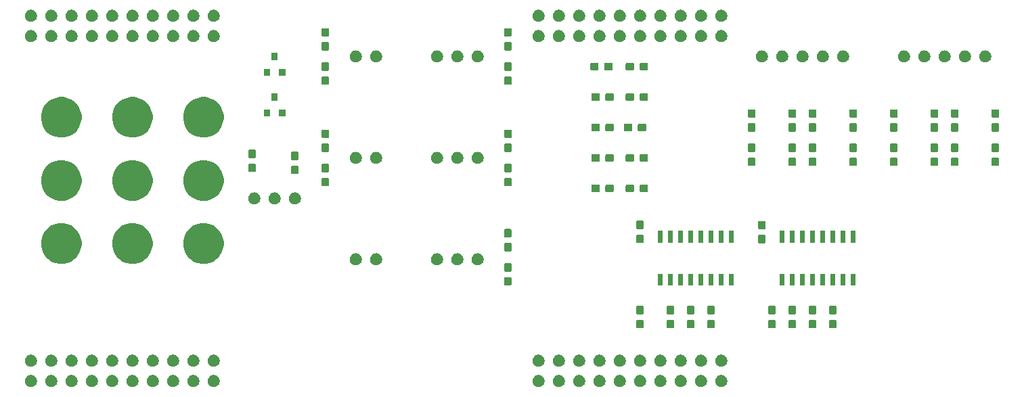
<source format=gbr>
G04 #@! TF.GenerationSoftware,KiCad,Pcbnew,(5.0.2)-1*
G04 #@! TF.CreationDate,2019-03-03T16:13:39-06:00*
G04 #@! TF.ProjectId,ArmDriveBoard_Hardware,41726d44-7269-4766-9542-6f6172645f48,rev?*
G04 #@! TF.SameCoordinates,Original*
G04 #@! TF.FileFunction,Soldermask,Top*
G04 #@! TF.FilePolarity,Negative*
%FSLAX46Y46*%
G04 Gerber Fmt 4.6, Leading zero omitted, Abs format (unit mm)*
G04 Created by KiCad (PCBNEW (5.0.2)-1) date 3/3/2019 4:13:39 PM*
%MOMM*%
%LPD*%
G01*
G04 APERTURE LIST*
%ADD10C,0.100000*%
G04 APERTURE END LIST*
D10*
G36*
X185641683Y-121189206D02*
X185779992Y-121246495D01*
X185904476Y-121329673D01*
X186010327Y-121435524D01*
X186093505Y-121560008D01*
X186150794Y-121698317D01*
X186180000Y-121845145D01*
X186180000Y-121994855D01*
X186150794Y-122141683D01*
X186093505Y-122279992D01*
X186010327Y-122404476D01*
X185904476Y-122510327D01*
X185779992Y-122593505D01*
X185641683Y-122650794D01*
X185494855Y-122680000D01*
X185345145Y-122680000D01*
X185198317Y-122650794D01*
X185060008Y-122593505D01*
X184935524Y-122510327D01*
X184829673Y-122404476D01*
X184746495Y-122279992D01*
X184689206Y-122141683D01*
X184660000Y-121994855D01*
X184660000Y-121845145D01*
X184689206Y-121698317D01*
X184746495Y-121560008D01*
X184829673Y-121435524D01*
X184935524Y-121329673D01*
X185060008Y-121246495D01*
X185198317Y-121189206D01*
X185345145Y-121160000D01*
X185494855Y-121160000D01*
X185641683Y-121189206D01*
X185641683Y-121189206D01*
G37*
G36*
X208501683Y-121189206D02*
X208639992Y-121246495D01*
X208764476Y-121329673D01*
X208870327Y-121435524D01*
X208953505Y-121560008D01*
X209010794Y-121698317D01*
X209040000Y-121845145D01*
X209040000Y-121994855D01*
X209010794Y-122141683D01*
X208953505Y-122279992D01*
X208870327Y-122404476D01*
X208764476Y-122510327D01*
X208639992Y-122593505D01*
X208501683Y-122650794D01*
X208354855Y-122680000D01*
X208205145Y-122680000D01*
X208058317Y-122650794D01*
X207920008Y-122593505D01*
X207795524Y-122510327D01*
X207689673Y-122404476D01*
X207606495Y-122279992D01*
X207549206Y-122141683D01*
X207520000Y-121994855D01*
X207520000Y-121845145D01*
X207549206Y-121698317D01*
X207606495Y-121560008D01*
X207689673Y-121435524D01*
X207795524Y-121329673D01*
X207920008Y-121246495D01*
X208058317Y-121189206D01*
X208205145Y-121160000D01*
X208354855Y-121160000D01*
X208501683Y-121189206D01*
X208501683Y-121189206D01*
G37*
G36*
X145001683Y-121189206D02*
X145139992Y-121246495D01*
X145264476Y-121329673D01*
X145370327Y-121435524D01*
X145453505Y-121560008D01*
X145510794Y-121698317D01*
X145540000Y-121845145D01*
X145540000Y-121994855D01*
X145510794Y-122141683D01*
X145453505Y-122279992D01*
X145370327Y-122404476D01*
X145264476Y-122510327D01*
X145139992Y-122593505D01*
X145001683Y-122650794D01*
X144854855Y-122680000D01*
X144705145Y-122680000D01*
X144558317Y-122650794D01*
X144420008Y-122593505D01*
X144295524Y-122510327D01*
X144189673Y-122404476D01*
X144106495Y-122279992D01*
X144049206Y-122141683D01*
X144020000Y-121994855D01*
X144020000Y-121845145D01*
X144049206Y-121698317D01*
X144106495Y-121560008D01*
X144189673Y-121435524D01*
X144295524Y-121329673D01*
X144420008Y-121246495D01*
X144558317Y-121189206D01*
X144705145Y-121160000D01*
X144854855Y-121160000D01*
X145001683Y-121189206D01*
X145001683Y-121189206D01*
G37*
G36*
X142461683Y-121189206D02*
X142599992Y-121246495D01*
X142724476Y-121329673D01*
X142830327Y-121435524D01*
X142913505Y-121560008D01*
X142970794Y-121698317D01*
X143000000Y-121845145D01*
X143000000Y-121994855D01*
X142970794Y-122141683D01*
X142913505Y-122279992D01*
X142830327Y-122404476D01*
X142724476Y-122510327D01*
X142599992Y-122593505D01*
X142461683Y-122650794D01*
X142314855Y-122680000D01*
X142165145Y-122680000D01*
X142018317Y-122650794D01*
X141880008Y-122593505D01*
X141755524Y-122510327D01*
X141649673Y-122404476D01*
X141566495Y-122279992D01*
X141509206Y-122141683D01*
X141480000Y-121994855D01*
X141480000Y-121845145D01*
X141509206Y-121698317D01*
X141566495Y-121560008D01*
X141649673Y-121435524D01*
X141755524Y-121329673D01*
X141880008Y-121246495D01*
X142018317Y-121189206D01*
X142165145Y-121160000D01*
X142314855Y-121160000D01*
X142461683Y-121189206D01*
X142461683Y-121189206D01*
G37*
G36*
X139921683Y-121189206D02*
X140059992Y-121246495D01*
X140184476Y-121329673D01*
X140290327Y-121435524D01*
X140373505Y-121560008D01*
X140430794Y-121698317D01*
X140460000Y-121845145D01*
X140460000Y-121994855D01*
X140430794Y-122141683D01*
X140373505Y-122279992D01*
X140290327Y-122404476D01*
X140184476Y-122510327D01*
X140059992Y-122593505D01*
X139921683Y-122650794D01*
X139774855Y-122680000D01*
X139625145Y-122680000D01*
X139478317Y-122650794D01*
X139340008Y-122593505D01*
X139215524Y-122510327D01*
X139109673Y-122404476D01*
X139026495Y-122279992D01*
X138969206Y-122141683D01*
X138940000Y-121994855D01*
X138940000Y-121845145D01*
X138969206Y-121698317D01*
X139026495Y-121560008D01*
X139109673Y-121435524D01*
X139215524Y-121329673D01*
X139340008Y-121246495D01*
X139478317Y-121189206D01*
X139625145Y-121160000D01*
X139774855Y-121160000D01*
X139921683Y-121189206D01*
X139921683Y-121189206D01*
G37*
G36*
X137381683Y-121189206D02*
X137519992Y-121246495D01*
X137644476Y-121329673D01*
X137750327Y-121435524D01*
X137833505Y-121560008D01*
X137890794Y-121698317D01*
X137920000Y-121845145D01*
X137920000Y-121994855D01*
X137890794Y-122141683D01*
X137833505Y-122279992D01*
X137750327Y-122404476D01*
X137644476Y-122510327D01*
X137519992Y-122593505D01*
X137381683Y-122650794D01*
X137234855Y-122680000D01*
X137085145Y-122680000D01*
X136938317Y-122650794D01*
X136800008Y-122593505D01*
X136675524Y-122510327D01*
X136569673Y-122404476D01*
X136486495Y-122279992D01*
X136429206Y-122141683D01*
X136400000Y-121994855D01*
X136400000Y-121845145D01*
X136429206Y-121698317D01*
X136486495Y-121560008D01*
X136569673Y-121435524D01*
X136675524Y-121329673D01*
X136800008Y-121246495D01*
X136938317Y-121189206D01*
X137085145Y-121160000D01*
X137234855Y-121160000D01*
X137381683Y-121189206D01*
X137381683Y-121189206D01*
G37*
G36*
X134841683Y-121189206D02*
X134979992Y-121246495D01*
X135104476Y-121329673D01*
X135210327Y-121435524D01*
X135293505Y-121560008D01*
X135350794Y-121698317D01*
X135380000Y-121845145D01*
X135380000Y-121994855D01*
X135350794Y-122141683D01*
X135293505Y-122279992D01*
X135210327Y-122404476D01*
X135104476Y-122510327D01*
X134979992Y-122593505D01*
X134841683Y-122650794D01*
X134694855Y-122680000D01*
X134545145Y-122680000D01*
X134398317Y-122650794D01*
X134260008Y-122593505D01*
X134135524Y-122510327D01*
X134029673Y-122404476D01*
X133946495Y-122279992D01*
X133889206Y-122141683D01*
X133860000Y-121994855D01*
X133860000Y-121845145D01*
X133889206Y-121698317D01*
X133946495Y-121560008D01*
X134029673Y-121435524D01*
X134135524Y-121329673D01*
X134260008Y-121246495D01*
X134398317Y-121189206D01*
X134545145Y-121160000D01*
X134694855Y-121160000D01*
X134841683Y-121189206D01*
X134841683Y-121189206D01*
G37*
G36*
X132301683Y-121189206D02*
X132439992Y-121246495D01*
X132564476Y-121329673D01*
X132670327Y-121435524D01*
X132753505Y-121560008D01*
X132810794Y-121698317D01*
X132840000Y-121845145D01*
X132840000Y-121994855D01*
X132810794Y-122141683D01*
X132753505Y-122279992D01*
X132670327Y-122404476D01*
X132564476Y-122510327D01*
X132439992Y-122593505D01*
X132301683Y-122650794D01*
X132154855Y-122680000D01*
X132005145Y-122680000D01*
X131858317Y-122650794D01*
X131720008Y-122593505D01*
X131595524Y-122510327D01*
X131489673Y-122404476D01*
X131406495Y-122279992D01*
X131349206Y-122141683D01*
X131320000Y-121994855D01*
X131320000Y-121845145D01*
X131349206Y-121698317D01*
X131406495Y-121560008D01*
X131489673Y-121435524D01*
X131595524Y-121329673D01*
X131720008Y-121246495D01*
X131858317Y-121189206D01*
X132005145Y-121160000D01*
X132154855Y-121160000D01*
X132301683Y-121189206D01*
X132301683Y-121189206D01*
G37*
G36*
X129761683Y-121189206D02*
X129899992Y-121246495D01*
X130024476Y-121329673D01*
X130130327Y-121435524D01*
X130213505Y-121560008D01*
X130270794Y-121698317D01*
X130300000Y-121845145D01*
X130300000Y-121994855D01*
X130270794Y-122141683D01*
X130213505Y-122279992D01*
X130130327Y-122404476D01*
X130024476Y-122510327D01*
X129899992Y-122593505D01*
X129761683Y-122650794D01*
X129614855Y-122680000D01*
X129465145Y-122680000D01*
X129318317Y-122650794D01*
X129180008Y-122593505D01*
X129055524Y-122510327D01*
X128949673Y-122404476D01*
X128866495Y-122279992D01*
X128809206Y-122141683D01*
X128780000Y-121994855D01*
X128780000Y-121845145D01*
X128809206Y-121698317D01*
X128866495Y-121560008D01*
X128949673Y-121435524D01*
X129055524Y-121329673D01*
X129180008Y-121246495D01*
X129318317Y-121189206D01*
X129465145Y-121160000D01*
X129614855Y-121160000D01*
X129761683Y-121189206D01*
X129761683Y-121189206D01*
G37*
G36*
X127221683Y-121189206D02*
X127359992Y-121246495D01*
X127484476Y-121329673D01*
X127590327Y-121435524D01*
X127673505Y-121560008D01*
X127730794Y-121698317D01*
X127760000Y-121845145D01*
X127760000Y-121994855D01*
X127730794Y-122141683D01*
X127673505Y-122279992D01*
X127590327Y-122404476D01*
X127484476Y-122510327D01*
X127359992Y-122593505D01*
X127221683Y-122650794D01*
X127074855Y-122680000D01*
X126925145Y-122680000D01*
X126778317Y-122650794D01*
X126640008Y-122593505D01*
X126515524Y-122510327D01*
X126409673Y-122404476D01*
X126326495Y-122279992D01*
X126269206Y-122141683D01*
X126240000Y-121994855D01*
X126240000Y-121845145D01*
X126269206Y-121698317D01*
X126326495Y-121560008D01*
X126409673Y-121435524D01*
X126515524Y-121329673D01*
X126640008Y-121246495D01*
X126778317Y-121189206D01*
X126925145Y-121160000D01*
X127074855Y-121160000D01*
X127221683Y-121189206D01*
X127221683Y-121189206D01*
G37*
G36*
X124681683Y-121189206D02*
X124819992Y-121246495D01*
X124944476Y-121329673D01*
X125050327Y-121435524D01*
X125133505Y-121560008D01*
X125190794Y-121698317D01*
X125220000Y-121845145D01*
X125220000Y-121994855D01*
X125190794Y-122141683D01*
X125133505Y-122279992D01*
X125050327Y-122404476D01*
X124944476Y-122510327D01*
X124819992Y-122593505D01*
X124681683Y-122650794D01*
X124534855Y-122680000D01*
X124385145Y-122680000D01*
X124238317Y-122650794D01*
X124100008Y-122593505D01*
X123975524Y-122510327D01*
X123869673Y-122404476D01*
X123786495Y-122279992D01*
X123729206Y-122141683D01*
X123700000Y-121994855D01*
X123700000Y-121845145D01*
X123729206Y-121698317D01*
X123786495Y-121560008D01*
X123869673Y-121435524D01*
X123975524Y-121329673D01*
X124100008Y-121246495D01*
X124238317Y-121189206D01*
X124385145Y-121160000D01*
X124534855Y-121160000D01*
X124681683Y-121189206D01*
X124681683Y-121189206D01*
G37*
G36*
X203421683Y-121189206D02*
X203559992Y-121246495D01*
X203684476Y-121329673D01*
X203790327Y-121435524D01*
X203873505Y-121560008D01*
X203930794Y-121698317D01*
X203960000Y-121845145D01*
X203960000Y-121994855D01*
X203930794Y-122141683D01*
X203873505Y-122279992D01*
X203790327Y-122404476D01*
X203684476Y-122510327D01*
X203559992Y-122593505D01*
X203421683Y-122650794D01*
X203274855Y-122680000D01*
X203125145Y-122680000D01*
X202978317Y-122650794D01*
X202840008Y-122593505D01*
X202715524Y-122510327D01*
X202609673Y-122404476D01*
X202526495Y-122279992D01*
X202469206Y-122141683D01*
X202440000Y-121994855D01*
X202440000Y-121845145D01*
X202469206Y-121698317D01*
X202526495Y-121560008D01*
X202609673Y-121435524D01*
X202715524Y-121329673D01*
X202840008Y-121246495D01*
X202978317Y-121189206D01*
X203125145Y-121160000D01*
X203274855Y-121160000D01*
X203421683Y-121189206D01*
X203421683Y-121189206D01*
G37*
G36*
X198341683Y-121189206D02*
X198479992Y-121246495D01*
X198604476Y-121329673D01*
X198710327Y-121435524D01*
X198793505Y-121560008D01*
X198850794Y-121698317D01*
X198880000Y-121845145D01*
X198880000Y-121994855D01*
X198850794Y-122141683D01*
X198793505Y-122279992D01*
X198710327Y-122404476D01*
X198604476Y-122510327D01*
X198479992Y-122593505D01*
X198341683Y-122650794D01*
X198194855Y-122680000D01*
X198045145Y-122680000D01*
X197898317Y-122650794D01*
X197760008Y-122593505D01*
X197635524Y-122510327D01*
X197529673Y-122404476D01*
X197446495Y-122279992D01*
X197389206Y-122141683D01*
X197360000Y-121994855D01*
X197360000Y-121845145D01*
X197389206Y-121698317D01*
X197446495Y-121560008D01*
X197529673Y-121435524D01*
X197635524Y-121329673D01*
X197760008Y-121246495D01*
X197898317Y-121189206D01*
X198045145Y-121160000D01*
X198194855Y-121160000D01*
X198341683Y-121189206D01*
X198341683Y-121189206D01*
G37*
G36*
X195801683Y-121189206D02*
X195939992Y-121246495D01*
X196064476Y-121329673D01*
X196170327Y-121435524D01*
X196253505Y-121560008D01*
X196310794Y-121698317D01*
X196340000Y-121845145D01*
X196340000Y-121994855D01*
X196310794Y-122141683D01*
X196253505Y-122279992D01*
X196170327Y-122404476D01*
X196064476Y-122510327D01*
X195939992Y-122593505D01*
X195801683Y-122650794D01*
X195654855Y-122680000D01*
X195505145Y-122680000D01*
X195358317Y-122650794D01*
X195220008Y-122593505D01*
X195095524Y-122510327D01*
X194989673Y-122404476D01*
X194906495Y-122279992D01*
X194849206Y-122141683D01*
X194820000Y-121994855D01*
X194820000Y-121845145D01*
X194849206Y-121698317D01*
X194906495Y-121560008D01*
X194989673Y-121435524D01*
X195095524Y-121329673D01*
X195220008Y-121246495D01*
X195358317Y-121189206D01*
X195505145Y-121160000D01*
X195654855Y-121160000D01*
X195801683Y-121189206D01*
X195801683Y-121189206D01*
G37*
G36*
X193261683Y-121189206D02*
X193399992Y-121246495D01*
X193524476Y-121329673D01*
X193630327Y-121435524D01*
X193713505Y-121560008D01*
X193770794Y-121698317D01*
X193800000Y-121845145D01*
X193800000Y-121994855D01*
X193770794Y-122141683D01*
X193713505Y-122279992D01*
X193630327Y-122404476D01*
X193524476Y-122510327D01*
X193399992Y-122593505D01*
X193261683Y-122650794D01*
X193114855Y-122680000D01*
X192965145Y-122680000D01*
X192818317Y-122650794D01*
X192680008Y-122593505D01*
X192555524Y-122510327D01*
X192449673Y-122404476D01*
X192366495Y-122279992D01*
X192309206Y-122141683D01*
X192280000Y-121994855D01*
X192280000Y-121845145D01*
X192309206Y-121698317D01*
X192366495Y-121560008D01*
X192449673Y-121435524D01*
X192555524Y-121329673D01*
X192680008Y-121246495D01*
X192818317Y-121189206D01*
X192965145Y-121160000D01*
X193114855Y-121160000D01*
X193261683Y-121189206D01*
X193261683Y-121189206D01*
G37*
G36*
X190721683Y-121189206D02*
X190859992Y-121246495D01*
X190984476Y-121329673D01*
X191090327Y-121435524D01*
X191173505Y-121560008D01*
X191230794Y-121698317D01*
X191260000Y-121845145D01*
X191260000Y-121994855D01*
X191230794Y-122141683D01*
X191173505Y-122279992D01*
X191090327Y-122404476D01*
X190984476Y-122510327D01*
X190859992Y-122593505D01*
X190721683Y-122650794D01*
X190574855Y-122680000D01*
X190425145Y-122680000D01*
X190278317Y-122650794D01*
X190140008Y-122593505D01*
X190015524Y-122510327D01*
X189909673Y-122404476D01*
X189826495Y-122279992D01*
X189769206Y-122141683D01*
X189740000Y-121994855D01*
X189740000Y-121845145D01*
X189769206Y-121698317D01*
X189826495Y-121560008D01*
X189909673Y-121435524D01*
X190015524Y-121329673D01*
X190140008Y-121246495D01*
X190278317Y-121189206D01*
X190425145Y-121160000D01*
X190574855Y-121160000D01*
X190721683Y-121189206D01*
X190721683Y-121189206D01*
G37*
G36*
X188181683Y-121189206D02*
X188319992Y-121246495D01*
X188444476Y-121329673D01*
X188550327Y-121435524D01*
X188633505Y-121560008D01*
X188690794Y-121698317D01*
X188720000Y-121845145D01*
X188720000Y-121994855D01*
X188690794Y-122141683D01*
X188633505Y-122279992D01*
X188550327Y-122404476D01*
X188444476Y-122510327D01*
X188319992Y-122593505D01*
X188181683Y-122650794D01*
X188034855Y-122680000D01*
X187885145Y-122680000D01*
X187738317Y-122650794D01*
X187600008Y-122593505D01*
X187475524Y-122510327D01*
X187369673Y-122404476D01*
X187286495Y-122279992D01*
X187229206Y-122141683D01*
X187200000Y-121994855D01*
X187200000Y-121845145D01*
X187229206Y-121698317D01*
X187286495Y-121560008D01*
X187369673Y-121435524D01*
X187475524Y-121329673D01*
X187600008Y-121246495D01*
X187738317Y-121189206D01*
X187885145Y-121160000D01*
X188034855Y-121160000D01*
X188181683Y-121189206D01*
X188181683Y-121189206D01*
G37*
G36*
X205961683Y-121189206D02*
X206099992Y-121246495D01*
X206224476Y-121329673D01*
X206330327Y-121435524D01*
X206413505Y-121560008D01*
X206470794Y-121698317D01*
X206500000Y-121845145D01*
X206500000Y-121994855D01*
X206470794Y-122141683D01*
X206413505Y-122279992D01*
X206330327Y-122404476D01*
X206224476Y-122510327D01*
X206099992Y-122593505D01*
X205961683Y-122650794D01*
X205814855Y-122680000D01*
X205665145Y-122680000D01*
X205518317Y-122650794D01*
X205380008Y-122593505D01*
X205255524Y-122510327D01*
X205149673Y-122404476D01*
X205066495Y-122279992D01*
X205009206Y-122141683D01*
X204980000Y-121994855D01*
X204980000Y-121845145D01*
X205009206Y-121698317D01*
X205066495Y-121560008D01*
X205149673Y-121435524D01*
X205255524Y-121329673D01*
X205380008Y-121246495D01*
X205518317Y-121189206D01*
X205665145Y-121160000D01*
X205814855Y-121160000D01*
X205961683Y-121189206D01*
X205961683Y-121189206D01*
G37*
G36*
X200881683Y-121189206D02*
X201019992Y-121246495D01*
X201144476Y-121329673D01*
X201250327Y-121435524D01*
X201333505Y-121560008D01*
X201390794Y-121698317D01*
X201420000Y-121845145D01*
X201420000Y-121994855D01*
X201390794Y-122141683D01*
X201333505Y-122279992D01*
X201250327Y-122404476D01*
X201144476Y-122510327D01*
X201019992Y-122593505D01*
X200881683Y-122650794D01*
X200734855Y-122680000D01*
X200585145Y-122680000D01*
X200438317Y-122650794D01*
X200300008Y-122593505D01*
X200175524Y-122510327D01*
X200069673Y-122404476D01*
X199986495Y-122279992D01*
X199929206Y-122141683D01*
X199900000Y-121994855D01*
X199900000Y-121845145D01*
X199929206Y-121698317D01*
X199986495Y-121560008D01*
X200069673Y-121435524D01*
X200175524Y-121329673D01*
X200300008Y-121246495D01*
X200438317Y-121189206D01*
X200585145Y-121160000D01*
X200734855Y-121160000D01*
X200881683Y-121189206D01*
X200881683Y-121189206D01*
G37*
G36*
X122141683Y-121189206D02*
X122279992Y-121246495D01*
X122404476Y-121329673D01*
X122510327Y-121435524D01*
X122593505Y-121560008D01*
X122650794Y-121698317D01*
X122680000Y-121845145D01*
X122680000Y-121994855D01*
X122650794Y-122141683D01*
X122593505Y-122279992D01*
X122510327Y-122404476D01*
X122404476Y-122510327D01*
X122279992Y-122593505D01*
X122141683Y-122650794D01*
X121994855Y-122680000D01*
X121845145Y-122680000D01*
X121698317Y-122650794D01*
X121560008Y-122593505D01*
X121435524Y-122510327D01*
X121329673Y-122404476D01*
X121246495Y-122279992D01*
X121189206Y-122141683D01*
X121160000Y-121994855D01*
X121160000Y-121845145D01*
X121189206Y-121698317D01*
X121246495Y-121560008D01*
X121329673Y-121435524D01*
X121435524Y-121329673D01*
X121560008Y-121246495D01*
X121698317Y-121189206D01*
X121845145Y-121160000D01*
X121994855Y-121160000D01*
X122141683Y-121189206D01*
X122141683Y-121189206D01*
G37*
G36*
X139921683Y-118649206D02*
X140059992Y-118706495D01*
X140184476Y-118789673D01*
X140290327Y-118895524D01*
X140373505Y-119020008D01*
X140430794Y-119158317D01*
X140460000Y-119305145D01*
X140460000Y-119454855D01*
X140430794Y-119601683D01*
X140373505Y-119739992D01*
X140290327Y-119864476D01*
X140184476Y-119970327D01*
X140059992Y-120053505D01*
X139921683Y-120110794D01*
X139774855Y-120140000D01*
X139625145Y-120140000D01*
X139478317Y-120110794D01*
X139340008Y-120053505D01*
X139215524Y-119970327D01*
X139109673Y-119864476D01*
X139026495Y-119739992D01*
X138969206Y-119601683D01*
X138940000Y-119454855D01*
X138940000Y-119305145D01*
X138969206Y-119158317D01*
X139026495Y-119020008D01*
X139109673Y-118895524D01*
X139215524Y-118789673D01*
X139340008Y-118706495D01*
X139478317Y-118649206D01*
X139625145Y-118620000D01*
X139774855Y-118620000D01*
X139921683Y-118649206D01*
X139921683Y-118649206D01*
G37*
G36*
X137381683Y-118649206D02*
X137519992Y-118706495D01*
X137644476Y-118789673D01*
X137750327Y-118895524D01*
X137833505Y-119020008D01*
X137890794Y-119158317D01*
X137920000Y-119305145D01*
X137920000Y-119454855D01*
X137890794Y-119601683D01*
X137833505Y-119739992D01*
X137750327Y-119864476D01*
X137644476Y-119970327D01*
X137519992Y-120053505D01*
X137381683Y-120110794D01*
X137234855Y-120140000D01*
X137085145Y-120140000D01*
X136938317Y-120110794D01*
X136800008Y-120053505D01*
X136675524Y-119970327D01*
X136569673Y-119864476D01*
X136486495Y-119739992D01*
X136429206Y-119601683D01*
X136400000Y-119454855D01*
X136400000Y-119305145D01*
X136429206Y-119158317D01*
X136486495Y-119020008D01*
X136569673Y-118895524D01*
X136675524Y-118789673D01*
X136800008Y-118706495D01*
X136938317Y-118649206D01*
X137085145Y-118620000D01*
X137234855Y-118620000D01*
X137381683Y-118649206D01*
X137381683Y-118649206D01*
G37*
G36*
X129761683Y-118649206D02*
X129899992Y-118706495D01*
X130024476Y-118789673D01*
X130130327Y-118895524D01*
X130213505Y-119020008D01*
X130270794Y-119158317D01*
X130300000Y-119305145D01*
X130300000Y-119454855D01*
X130270794Y-119601683D01*
X130213505Y-119739992D01*
X130130327Y-119864476D01*
X130024476Y-119970327D01*
X129899992Y-120053505D01*
X129761683Y-120110794D01*
X129614855Y-120140000D01*
X129465145Y-120140000D01*
X129318317Y-120110794D01*
X129180008Y-120053505D01*
X129055524Y-119970327D01*
X128949673Y-119864476D01*
X128866495Y-119739992D01*
X128809206Y-119601683D01*
X128780000Y-119454855D01*
X128780000Y-119305145D01*
X128809206Y-119158317D01*
X128866495Y-119020008D01*
X128949673Y-118895524D01*
X129055524Y-118789673D01*
X129180008Y-118706495D01*
X129318317Y-118649206D01*
X129465145Y-118620000D01*
X129614855Y-118620000D01*
X129761683Y-118649206D01*
X129761683Y-118649206D01*
G37*
G36*
X127221683Y-118649206D02*
X127359992Y-118706495D01*
X127484476Y-118789673D01*
X127590327Y-118895524D01*
X127673505Y-119020008D01*
X127730794Y-119158317D01*
X127760000Y-119305145D01*
X127760000Y-119454855D01*
X127730794Y-119601683D01*
X127673505Y-119739992D01*
X127590327Y-119864476D01*
X127484476Y-119970327D01*
X127359992Y-120053505D01*
X127221683Y-120110794D01*
X127074855Y-120140000D01*
X126925145Y-120140000D01*
X126778317Y-120110794D01*
X126640008Y-120053505D01*
X126515524Y-119970327D01*
X126409673Y-119864476D01*
X126326495Y-119739992D01*
X126269206Y-119601683D01*
X126240000Y-119454855D01*
X126240000Y-119305145D01*
X126269206Y-119158317D01*
X126326495Y-119020008D01*
X126409673Y-118895524D01*
X126515524Y-118789673D01*
X126640008Y-118706495D01*
X126778317Y-118649206D01*
X126925145Y-118620000D01*
X127074855Y-118620000D01*
X127221683Y-118649206D01*
X127221683Y-118649206D01*
G37*
G36*
X124681683Y-118649206D02*
X124819992Y-118706495D01*
X124944476Y-118789673D01*
X125050327Y-118895524D01*
X125133505Y-119020008D01*
X125190794Y-119158317D01*
X125220000Y-119305145D01*
X125220000Y-119454855D01*
X125190794Y-119601683D01*
X125133505Y-119739992D01*
X125050327Y-119864476D01*
X124944476Y-119970327D01*
X124819992Y-120053505D01*
X124681683Y-120110794D01*
X124534855Y-120140000D01*
X124385145Y-120140000D01*
X124238317Y-120110794D01*
X124100008Y-120053505D01*
X123975524Y-119970327D01*
X123869673Y-119864476D01*
X123786495Y-119739992D01*
X123729206Y-119601683D01*
X123700000Y-119454855D01*
X123700000Y-119305145D01*
X123729206Y-119158317D01*
X123786495Y-119020008D01*
X123869673Y-118895524D01*
X123975524Y-118789673D01*
X124100008Y-118706495D01*
X124238317Y-118649206D01*
X124385145Y-118620000D01*
X124534855Y-118620000D01*
X124681683Y-118649206D01*
X124681683Y-118649206D01*
G37*
G36*
X122141683Y-118649206D02*
X122279992Y-118706495D01*
X122404476Y-118789673D01*
X122510327Y-118895524D01*
X122593505Y-119020008D01*
X122650794Y-119158317D01*
X122680000Y-119305145D01*
X122680000Y-119454855D01*
X122650794Y-119601683D01*
X122593505Y-119739992D01*
X122510327Y-119864476D01*
X122404476Y-119970327D01*
X122279992Y-120053505D01*
X122141683Y-120110794D01*
X121994855Y-120140000D01*
X121845145Y-120140000D01*
X121698317Y-120110794D01*
X121560008Y-120053505D01*
X121435524Y-119970327D01*
X121329673Y-119864476D01*
X121246495Y-119739992D01*
X121189206Y-119601683D01*
X121160000Y-119454855D01*
X121160000Y-119305145D01*
X121189206Y-119158317D01*
X121246495Y-119020008D01*
X121329673Y-118895524D01*
X121435524Y-118789673D01*
X121560008Y-118706495D01*
X121698317Y-118649206D01*
X121845145Y-118620000D01*
X121994855Y-118620000D01*
X122141683Y-118649206D01*
X122141683Y-118649206D01*
G37*
G36*
X188181683Y-118649206D02*
X188319992Y-118706495D01*
X188444476Y-118789673D01*
X188550327Y-118895524D01*
X188633505Y-119020008D01*
X188690794Y-119158317D01*
X188720000Y-119305145D01*
X188720000Y-119454855D01*
X188690794Y-119601683D01*
X188633505Y-119739992D01*
X188550327Y-119864476D01*
X188444476Y-119970327D01*
X188319992Y-120053505D01*
X188181683Y-120110794D01*
X188034855Y-120140000D01*
X187885145Y-120140000D01*
X187738317Y-120110794D01*
X187600008Y-120053505D01*
X187475524Y-119970327D01*
X187369673Y-119864476D01*
X187286495Y-119739992D01*
X187229206Y-119601683D01*
X187200000Y-119454855D01*
X187200000Y-119305145D01*
X187229206Y-119158317D01*
X187286495Y-119020008D01*
X187369673Y-118895524D01*
X187475524Y-118789673D01*
X187600008Y-118706495D01*
X187738317Y-118649206D01*
X187885145Y-118620000D01*
X188034855Y-118620000D01*
X188181683Y-118649206D01*
X188181683Y-118649206D01*
G37*
G36*
X190721683Y-118649206D02*
X190859992Y-118706495D01*
X190984476Y-118789673D01*
X191090327Y-118895524D01*
X191173505Y-119020008D01*
X191230794Y-119158317D01*
X191260000Y-119305145D01*
X191260000Y-119454855D01*
X191230794Y-119601683D01*
X191173505Y-119739992D01*
X191090327Y-119864476D01*
X190984476Y-119970327D01*
X190859992Y-120053505D01*
X190721683Y-120110794D01*
X190574855Y-120140000D01*
X190425145Y-120140000D01*
X190278317Y-120110794D01*
X190140008Y-120053505D01*
X190015524Y-119970327D01*
X189909673Y-119864476D01*
X189826495Y-119739992D01*
X189769206Y-119601683D01*
X189740000Y-119454855D01*
X189740000Y-119305145D01*
X189769206Y-119158317D01*
X189826495Y-119020008D01*
X189909673Y-118895524D01*
X190015524Y-118789673D01*
X190140008Y-118706495D01*
X190278317Y-118649206D01*
X190425145Y-118620000D01*
X190574855Y-118620000D01*
X190721683Y-118649206D01*
X190721683Y-118649206D01*
G37*
G36*
X193261683Y-118649206D02*
X193399992Y-118706495D01*
X193524476Y-118789673D01*
X193630327Y-118895524D01*
X193713505Y-119020008D01*
X193770794Y-119158317D01*
X193800000Y-119305145D01*
X193800000Y-119454855D01*
X193770794Y-119601683D01*
X193713505Y-119739992D01*
X193630327Y-119864476D01*
X193524476Y-119970327D01*
X193399992Y-120053505D01*
X193261683Y-120110794D01*
X193114855Y-120140000D01*
X192965145Y-120140000D01*
X192818317Y-120110794D01*
X192680008Y-120053505D01*
X192555524Y-119970327D01*
X192449673Y-119864476D01*
X192366495Y-119739992D01*
X192309206Y-119601683D01*
X192280000Y-119454855D01*
X192280000Y-119305145D01*
X192309206Y-119158317D01*
X192366495Y-119020008D01*
X192449673Y-118895524D01*
X192555524Y-118789673D01*
X192680008Y-118706495D01*
X192818317Y-118649206D01*
X192965145Y-118620000D01*
X193114855Y-118620000D01*
X193261683Y-118649206D01*
X193261683Y-118649206D01*
G37*
G36*
X132301683Y-118649206D02*
X132439992Y-118706495D01*
X132564476Y-118789673D01*
X132670327Y-118895524D01*
X132753505Y-119020008D01*
X132810794Y-119158317D01*
X132840000Y-119305145D01*
X132840000Y-119454855D01*
X132810794Y-119601683D01*
X132753505Y-119739992D01*
X132670327Y-119864476D01*
X132564476Y-119970327D01*
X132439992Y-120053505D01*
X132301683Y-120110794D01*
X132154855Y-120140000D01*
X132005145Y-120140000D01*
X131858317Y-120110794D01*
X131720008Y-120053505D01*
X131595524Y-119970327D01*
X131489673Y-119864476D01*
X131406495Y-119739992D01*
X131349206Y-119601683D01*
X131320000Y-119454855D01*
X131320000Y-119305145D01*
X131349206Y-119158317D01*
X131406495Y-119020008D01*
X131489673Y-118895524D01*
X131595524Y-118789673D01*
X131720008Y-118706495D01*
X131858317Y-118649206D01*
X132005145Y-118620000D01*
X132154855Y-118620000D01*
X132301683Y-118649206D01*
X132301683Y-118649206D01*
G37*
G36*
X145001683Y-118649206D02*
X145139992Y-118706495D01*
X145264476Y-118789673D01*
X145370327Y-118895524D01*
X145453505Y-119020008D01*
X145510794Y-119158317D01*
X145540000Y-119305145D01*
X145540000Y-119454855D01*
X145510794Y-119601683D01*
X145453505Y-119739992D01*
X145370327Y-119864476D01*
X145264476Y-119970327D01*
X145139992Y-120053505D01*
X145001683Y-120110794D01*
X144854855Y-120140000D01*
X144705145Y-120140000D01*
X144558317Y-120110794D01*
X144420008Y-120053505D01*
X144295524Y-119970327D01*
X144189673Y-119864476D01*
X144106495Y-119739992D01*
X144049206Y-119601683D01*
X144020000Y-119454855D01*
X144020000Y-119305145D01*
X144049206Y-119158317D01*
X144106495Y-119020008D01*
X144189673Y-118895524D01*
X144295524Y-118789673D01*
X144420008Y-118706495D01*
X144558317Y-118649206D01*
X144705145Y-118620000D01*
X144854855Y-118620000D01*
X145001683Y-118649206D01*
X145001683Y-118649206D01*
G37*
G36*
X134841683Y-118649206D02*
X134979992Y-118706495D01*
X135104476Y-118789673D01*
X135210327Y-118895524D01*
X135293505Y-119020008D01*
X135350794Y-119158317D01*
X135380000Y-119305145D01*
X135380000Y-119454855D01*
X135350794Y-119601683D01*
X135293505Y-119739992D01*
X135210327Y-119864476D01*
X135104476Y-119970327D01*
X134979992Y-120053505D01*
X134841683Y-120110794D01*
X134694855Y-120140000D01*
X134545145Y-120140000D01*
X134398317Y-120110794D01*
X134260008Y-120053505D01*
X134135524Y-119970327D01*
X134029673Y-119864476D01*
X133946495Y-119739992D01*
X133889206Y-119601683D01*
X133860000Y-119454855D01*
X133860000Y-119305145D01*
X133889206Y-119158317D01*
X133946495Y-119020008D01*
X134029673Y-118895524D01*
X134135524Y-118789673D01*
X134260008Y-118706495D01*
X134398317Y-118649206D01*
X134545145Y-118620000D01*
X134694855Y-118620000D01*
X134841683Y-118649206D01*
X134841683Y-118649206D01*
G37*
G36*
X185641683Y-118649206D02*
X185779992Y-118706495D01*
X185904476Y-118789673D01*
X186010327Y-118895524D01*
X186093505Y-119020008D01*
X186150794Y-119158317D01*
X186180000Y-119305145D01*
X186180000Y-119454855D01*
X186150794Y-119601683D01*
X186093505Y-119739992D01*
X186010327Y-119864476D01*
X185904476Y-119970327D01*
X185779992Y-120053505D01*
X185641683Y-120110794D01*
X185494855Y-120140000D01*
X185345145Y-120140000D01*
X185198317Y-120110794D01*
X185060008Y-120053505D01*
X184935524Y-119970327D01*
X184829673Y-119864476D01*
X184746495Y-119739992D01*
X184689206Y-119601683D01*
X184660000Y-119454855D01*
X184660000Y-119305145D01*
X184689206Y-119158317D01*
X184746495Y-119020008D01*
X184829673Y-118895524D01*
X184935524Y-118789673D01*
X185060008Y-118706495D01*
X185198317Y-118649206D01*
X185345145Y-118620000D01*
X185494855Y-118620000D01*
X185641683Y-118649206D01*
X185641683Y-118649206D01*
G37*
G36*
X198341683Y-118649206D02*
X198479992Y-118706495D01*
X198604476Y-118789673D01*
X198710327Y-118895524D01*
X198793505Y-119020008D01*
X198850794Y-119158317D01*
X198880000Y-119305145D01*
X198880000Y-119454855D01*
X198850794Y-119601683D01*
X198793505Y-119739992D01*
X198710327Y-119864476D01*
X198604476Y-119970327D01*
X198479992Y-120053505D01*
X198341683Y-120110794D01*
X198194855Y-120140000D01*
X198045145Y-120140000D01*
X197898317Y-120110794D01*
X197760008Y-120053505D01*
X197635524Y-119970327D01*
X197529673Y-119864476D01*
X197446495Y-119739992D01*
X197389206Y-119601683D01*
X197360000Y-119454855D01*
X197360000Y-119305145D01*
X197389206Y-119158317D01*
X197446495Y-119020008D01*
X197529673Y-118895524D01*
X197635524Y-118789673D01*
X197760008Y-118706495D01*
X197898317Y-118649206D01*
X198045145Y-118620000D01*
X198194855Y-118620000D01*
X198341683Y-118649206D01*
X198341683Y-118649206D01*
G37*
G36*
X200881683Y-118649206D02*
X201019992Y-118706495D01*
X201144476Y-118789673D01*
X201250327Y-118895524D01*
X201333505Y-119020008D01*
X201390794Y-119158317D01*
X201420000Y-119305145D01*
X201420000Y-119454855D01*
X201390794Y-119601683D01*
X201333505Y-119739992D01*
X201250327Y-119864476D01*
X201144476Y-119970327D01*
X201019992Y-120053505D01*
X200881683Y-120110794D01*
X200734855Y-120140000D01*
X200585145Y-120140000D01*
X200438317Y-120110794D01*
X200300008Y-120053505D01*
X200175524Y-119970327D01*
X200069673Y-119864476D01*
X199986495Y-119739992D01*
X199929206Y-119601683D01*
X199900000Y-119454855D01*
X199900000Y-119305145D01*
X199929206Y-119158317D01*
X199986495Y-119020008D01*
X200069673Y-118895524D01*
X200175524Y-118789673D01*
X200300008Y-118706495D01*
X200438317Y-118649206D01*
X200585145Y-118620000D01*
X200734855Y-118620000D01*
X200881683Y-118649206D01*
X200881683Y-118649206D01*
G37*
G36*
X203421683Y-118649206D02*
X203559992Y-118706495D01*
X203684476Y-118789673D01*
X203790327Y-118895524D01*
X203873505Y-119020008D01*
X203930794Y-119158317D01*
X203960000Y-119305145D01*
X203960000Y-119454855D01*
X203930794Y-119601683D01*
X203873505Y-119739992D01*
X203790327Y-119864476D01*
X203684476Y-119970327D01*
X203559992Y-120053505D01*
X203421683Y-120110794D01*
X203274855Y-120140000D01*
X203125145Y-120140000D01*
X202978317Y-120110794D01*
X202840008Y-120053505D01*
X202715524Y-119970327D01*
X202609673Y-119864476D01*
X202526495Y-119739992D01*
X202469206Y-119601683D01*
X202440000Y-119454855D01*
X202440000Y-119305145D01*
X202469206Y-119158317D01*
X202526495Y-119020008D01*
X202609673Y-118895524D01*
X202715524Y-118789673D01*
X202840008Y-118706495D01*
X202978317Y-118649206D01*
X203125145Y-118620000D01*
X203274855Y-118620000D01*
X203421683Y-118649206D01*
X203421683Y-118649206D01*
G37*
G36*
X205961683Y-118649206D02*
X206099992Y-118706495D01*
X206224476Y-118789673D01*
X206330327Y-118895524D01*
X206413505Y-119020008D01*
X206470794Y-119158317D01*
X206500000Y-119305145D01*
X206500000Y-119454855D01*
X206470794Y-119601683D01*
X206413505Y-119739992D01*
X206330327Y-119864476D01*
X206224476Y-119970327D01*
X206099992Y-120053505D01*
X205961683Y-120110794D01*
X205814855Y-120140000D01*
X205665145Y-120140000D01*
X205518317Y-120110794D01*
X205380008Y-120053505D01*
X205255524Y-119970327D01*
X205149673Y-119864476D01*
X205066495Y-119739992D01*
X205009206Y-119601683D01*
X204980000Y-119454855D01*
X204980000Y-119305145D01*
X205009206Y-119158317D01*
X205066495Y-119020008D01*
X205149673Y-118895524D01*
X205255524Y-118789673D01*
X205380008Y-118706495D01*
X205518317Y-118649206D01*
X205665145Y-118620000D01*
X205814855Y-118620000D01*
X205961683Y-118649206D01*
X205961683Y-118649206D01*
G37*
G36*
X195801683Y-118649206D02*
X195939992Y-118706495D01*
X196064476Y-118789673D01*
X196170327Y-118895524D01*
X196253505Y-119020008D01*
X196310794Y-119158317D01*
X196340000Y-119305145D01*
X196340000Y-119454855D01*
X196310794Y-119601683D01*
X196253505Y-119739992D01*
X196170327Y-119864476D01*
X196064476Y-119970327D01*
X195939992Y-120053505D01*
X195801683Y-120110794D01*
X195654855Y-120140000D01*
X195505145Y-120140000D01*
X195358317Y-120110794D01*
X195220008Y-120053505D01*
X195095524Y-119970327D01*
X194989673Y-119864476D01*
X194906495Y-119739992D01*
X194849206Y-119601683D01*
X194820000Y-119454855D01*
X194820000Y-119305145D01*
X194849206Y-119158317D01*
X194906495Y-119020008D01*
X194989673Y-118895524D01*
X195095524Y-118789673D01*
X195220008Y-118706495D01*
X195358317Y-118649206D01*
X195505145Y-118620000D01*
X195654855Y-118620000D01*
X195801683Y-118649206D01*
X195801683Y-118649206D01*
G37*
G36*
X208501683Y-118649206D02*
X208639992Y-118706495D01*
X208764476Y-118789673D01*
X208870327Y-118895524D01*
X208953505Y-119020008D01*
X209010794Y-119158317D01*
X209040000Y-119305145D01*
X209040000Y-119454855D01*
X209010794Y-119601683D01*
X208953505Y-119739992D01*
X208870327Y-119864476D01*
X208764476Y-119970327D01*
X208639992Y-120053505D01*
X208501683Y-120110794D01*
X208354855Y-120140000D01*
X208205145Y-120140000D01*
X208058317Y-120110794D01*
X207920008Y-120053505D01*
X207795524Y-119970327D01*
X207689673Y-119864476D01*
X207606495Y-119739992D01*
X207549206Y-119601683D01*
X207520000Y-119454855D01*
X207520000Y-119305145D01*
X207549206Y-119158317D01*
X207606495Y-119020008D01*
X207689673Y-118895524D01*
X207795524Y-118789673D01*
X207920008Y-118706495D01*
X208058317Y-118649206D01*
X208205145Y-118620000D01*
X208354855Y-118620000D01*
X208501683Y-118649206D01*
X208501683Y-118649206D01*
G37*
G36*
X142461683Y-118649206D02*
X142599992Y-118706495D01*
X142724476Y-118789673D01*
X142830327Y-118895524D01*
X142913505Y-119020008D01*
X142970794Y-119158317D01*
X143000000Y-119305145D01*
X143000000Y-119454855D01*
X142970794Y-119601683D01*
X142913505Y-119739992D01*
X142830327Y-119864476D01*
X142724476Y-119970327D01*
X142599992Y-120053505D01*
X142461683Y-120110794D01*
X142314855Y-120140000D01*
X142165145Y-120140000D01*
X142018317Y-120110794D01*
X141880008Y-120053505D01*
X141755524Y-119970327D01*
X141649673Y-119864476D01*
X141566495Y-119739992D01*
X141509206Y-119601683D01*
X141480000Y-119454855D01*
X141480000Y-119305145D01*
X141509206Y-119158317D01*
X141566495Y-119020008D01*
X141649673Y-118895524D01*
X141755524Y-118789673D01*
X141880008Y-118706495D01*
X142018317Y-118649206D01*
X142165145Y-118620000D01*
X142314855Y-118620000D01*
X142461683Y-118649206D01*
X142461683Y-118649206D01*
G37*
G36*
X214964024Y-114258955D02*
X214996736Y-114268879D01*
X215026890Y-114284997D01*
X215053316Y-114306684D01*
X215075003Y-114333110D01*
X215091121Y-114363264D01*
X215101045Y-114395976D01*
X215105000Y-114436138D01*
X215105000Y-115123862D01*
X215101045Y-115164024D01*
X215091121Y-115196736D01*
X215075003Y-115226890D01*
X215053316Y-115253316D01*
X215026890Y-115275003D01*
X214996736Y-115291121D01*
X214964024Y-115301045D01*
X214923862Y-115305000D01*
X214336138Y-115305000D01*
X214295976Y-115301045D01*
X214263264Y-115291121D01*
X214233110Y-115275003D01*
X214206684Y-115253316D01*
X214184997Y-115226890D01*
X214168879Y-115196736D01*
X214158955Y-115164024D01*
X214155000Y-115123862D01*
X214155000Y-114436138D01*
X214158955Y-114395976D01*
X214168879Y-114363264D01*
X214184997Y-114333110D01*
X214206684Y-114306684D01*
X214233110Y-114284997D01*
X214263264Y-114268879D01*
X214295976Y-114258955D01*
X214336138Y-114255000D01*
X214923862Y-114255000D01*
X214964024Y-114258955D01*
X214964024Y-114258955D01*
G37*
G36*
X222584024Y-114258955D02*
X222616736Y-114268879D01*
X222646890Y-114284997D01*
X222673316Y-114306684D01*
X222695003Y-114333110D01*
X222711121Y-114363264D01*
X222721045Y-114395976D01*
X222725000Y-114436138D01*
X222725000Y-115123862D01*
X222721045Y-115164024D01*
X222711121Y-115196736D01*
X222695003Y-115226890D01*
X222673316Y-115253316D01*
X222646890Y-115275003D01*
X222616736Y-115291121D01*
X222584024Y-115301045D01*
X222543862Y-115305000D01*
X221956138Y-115305000D01*
X221915976Y-115301045D01*
X221883264Y-115291121D01*
X221853110Y-115275003D01*
X221826684Y-115253316D01*
X221804997Y-115226890D01*
X221788879Y-115196736D01*
X221778955Y-115164024D01*
X221775000Y-115123862D01*
X221775000Y-114436138D01*
X221778955Y-114395976D01*
X221788879Y-114363264D01*
X221804997Y-114333110D01*
X221826684Y-114306684D01*
X221853110Y-114284997D01*
X221883264Y-114268879D01*
X221915976Y-114258955D01*
X221956138Y-114255000D01*
X222543862Y-114255000D01*
X222584024Y-114258955D01*
X222584024Y-114258955D01*
G37*
G36*
X217504024Y-114258955D02*
X217536736Y-114268879D01*
X217566890Y-114284997D01*
X217593316Y-114306684D01*
X217615003Y-114333110D01*
X217631121Y-114363264D01*
X217641045Y-114395976D01*
X217645000Y-114436138D01*
X217645000Y-115123862D01*
X217641045Y-115164024D01*
X217631121Y-115196736D01*
X217615003Y-115226890D01*
X217593316Y-115253316D01*
X217566890Y-115275003D01*
X217536736Y-115291121D01*
X217504024Y-115301045D01*
X217463862Y-115305000D01*
X216876138Y-115305000D01*
X216835976Y-115301045D01*
X216803264Y-115291121D01*
X216773110Y-115275003D01*
X216746684Y-115253316D01*
X216724997Y-115226890D01*
X216708879Y-115196736D01*
X216698955Y-115164024D01*
X216695000Y-115123862D01*
X216695000Y-114436138D01*
X216698955Y-114395976D01*
X216708879Y-114363264D01*
X216724997Y-114333110D01*
X216746684Y-114306684D01*
X216773110Y-114284997D01*
X216803264Y-114268879D01*
X216835976Y-114258955D01*
X216876138Y-114255000D01*
X217463862Y-114255000D01*
X217504024Y-114258955D01*
X217504024Y-114258955D01*
G37*
G36*
X220044024Y-114258955D02*
X220076736Y-114268879D01*
X220106890Y-114284997D01*
X220133316Y-114306684D01*
X220155003Y-114333110D01*
X220171121Y-114363264D01*
X220181045Y-114395976D01*
X220185000Y-114436138D01*
X220185000Y-115123862D01*
X220181045Y-115164024D01*
X220171121Y-115196736D01*
X220155003Y-115226890D01*
X220133316Y-115253316D01*
X220106890Y-115275003D01*
X220076736Y-115291121D01*
X220044024Y-115301045D01*
X220003862Y-115305000D01*
X219416138Y-115305000D01*
X219375976Y-115301045D01*
X219343264Y-115291121D01*
X219313110Y-115275003D01*
X219286684Y-115253316D01*
X219264997Y-115226890D01*
X219248879Y-115196736D01*
X219238955Y-115164024D01*
X219235000Y-115123862D01*
X219235000Y-114436138D01*
X219238955Y-114395976D01*
X219248879Y-114363264D01*
X219264997Y-114333110D01*
X219286684Y-114306684D01*
X219313110Y-114284997D01*
X219343264Y-114268879D01*
X219375976Y-114258955D01*
X219416138Y-114255000D01*
X220003862Y-114255000D01*
X220044024Y-114258955D01*
X220044024Y-114258955D01*
G37*
G36*
X198454024Y-114258955D02*
X198486736Y-114268879D01*
X198516890Y-114284997D01*
X198543316Y-114306684D01*
X198565003Y-114333110D01*
X198581121Y-114363264D01*
X198591045Y-114395976D01*
X198595000Y-114436138D01*
X198595000Y-115123862D01*
X198591045Y-115164024D01*
X198581121Y-115196736D01*
X198565003Y-115226890D01*
X198543316Y-115253316D01*
X198516890Y-115275003D01*
X198486736Y-115291121D01*
X198454024Y-115301045D01*
X198413862Y-115305000D01*
X197826138Y-115305000D01*
X197785976Y-115301045D01*
X197753264Y-115291121D01*
X197723110Y-115275003D01*
X197696684Y-115253316D01*
X197674997Y-115226890D01*
X197658879Y-115196736D01*
X197648955Y-115164024D01*
X197645000Y-115123862D01*
X197645000Y-114436138D01*
X197648955Y-114395976D01*
X197658879Y-114363264D01*
X197674997Y-114333110D01*
X197696684Y-114306684D01*
X197723110Y-114284997D01*
X197753264Y-114268879D01*
X197785976Y-114258955D01*
X197826138Y-114255000D01*
X198413862Y-114255000D01*
X198454024Y-114258955D01*
X198454024Y-114258955D01*
G37*
G36*
X204804024Y-114258955D02*
X204836736Y-114268879D01*
X204866890Y-114284997D01*
X204893316Y-114306684D01*
X204915003Y-114333110D01*
X204931121Y-114363264D01*
X204941045Y-114395976D01*
X204945000Y-114436138D01*
X204945000Y-115123862D01*
X204941045Y-115164024D01*
X204931121Y-115196736D01*
X204915003Y-115226890D01*
X204893316Y-115253316D01*
X204866890Y-115275003D01*
X204836736Y-115291121D01*
X204804024Y-115301045D01*
X204763862Y-115305000D01*
X204176138Y-115305000D01*
X204135976Y-115301045D01*
X204103264Y-115291121D01*
X204073110Y-115275003D01*
X204046684Y-115253316D01*
X204024997Y-115226890D01*
X204008879Y-115196736D01*
X203998955Y-115164024D01*
X203995000Y-115123862D01*
X203995000Y-114436138D01*
X203998955Y-114395976D01*
X204008879Y-114363264D01*
X204024997Y-114333110D01*
X204046684Y-114306684D01*
X204073110Y-114284997D01*
X204103264Y-114268879D01*
X204135976Y-114258955D01*
X204176138Y-114255000D01*
X204763862Y-114255000D01*
X204804024Y-114258955D01*
X204804024Y-114258955D01*
G37*
G36*
X207344024Y-114258955D02*
X207376736Y-114268879D01*
X207406890Y-114284997D01*
X207433316Y-114306684D01*
X207455003Y-114333110D01*
X207471121Y-114363264D01*
X207481045Y-114395976D01*
X207485000Y-114436138D01*
X207485000Y-115123862D01*
X207481045Y-115164024D01*
X207471121Y-115196736D01*
X207455003Y-115226890D01*
X207433316Y-115253316D01*
X207406890Y-115275003D01*
X207376736Y-115291121D01*
X207344024Y-115301045D01*
X207303862Y-115305000D01*
X206716138Y-115305000D01*
X206675976Y-115301045D01*
X206643264Y-115291121D01*
X206613110Y-115275003D01*
X206586684Y-115253316D01*
X206564997Y-115226890D01*
X206548879Y-115196736D01*
X206538955Y-115164024D01*
X206535000Y-115123862D01*
X206535000Y-114436138D01*
X206538955Y-114395976D01*
X206548879Y-114363264D01*
X206564997Y-114333110D01*
X206586684Y-114306684D01*
X206613110Y-114284997D01*
X206643264Y-114268879D01*
X206675976Y-114258955D01*
X206716138Y-114255000D01*
X207303862Y-114255000D01*
X207344024Y-114258955D01*
X207344024Y-114258955D01*
G37*
G36*
X202264024Y-114258955D02*
X202296736Y-114268879D01*
X202326890Y-114284997D01*
X202353316Y-114306684D01*
X202375003Y-114333110D01*
X202391121Y-114363264D01*
X202401045Y-114395976D01*
X202405000Y-114436138D01*
X202405000Y-115123862D01*
X202401045Y-115164024D01*
X202391121Y-115196736D01*
X202375003Y-115226890D01*
X202353316Y-115253316D01*
X202326890Y-115275003D01*
X202296736Y-115291121D01*
X202264024Y-115301045D01*
X202223862Y-115305000D01*
X201636138Y-115305000D01*
X201595976Y-115301045D01*
X201563264Y-115291121D01*
X201533110Y-115275003D01*
X201506684Y-115253316D01*
X201484997Y-115226890D01*
X201468879Y-115196736D01*
X201458955Y-115164024D01*
X201455000Y-115123862D01*
X201455000Y-114436138D01*
X201458955Y-114395976D01*
X201468879Y-114363264D01*
X201484997Y-114333110D01*
X201506684Y-114306684D01*
X201533110Y-114284997D01*
X201563264Y-114268879D01*
X201595976Y-114258955D01*
X201636138Y-114255000D01*
X202223862Y-114255000D01*
X202264024Y-114258955D01*
X202264024Y-114258955D01*
G37*
G36*
X198454024Y-112508955D02*
X198486736Y-112518879D01*
X198516890Y-112534997D01*
X198543316Y-112556684D01*
X198565003Y-112583110D01*
X198581121Y-112613264D01*
X198591045Y-112645976D01*
X198595000Y-112686138D01*
X198595000Y-113373862D01*
X198591045Y-113414024D01*
X198581121Y-113446736D01*
X198565003Y-113476890D01*
X198543316Y-113503316D01*
X198516890Y-113525003D01*
X198486736Y-113541121D01*
X198454024Y-113551045D01*
X198413862Y-113555000D01*
X197826138Y-113555000D01*
X197785976Y-113551045D01*
X197753264Y-113541121D01*
X197723110Y-113525003D01*
X197696684Y-113503316D01*
X197674997Y-113476890D01*
X197658879Y-113446736D01*
X197648955Y-113414024D01*
X197645000Y-113373862D01*
X197645000Y-112686138D01*
X197648955Y-112645976D01*
X197658879Y-112613264D01*
X197674997Y-112583110D01*
X197696684Y-112556684D01*
X197723110Y-112534997D01*
X197753264Y-112518879D01*
X197785976Y-112508955D01*
X197826138Y-112505000D01*
X198413862Y-112505000D01*
X198454024Y-112508955D01*
X198454024Y-112508955D01*
G37*
G36*
X204804024Y-112508955D02*
X204836736Y-112518879D01*
X204866890Y-112534997D01*
X204893316Y-112556684D01*
X204915003Y-112583110D01*
X204931121Y-112613264D01*
X204941045Y-112645976D01*
X204945000Y-112686138D01*
X204945000Y-113373862D01*
X204941045Y-113414024D01*
X204931121Y-113446736D01*
X204915003Y-113476890D01*
X204893316Y-113503316D01*
X204866890Y-113525003D01*
X204836736Y-113541121D01*
X204804024Y-113551045D01*
X204763862Y-113555000D01*
X204176138Y-113555000D01*
X204135976Y-113551045D01*
X204103264Y-113541121D01*
X204073110Y-113525003D01*
X204046684Y-113503316D01*
X204024997Y-113476890D01*
X204008879Y-113446736D01*
X203998955Y-113414024D01*
X203995000Y-113373862D01*
X203995000Y-112686138D01*
X203998955Y-112645976D01*
X204008879Y-112613264D01*
X204024997Y-112583110D01*
X204046684Y-112556684D01*
X204073110Y-112534997D01*
X204103264Y-112518879D01*
X204135976Y-112508955D01*
X204176138Y-112505000D01*
X204763862Y-112505000D01*
X204804024Y-112508955D01*
X204804024Y-112508955D01*
G37*
G36*
X207344024Y-112508955D02*
X207376736Y-112518879D01*
X207406890Y-112534997D01*
X207433316Y-112556684D01*
X207455003Y-112583110D01*
X207471121Y-112613264D01*
X207481045Y-112645976D01*
X207485000Y-112686138D01*
X207485000Y-113373862D01*
X207481045Y-113414024D01*
X207471121Y-113446736D01*
X207455003Y-113476890D01*
X207433316Y-113503316D01*
X207406890Y-113525003D01*
X207376736Y-113541121D01*
X207344024Y-113551045D01*
X207303862Y-113555000D01*
X206716138Y-113555000D01*
X206675976Y-113551045D01*
X206643264Y-113541121D01*
X206613110Y-113525003D01*
X206586684Y-113503316D01*
X206564997Y-113476890D01*
X206548879Y-113446736D01*
X206538955Y-113414024D01*
X206535000Y-113373862D01*
X206535000Y-112686138D01*
X206538955Y-112645976D01*
X206548879Y-112613264D01*
X206564997Y-112583110D01*
X206586684Y-112556684D01*
X206613110Y-112534997D01*
X206643264Y-112518879D01*
X206675976Y-112508955D01*
X206716138Y-112505000D01*
X207303862Y-112505000D01*
X207344024Y-112508955D01*
X207344024Y-112508955D01*
G37*
G36*
X202264024Y-112508955D02*
X202296736Y-112518879D01*
X202326890Y-112534997D01*
X202353316Y-112556684D01*
X202375003Y-112583110D01*
X202391121Y-112613264D01*
X202401045Y-112645976D01*
X202405000Y-112686138D01*
X202405000Y-113373862D01*
X202401045Y-113414024D01*
X202391121Y-113446736D01*
X202375003Y-113476890D01*
X202353316Y-113503316D01*
X202326890Y-113525003D01*
X202296736Y-113541121D01*
X202264024Y-113551045D01*
X202223862Y-113555000D01*
X201636138Y-113555000D01*
X201595976Y-113551045D01*
X201563264Y-113541121D01*
X201533110Y-113525003D01*
X201506684Y-113503316D01*
X201484997Y-113476890D01*
X201468879Y-113446736D01*
X201458955Y-113414024D01*
X201455000Y-113373862D01*
X201455000Y-112686138D01*
X201458955Y-112645976D01*
X201468879Y-112613264D01*
X201484997Y-112583110D01*
X201506684Y-112556684D01*
X201533110Y-112534997D01*
X201563264Y-112518879D01*
X201595976Y-112508955D01*
X201636138Y-112505000D01*
X202223862Y-112505000D01*
X202264024Y-112508955D01*
X202264024Y-112508955D01*
G37*
G36*
X217504024Y-112508955D02*
X217536736Y-112518879D01*
X217566890Y-112534997D01*
X217593316Y-112556684D01*
X217615003Y-112583110D01*
X217631121Y-112613264D01*
X217641045Y-112645976D01*
X217645000Y-112686138D01*
X217645000Y-113373862D01*
X217641045Y-113414024D01*
X217631121Y-113446736D01*
X217615003Y-113476890D01*
X217593316Y-113503316D01*
X217566890Y-113525003D01*
X217536736Y-113541121D01*
X217504024Y-113551045D01*
X217463862Y-113555000D01*
X216876138Y-113555000D01*
X216835976Y-113551045D01*
X216803264Y-113541121D01*
X216773110Y-113525003D01*
X216746684Y-113503316D01*
X216724997Y-113476890D01*
X216708879Y-113446736D01*
X216698955Y-113414024D01*
X216695000Y-113373862D01*
X216695000Y-112686138D01*
X216698955Y-112645976D01*
X216708879Y-112613264D01*
X216724997Y-112583110D01*
X216746684Y-112556684D01*
X216773110Y-112534997D01*
X216803264Y-112518879D01*
X216835976Y-112508955D01*
X216876138Y-112505000D01*
X217463862Y-112505000D01*
X217504024Y-112508955D01*
X217504024Y-112508955D01*
G37*
G36*
X222584024Y-112508955D02*
X222616736Y-112518879D01*
X222646890Y-112534997D01*
X222673316Y-112556684D01*
X222695003Y-112583110D01*
X222711121Y-112613264D01*
X222721045Y-112645976D01*
X222725000Y-112686138D01*
X222725000Y-113373862D01*
X222721045Y-113414024D01*
X222711121Y-113446736D01*
X222695003Y-113476890D01*
X222673316Y-113503316D01*
X222646890Y-113525003D01*
X222616736Y-113541121D01*
X222584024Y-113551045D01*
X222543862Y-113555000D01*
X221956138Y-113555000D01*
X221915976Y-113551045D01*
X221883264Y-113541121D01*
X221853110Y-113525003D01*
X221826684Y-113503316D01*
X221804997Y-113476890D01*
X221788879Y-113446736D01*
X221778955Y-113414024D01*
X221775000Y-113373862D01*
X221775000Y-112686138D01*
X221778955Y-112645976D01*
X221788879Y-112613264D01*
X221804997Y-112583110D01*
X221826684Y-112556684D01*
X221853110Y-112534997D01*
X221883264Y-112518879D01*
X221915976Y-112508955D01*
X221956138Y-112505000D01*
X222543862Y-112505000D01*
X222584024Y-112508955D01*
X222584024Y-112508955D01*
G37*
G36*
X220044024Y-112508955D02*
X220076736Y-112518879D01*
X220106890Y-112534997D01*
X220133316Y-112556684D01*
X220155003Y-112583110D01*
X220171121Y-112613264D01*
X220181045Y-112645976D01*
X220185000Y-112686138D01*
X220185000Y-113373862D01*
X220181045Y-113414024D01*
X220171121Y-113446736D01*
X220155003Y-113476890D01*
X220133316Y-113503316D01*
X220106890Y-113525003D01*
X220076736Y-113541121D01*
X220044024Y-113551045D01*
X220003862Y-113555000D01*
X219416138Y-113555000D01*
X219375976Y-113551045D01*
X219343264Y-113541121D01*
X219313110Y-113525003D01*
X219286684Y-113503316D01*
X219264997Y-113476890D01*
X219248879Y-113446736D01*
X219238955Y-113414024D01*
X219235000Y-113373862D01*
X219235000Y-112686138D01*
X219238955Y-112645976D01*
X219248879Y-112613264D01*
X219264997Y-112583110D01*
X219286684Y-112556684D01*
X219313110Y-112534997D01*
X219343264Y-112518879D01*
X219375976Y-112508955D01*
X219416138Y-112505000D01*
X220003862Y-112505000D01*
X220044024Y-112508955D01*
X220044024Y-112508955D01*
G37*
G36*
X214964024Y-112508955D02*
X214996736Y-112518879D01*
X215026890Y-112534997D01*
X215053316Y-112556684D01*
X215075003Y-112583110D01*
X215091121Y-112613264D01*
X215101045Y-112645976D01*
X215105000Y-112686138D01*
X215105000Y-113373862D01*
X215101045Y-113414024D01*
X215091121Y-113446736D01*
X215075003Y-113476890D01*
X215053316Y-113503316D01*
X215026890Y-113525003D01*
X214996736Y-113541121D01*
X214964024Y-113551045D01*
X214923862Y-113555000D01*
X214336138Y-113555000D01*
X214295976Y-113551045D01*
X214263264Y-113541121D01*
X214233110Y-113525003D01*
X214206684Y-113503316D01*
X214184997Y-113476890D01*
X214168879Y-113446736D01*
X214158955Y-113414024D01*
X214155000Y-113373862D01*
X214155000Y-112686138D01*
X214158955Y-112645976D01*
X214168879Y-112613264D01*
X214184997Y-112583110D01*
X214206684Y-112556684D01*
X214233110Y-112534997D01*
X214263264Y-112518879D01*
X214295976Y-112508955D01*
X214336138Y-112505000D01*
X214923862Y-112505000D01*
X214964024Y-112508955D01*
X214964024Y-112508955D01*
G37*
G36*
X203500000Y-109970000D02*
X202900000Y-109970000D01*
X202900000Y-108470000D01*
X203500000Y-108470000D01*
X203500000Y-109970000D01*
X203500000Y-109970000D01*
G37*
G36*
X218740000Y-109970000D02*
X218140000Y-109970000D01*
X218140000Y-108470000D01*
X218740000Y-108470000D01*
X218740000Y-109970000D01*
X218740000Y-109970000D01*
G37*
G36*
X217470000Y-109970000D02*
X216870000Y-109970000D01*
X216870000Y-108470000D01*
X217470000Y-108470000D01*
X217470000Y-109970000D01*
X217470000Y-109970000D01*
G37*
G36*
X216200000Y-109970000D02*
X215600000Y-109970000D01*
X215600000Y-108470000D01*
X216200000Y-108470000D01*
X216200000Y-109970000D01*
X216200000Y-109970000D01*
G37*
G36*
X209850000Y-109970000D02*
X209250000Y-109970000D01*
X209250000Y-108470000D01*
X209850000Y-108470000D01*
X209850000Y-109970000D01*
X209850000Y-109970000D01*
G37*
G36*
X220010000Y-109970000D02*
X219410000Y-109970000D01*
X219410000Y-108470000D01*
X220010000Y-108470000D01*
X220010000Y-109970000D01*
X220010000Y-109970000D01*
G37*
G36*
X208580000Y-109970000D02*
X207980000Y-109970000D01*
X207980000Y-108470000D01*
X208580000Y-108470000D01*
X208580000Y-109970000D01*
X208580000Y-109970000D01*
G37*
G36*
X207310000Y-109970000D02*
X206710000Y-109970000D01*
X206710000Y-108470000D01*
X207310000Y-108470000D01*
X207310000Y-109970000D01*
X207310000Y-109970000D01*
G37*
G36*
X202230000Y-109970000D02*
X201630000Y-109970000D01*
X201630000Y-108470000D01*
X202230000Y-108470000D01*
X202230000Y-109970000D01*
X202230000Y-109970000D01*
G37*
G36*
X206040000Y-109970000D02*
X205440000Y-109970000D01*
X205440000Y-108470000D01*
X206040000Y-108470000D01*
X206040000Y-109970000D01*
X206040000Y-109970000D01*
G37*
G36*
X204770000Y-109970000D02*
X204170000Y-109970000D01*
X204170000Y-108470000D01*
X204770000Y-108470000D01*
X204770000Y-109970000D01*
X204770000Y-109970000D01*
G37*
G36*
X221280000Y-109970000D02*
X220680000Y-109970000D01*
X220680000Y-108470000D01*
X221280000Y-108470000D01*
X221280000Y-109970000D01*
X221280000Y-109970000D01*
G37*
G36*
X222550000Y-109970000D02*
X221950000Y-109970000D01*
X221950000Y-108470000D01*
X222550000Y-108470000D01*
X222550000Y-109970000D01*
X222550000Y-109970000D01*
G37*
G36*
X223820000Y-109970000D02*
X223220000Y-109970000D01*
X223220000Y-108470000D01*
X223820000Y-108470000D01*
X223820000Y-109970000D01*
X223820000Y-109970000D01*
G37*
G36*
X225090000Y-109970000D02*
X224490000Y-109970000D01*
X224490000Y-108470000D01*
X225090000Y-108470000D01*
X225090000Y-109970000D01*
X225090000Y-109970000D01*
G37*
G36*
X200960000Y-109970000D02*
X200360000Y-109970000D01*
X200360000Y-108470000D01*
X200960000Y-108470000D01*
X200960000Y-109970000D01*
X200960000Y-109970000D01*
G37*
G36*
X181913278Y-108917811D02*
X181945990Y-108927735D01*
X181976144Y-108943853D01*
X182002570Y-108965540D01*
X182024257Y-108991966D01*
X182040375Y-109022120D01*
X182050299Y-109054832D01*
X182054254Y-109094994D01*
X182054254Y-109782718D01*
X182050299Y-109822880D01*
X182040375Y-109855592D01*
X182024257Y-109885746D01*
X182002570Y-109912172D01*
X181976144Y-109933859D01*
X181945990Y-109949977D01*
X181913278Y-109959901D01*
X181873116Y-109963856D01*
X181285392Y-109963856D01*
X181245230Y-109959901D01*
X181212518Y-109949977D01*
X181182364Y-109933859D01*
X181155938Y-109912172D01*
X181134251Y-109885746D01*
X181118133Y-109855592D01*
X181108209Y-109822880D01*
X181104254Y-109782718D01*
X181104254Y-109094994D01*
X181108209Y-109054832D01*
X181118133Y-109022120D01*
X181134251Y-108991966D01*
X181155938Y-108965540D01*
X181182364Y-108943853D01*
X181212518Y-108927735D01*
X181245230Y-108917811D01*
X181285392Y-108913856D01*
X181873116Y-108913856D01*
X181913278Y-108917811D01*
X181913278Y-108917811D01*
G37*
G36*
X181913278Y-107167811D02*
X181945990Y-107177735D01*
X181976144Y-107193853D01*
X182002570Y-107215540D01*
X182024257Y-107241966D01*
X182040375Y-107272120D01*
X182050299Y-107304832D01*
X182054254Y-107344994D01*
X182054254Y-108032718D01*
X182050299Y-108072880D01*
X182040375Y-108105592D01*
X182024257Y-108135746D01*
X182002570Y-108162172D01*
X181976144Y-108183859D01*
X181945990Y-108199977D01*
X181913278Y-108209901D01*
X181873116Y-108213856D01*
X181285392Y-108213856D01*
X181245230Y-108209901D01*
X181212518Y-108199977D01*
X181182364Y-108183859D01*
X181155938Y-108162172D01*
X181134251Y-108135746D01*
X181118133Y-108105592D01*
X181108209Y-108072880D01*
X181104254Y-108032718D01*
X181104254Y-107344994D01*
X181108209Y-107304832D01*
X181118133Y-107272120D01*
X181134251Y-107241966D01*
X181155938Y-107215540D01*
X181182364Y-107193853D01*
X181212518Y-107177735D01*
X181245230Y-107167811D01*
X181285392Y-107163856D01*
X181873116Y-107163856D01*
X181913278Y-107167811D01*
X181913278Y-107167811D01*
G37*
G36*
X162733195Y-105937522D02*
X162782267Y-105947283D01*
X162920942Y-106004724D01*
X163045750Y-106088118D01*
X163151882Y-106194250D01*
X163151884Y-106194253D01*
X163235276Y-106319058D01*
X163292717Y-106457733D01*
X163322000Y-106604950D01*
X163322000Y-106755050D01*
X163292717Y-106902267D01*
X163272564Y-106950920D01*
X163235276Y-107040942D01*
X163151882Y-107165750D01*
X163045750Y-107271882D01*
X163045747Y-107271884D01*
X162920942Y-107355276D01*
X162782267Y-107412717D01*
X162733195Y-107422478D01*
X162635052Y-107442000D01*
X162484948Y-107442000D01*
X162386805Y-107422478D01*
X162337733Y-107412717D01*
X162199058Y-107355276D01*
X162074253Y-107271884D01*
X162074250Y-107271882D01*
X161968118Y-107165750D01*
X161884724Y-107040942D01*
X161847436Y-106950920D01*
X161827283Y-106902267D01*
X161798000Y-106755050D01*
X161798000Y-106604950D01*
X161827283Y-106457733D01*
X161884724Y-106319058D01*
X161968116Y-106194253D01*
X161968118Y-106194250D01*
X162074250Y-106088118D01*
X162199058Y-106004724D01*
X162337733Y-105947283D01*
X162386805Y-105937522D01*
X162484948Y-105918000D01*
X162635052Y-105918000D01*
X162733195Y-105937522D01*
X162733195Y-105937522D01*
G37*
G36*
X165273195Y-105937522D02*
X165322267Y-105947283D01*
X165460942Y-106004724D01*
X165585750Y-106088118D01*
X165691882Y-106194250D01*
X165691884Y-106194253D01*
X165775276Y-106319058D01*
X165832717Y-106457733D01*
X165862000Y-106604950D01*
X165862000Y-106755050D01*
X165832717Y-106902267D01*
X165812564Y-106950920D01*
X165775276Y-107040942D01*
X165691882Y-107165750D01*
X165585750Y-107271882D01*
X165585747Y-107271884D01*
X165460942Y-107355276D01*
X165322267Y-107412717D01*
X165273195Y-107422478D01*
X165175052Y-107442000D01*
X165024948Y-107442000D01*
X164926805Y-107422478D01*
X164877733Y-107412717D01*
X164739058Y-107355276D01*
X164614253Y-107271884D01*
X164614250Y-107271882D01*
X164508118Y-107165750D01*
X164424724Y-107040942D01*
X164387436Y-106950920D01*
X164367283Y-106902267D01*
X164338000Y-106755050D01*
X164338000Y-106604950D01*
X164367283Y-106457733D01*
X164424724Y-106319058D01*
X164508116Y-106194253D01*
X164508118Y-106194250D01*
X164614250Y-106088118D01*
X164739058Y-106004724D01*
X164877733Y-105947283D01*
X164926805Y-105937522D01*
X165024948Y-105918000D01*
X165175052Y-105918000D01*
X165273195Y-105937522D01*
X165273195Y-105937522D01*
G37*
G36*
X177973195Y-105937522D02*
X178022267Y-105947283D01*
X178160942Y-106004724D01*
X178285750Y-106088118D01*
X178391882Y-106194250D01*
X178391884Y-106194253D01*
X178475276Y-106319058D01*
X178532717Y-106457733D01*
X178562000Y-106604950D01*
X178562000Y-106755050D01*
X178532717Y-106902267D01*
X178512564Y-106950920D01*
X178475276Y-107040942D01*
X178391882Y-107165750D01*
X178285750Y-107271882D01*
X178285747Y-107271884D01*
X178160942Y-107355276D01*
X178022267Y-107412717D01*
X177973195Y-107422478D01*
X177875052Y-107442000D01*
X177724948Y-107442000D01*
X177626805Y-107422478D01*
X177577733Y-107412717D01*
X177439058Y-107355276D01*
X177314253Y-107271884D01*
X177314250Y-107271882D01*
X177208118Y-107165750D01*
X177124724Y-107040942D01*
X177087436Y-106950920D01*
X177067283Y-106902267D01*
X177038000Y-106755050D01*
X177038000Y-106604950D01*
X177067283Y-106457733D01*
X177124724Y-106319058D01*
X177208116Y-106194253D01*
X177208118Y-106194250D01*
X177314250Y-106088118D01*
X177439058Y-106004724D01*
X177577733Y-105947283D01*
X177626805Y-105937522D01*
X177724948Y-105918000D01*
X177875052Y-105918000D01*
X177973195Y-105937522D01*
X177973195Y-105937522D01*
G37*
G36*
X172893195Y-105937522D02*
X172942267Y-105947283D01*
X173080942Y-106004724D01*
X173205750Y-106088118D01*
X173311882Y-106194250D01*
X173311884Y-106194253D01*
X173395276Y-106319058D01*
X173452717Y-106457733D01*
X173482000Y-106604950D01*
X173482000Y-106755050D01*
X173452717Y-106902267D01*
X173432564Y-106950920D01*
X173395276Y-107040942D01*
X173311882Y-107165750D01*
X173205750Y-107271882D01*
X173205747Y-107271884D01*
X173080942Y-107355276D01*
X172942267Y-107412717D01*
X172893195Y-107422478D01*
X172795052Y-107442000D01*
X172644948Y-107442000D01*
X172546805Y-107422478D01*
X172497733Y-107412717D01*
X172359058Y-107355276D01*
X172234253Y-107271884D01*
X172234250Y-107271882D01*
X172128118Y-107165750D01*
X172044724Y-107040942D01*
X172007436Y-106950920D01*
X171987283Y-106902267D01*
X171958000Y-106755050D01*
X171958000Y-106604950D01*
X171987283Y-106457733D01*
X172044724Y-106319058D01*
X172128116Y-106194253D01*
X172128118Y-106194250D01*
X172234250Y-106088118D01*
X172359058Y-106004724D01*
X172497733Y-105947283D01*
X172546805Y-105937522D01*
X172644948Y-105918000D01*
X172795052Y-105918000D01*
X172893195Y-105937522D01*
X172893195Y-105937522D01*
G37*
G36*
X175433195Y-105937522D02*
X175482267Y-105947283D01*
X175620942Y-106004724D01*
X175745750Y-106088118D01*
X175851882Y-106194250D01*
X175851884Y-106194253D01*
X175935276Y-106319058D01*
X175992717Y-106457733D01*
X176022000Y-106604950D01*
X176022000Y-106755050D01*
X175992717Y-106902267D01*
X175972564Y-106950920D01*
X175935276Y-107040942D01*
X175851882Y-107165750D01*
X175745750Y-107271882D01*
X175745747Y-107271884D01*
X175620942Y-107355276D01*
X175482267Y-107412717D01*
X175433195Y-107422478D01*
X175335052Y-107442000D01*
X175184948Y-107442000D01*
X175086805Y-107422478D01*
X175037733Y-107412717D01*
X174899058Y-107355276D01*
X174774253Y-107271884D01*
X174774250Y-107271882D01*
X174668118Y-107165750D01*
X174584724Y-107040942D01*
X174547436Y-106950920D01*
X174527283Y-106902267D01*
X174498000Y-106755050D01*
X174498000Y-106604950D01*
X174527283Y-106457733D01*
X174584724Y-106319058D01*
X174668116Y-106194253D01*
X174668118Y-106194250D01*
X174774250Y-106088118D01*
X174899058Y-106004724D01*
X175037733Y-105947283D01*
X175086805Y-105937522D01*
X175184948Y-105918000D01*
X175335052Y-105918000D01*
X175433195Y-105937522D01*
X175433195Y-105937522D01*
G37*
G36*
X135360890Y-102257610D02*
X135823140Y-102449080D01*
X136239159Y-102727055D01*
X136592945Y-103080841D01*
X136870920Y-103496860D01*
X137062390Y-103959110D01*
X137160000Y-104449830D01*
X137160000Y-104950170D01*
X137062390Y-105440890D01*
X136870920Y-105903140D01*
X136592945Y-106319159D01*
X136239159Y-106672945D01*
X135823140Y-106950920D01*
X135360890Y-107142390D01*
X134870170Y-107240000D01*
X134369830Y-107240000D01*
X133879110Y-107142390D01*
X133416860Y-106950920D01*
X133000841Y-106672945D01*
X132647055Y-106319159D01*
X132369080Y-105903140D01*
X132177610Y-105440890D01*
X132080000Y-104950170D01*
X132080000Y-104449830D01*
X132177610Y-103959110D01*
X132369080Y-103496860D01*
X132647055Y-103080841D01*
X133000841Y-102727055D01*
X133416860Y-102449080D01*
X133879110Y-102257610D01*
X134369830Y-102160000D01*
X134870170Y-102160000D01*
X135360890Y-102257610D01*
X135360890Y-102257610D01*
G37*
G36*
X126470890Y-102257610D02*
X126933140Y-102449080D01*
X127349159Y-102727055D01*
X127702945Y-103080841D01*
X127980920Y-103496860D01*
X128172390Y-103959110D01*
X128270000Y-104449830D01*
X128270000Y-104950170D01*
X128172390Y-105440890D01*
X127980920Y-105903140D01*
X127702945Y-106319159D01*
X127349159Y-106672945D01*
X126933140Y-106950920D01*
X126470890Y-107142390D01*
X125980170Y-107240000D01*
X125479830Y-107240000D01*
X124989110Y-107142390D01*
X124526860Y-106950920D01*
X124110841Y-106672945D01*
X123757055Y-106319159D01*
X123479080Y-105903140D01*
X123287610Y-105440890D01*
X123190000Y-104950170D01*
X123190000Y-104449830D01*
X123287610Y-103959110D01*
X123479080Y-103496860D01*
X123757055Y-103080841D01*
X124110841Y-102727055D01*
X124526860Y-102449080D01*
X124989110Y-102257610D01*
X125479830Y-102160000D01*
X125980170Y-102160000D01*
X126470890Y-102257610D01*
X126470890Y-102257610D01*
G37*
G36*
X144250890Y-102257610D02*
X144713140Y-102449080D01*
X145129159Y-102727055D01*
X145482945Y-103080841D01*
X145760920Y-103496860D01*
X145952390Y-103959110D01*
X146050000Y-104449830D01*
X146050000Y-104950170D01*
X145952390Y-105440890D01*
X145760920Y-105903140D01*
X145482945Y-106319159D01*
X145129159Y-106672945D01*
X144713140Y-106950920D01*
X144250890Y-107142390D01*
X143760170Y-107240000D01*
X143259830Y-107240000D01*
X142769110Y-107142390D01*
X142306860Y-106950920D01*
X141890841Y-106672945D01*
X141537055Y-106319159D01*
X141259080Y-105903140D01*
X141067610Y-105440890D01*
X140970000Y-104950170D01*
X140970000Y-104449830D01*
X141067610Y-103959110D01*
X141259080Y-103496860D01*
X141537055Y-103080841D01*
X141890841Y-102727055D01*
X142306860Y-102449080D01*
X142769110Y-102257610D01*
X143259830Y-102160000D01*
X143760170Y-102160000D01*
X144250890Y-102257610D01*
X144250890Y-102257610D01*
G37*
G36*
X181913278Y-104627811D02*
X181945990Y-104637735D01*
X181976144Y-104653853D01*
X182002570Y-104675540D01*
X182024257Y-104701966D01*
X182040375Y-104732120D01*
X182050299Y-104764832D01*
X182054254Y-104804994D01*
X182054254Y-105492718D01*
X182050299Y-105532880D01*
X182040375Y-105565592D01*
X182024257Y-105595746D01*
X182002570Y-105622172D01*
X181976144Y-105643859D01*
X181945990Y-105659977D01*
X181913278Y-105669901D01*
X181873116Y-105673856D01*
X181285392Y-105673856D01*
X181245230Y-105669901D01*
X181212518Y-105659977D01*
X181182364Y-105643859D01*
X181155938Y-105622172D01*
X181134251Y-105595746D01*
X181118133Y-105565592D01*
X181108209Y-105532880D01*
X181104254Y-105492718D01*
X181104254Y-104804994D01*
X181108209Y-104764832D01*
X181118133Y-104732120D01*
X181134251Y-104701966D01*
X181155938Y-104675540D01*
X181182364Y-104653853D01*
X181212518Y-104637735D01*
X181245230Y-104627811D01*
X181285392Y-104623856D01*
X181873116Y-104623856D01*
X181913278Y-104627811D01*
X181913278Y-104627811D01*
G37*
G36*
X213694024Y-103618955D02*
X213726736Y-103628879D01*
X213756890Y-103644997D01*
X213783316Y-103666684D01*
X213805003Y-103693110D01*
X213821121Y-103723264D01*
X213831045Y-103755976D01*
X213835000Y-103796138D01*
X213835000Y-104483862D01*
X213831045Y-104524024D01*
X213821121Y-104556736D01*
X213805003Y-104586890D01*
X213783316Y-104613316D01*
X213756890Y-104635003D01*
X213726736Y-104651121D01*
X213694024Y-104661045D01*
X213653862Y-104665000D01*
X213066138Y-104665000D01*
X213025976Y-104661045D01*
X212993264Y-104651121D01*
X212963110Y-104635003D01*
X212936684Y-104613316D01*
X212914997Y-104586890D01*
X212898879Y-104556736D01*
X212888955Y-104524024D01*
X212885000Y-104483862D01*
X212885000Y-103796138D01*
X212888955Y-103755976D01*
X212898879Y-103723264D01*
X212914997Y-103693110D01*
X212936684Y-103666684D01*
X212963110Y-103644997D01*
X212993264Y-103628879D01*
X213025976Y-103618955D01*
X213066138Y-103615000D01*
X213653862Y-103615000D01*
X213694024Y-103618955D01*
X213694024Y-103618955D01*
G37*
G36*
X198454024Y-103590955D02*
X198486736Y-103600879D01*
X198516890Y-103616997D01*
X198543316Y-103638684D01*
X198565003Y-103665110D01*
X198581121Y-103695264D01*
X198591045Y-103727976D01*
X198595000Y-103768138D01*
X198595000Y-104455862D01*
X198591045Y-104496024D01*
X198581121Y-104528736D01*
X198565003Y-104558890D01*
X198543316Y-104585316D01*
X198516890Y-104607003D01*
X198486736Y-104623121D01*
X198454024Y-104633045D01*
X198413862Y-104637000D01*
X197826138Y-104637000D01*
X197785976Y-104633045D01*
X197753264Y-104623121D01*
X197723110Y-104607003D01*
X197696684Y-104585316D01*
X197674997Y-104558890D01*
X197658879Y-104528736D01*
X197648955Y-104496024D01*
X197645000Y-104455862D01*
X197645000Y-103768138D01*
X197648955Y-103727976D01*
X197658879Y-103695264D01*
X197674997Y-103665110D01*
X197696684Y-103638684D01*
X197723110Y-103616997D01*
X197753264Y-103600879D01*
X197785976Y-103590955D01*
X197826138Y-103587000D01*
X198413862Y-103587000D01*
X198454024Y-103590955D01*
X198454024Y-103590955D01*
G37*
G36*
X208580000Y-104570000D02*
X207980000Y-104570000D01*
X207980000Y-103070000D01*
X208580000Y-103070000D01*
X208580000Y-104570000D01*
X208580000Y-104570000D01*
G37*
G36*
X209850000Y-104570000D02*
X209250000Y-104570000D01*
X209250000Y-103070000D01*
X209850000Y-103070000D01*
X209850000Y-104570000D01*
X209850000Y-104570000D01*
G37*
G36*
X216200000Y-104570000D02*
X215600000Y-104570000D01*
X215600000Y-103070000D01*
X216200000Y-103070000D01*
X216200000Y-104570000D01*
X216200000Y-104570000D01*
G37*
G36*
X218740000Y-104570000D02*
X218140000Y-104570000D01*
X218140000Y-103070000D01*
X218740000Y-103070000D01*
X218740000Y-104570000D01*
X218740000Y-104570000D01*
G37*
G36*
X220010000Y-104570000D02*
X219410000Y-104570000D01*
X219410000Y-103070000D01*
X220010000Y-103070000D01*
X220010000Y-104570000D01*
X220010000Y-104570000D01*
G37*
G36*
X221280000Y-104570000D02*
X220680000Y-104570000D01*
X220680000Y-103070000D01*
X221280000Y-103070000D01*
X221280000Y-104570000D01*
X221280000Y-104570000D01*
G37*
G36*
X222550000Y-104570000D02*
X221950000Y-104570000D01*
X221950000Y-103070000D01*
X222550000Y-103070000D01*
X222550000Y-104570000D01*
X222550000Y-104570000D01*
G37*
G36*
X223820000Y-104570000D02*
X223220000Y-104570000D01*
X223220000Y-103070000D01*
X223820000Y-103070000D01*
X223820000Y-104570000D01*
X223820000Y-104570000D01*
G37*
G36*
X200960000Y-104570000D02*
X200360000Y-104570000D01*
X200360000Y-103070000D01*
X200960000Y-103070000D01*
X200960000Y-104570000D01*
X200960000Y-104570000D01*
G37*
G36*
X202230000Y-104570000D02*
X201630000Y-104570000D01*
X201630000Y-103070000D01*
X202230000Y-103070000D01*
X202230000Y-104570000D01*
X202230000Y-104570000D01*
G37*
G36*
X203500000Y-104570000D02*
X202900000Y-104570000D01*
X202900000Y-103070000D01*
X203500000Y-103070000D01*
X203500000Y-104570000D01*
X203500000Y-104570000D01*
G37*
G36*
X204770000Y-104570000D02*
X204170000Y-104570000D01*
X204170000Y-103070000D01*
X204770000Y-103070000D01*
X204770000Y-104570000D01*
X204770000Y-104570000D01*
G37*
G36*
X206040000Y-104570000D02*
X205440000Y-104570000D01*
X205440000Y-103070000D01*
X206040000Y-103070000D01*
X206040000Y-104570000D01*
X206040000Y-104570000D01*
G37*
G36*
X207310000Y-104570000D02*
X206710000Y-104570000D01*
X206710000Y-103070000D01*
X207310000Y-103070000D01*
X207310000Y-104570000D01*
X207310000Y-104570000D01*
G37*
G36*
X217470000Y-104570000D02*
X216870000Y-104570000D01*
X216870000Y-103070000D01*
X217470000Y-103070000D01*
X217470000Y-104570000D01*
X217470000Y-104570000D01*
G37*
G36*
X225090000Y-104570000D02*
X224490000Y-104570000D01*
X224490000Y-103070000D01*
X225090000Y-103070000D01*
X225090000Y-104570000D01*
X225090000Y-104570000D01*
G37*
G36*
X181913278Y-102877811D02*
X181945990Y-102887735D01*
X181976144Y-102903853D01*
X182002570Y-102925540D01*
X182024257Y-102951966D01*
X182040375Y-102982120D01*
X182050299Y-103014832D01*
X182054254Y-103054994D01*
X182054254Y-103742718D01*
X182050299Y-103782880D01*
X182040375Y-103815592D01*
X182024257Y-103845746D01*
X182002570Y-103872172D01*
X181976144Y-103893859D01*
X181945990Y-103909977D01*
X181913278Y-103919901D01*
X181873116Y-103923856D01*
X181285392Y-103923856D01*
X181245230Y-103919901D01*
X181212518Y-103909977D01*
X181182364Y-103893859D01*
X181155938Y-103872172D01*
X181134251Y-103845746D01*
X181118133Y-103815592D01*
X181108209Y-103782880D01*
X181104254Y-103742718D01*
X181104254Y-103054994D01*
X181108209Y-103014832D01*
X181118133Y-102982120D01*
X181134251Y-102951966D01*
X181155938Y-102925540D01*
X181182364Y-102903853D01*
X181212518Y-102887735D01*
X181245230Y-102877811D01*
X181285392Y-102873856D01*
X181873116Y-102873856D01*
X181913278Y-102877811D01*
X181913278Y-102877811D01*
G37*
G36*
X213694024Y-101868955D02*
X213726736Y-101878879D01*
X213756890Y-101894997D01*
X213783316Y-101916684D01*
X213805003Y-101943110D01*
X213821121Y-101973264D01*
X213831045Y-102005976D01*
X213835000Y-102046138D01*
X213835000Y-102733862D01*
X213831045Y-102774024D01*
X213821121Y-102806736D01*
X213805003Y-102836890D01*
X213783316Y-102863316D01*
X213756890Y-102885003D01*
X213726736Y-102901121D01*
X213694024Y-102911045D01*
X213653862Y-102915000D01*
X213066138Y-102915000D01*
X213025976Y-102911045D01*
X212993264Y-102901121D01*
X212963110Y-102885003D01*
X212936684Y-102863316D01*
X212914997Y-102836890D01*
X212898879Y-102806736D01*
X212888955Y-102774024D01*
X212885000Y-102733862D01*
X212885000Y-102046138D01*
X212888955Y-102005976D01*
X212898879Y-101973264D01*
X212914997Y-101943110D01*
X212936684Y-101916684D01*
X212963110Y-101894997D01*
X212993264Y-101878879D01*
X213025976Y-101868955D01*
X213066138Y-101865000D01*
X213653862Y-101865000D01*
X213694024Y-101868955D01*
X213694024Y-101868955D01*
G37*
G36*
X198454024Y-101840955D02*
X198486736Y-101850879D01*
X198516890Y-101866997D01*
X198543316Y-101888684D01*
X198565003Y-101915110D01*
X198581121Y-101945264D01*
X198591045Y-101977976D01*
X198595000Y-102018138D01*
X198595000Y-102705862D01*
X198591045Y-102746024D01*
X198581121Y-102778736D01*
X198565003Y-102808890D01*
X198543316Y-102835316D01*
X198516890Y-102857003D01*
X198486736Y-102873121D01*
X198454024Y-102883045D01*
X198413862Y-102887000D01*
X197826138Y-102887000D01*
X197785976Y-102883045D01*
X197753264Y-102873121D01*
X197723110Y-102857003D01*
X197696684Y-102835316D01*
X197674997Y-102808890D01*
X197658879Y-102778736D01*
X197648955Y-102746024D01*
X197645000Y-102705862D01*
X197645000Y-102018138D01*
X197648955Y-101977976D01*
X197658879Y-101945264D01*
X197674997Y-101915110D01*
X197696684Y-101888684D01*
X197723110Y-101866997D01*
X197753264Y-101850879D01*
X197785976Y-101840955D01*
X197826138Y-101837000D01*
X198413862Y-101837000D01*
X198454024Y-101840955D01*
X198454024Y-101840955D01*
G37*
G36*
X152573195Y-98317522D02*
X152622267Y-98327283D01*
X152760942Y-98384724D01*
X152885750Y-98468118D01*
X152991882Y-98574250D01*
X153075276Y-98699058D01*
X153132717Y-98837734D01*
X153162000Y-98984948D01*
X153162000Y-99135052D01*
X153132717Y-99282266D01*
X153075276Y-99420942D01*
X152991882Y-99545750D01*
X152885750Y-99651882D01*
X152885747Y-99651884D01*
X152760942Y-99735276D01*
X152622267Y-99792717D01*
X152573195Y-99802478D01*
X152475052Y-99822000D01*
X152324948Y-99822000D01*
X152226805Y-99802478D01*
X152177733Y-99792717D01*
X152039058Y-99735276D01*
X151914253Y-99651884D01*
X151914250Y-99651882D01*
X151808118Y-99545750D01*
X151724724Y-99420942D01*
X151667283Y-99282266D01*
X151638000Y-99135052D01*
X151638000Y-98984948D01*
X151667283Y-98837734D01*
X151724724Y-98699058D01*
X151808118Y-98574250D01*
X151914250Y-98468118D01*
X152039058Y-98384724D01*
X152177733Y-98327283D01*
X152226805Y-98317522D01*
X152324948Y-98298000D01*
X152475052Y-98298000D01*
X152573195Y-98317522D01*
X152573195Y-98317522D01*
G37*
G36*
X150033195Y-98317522D02*
X150082267Y-98327283D01*
X150220942Y-98384724D01*
X150345750Y-98468118D01*
X150451882Y-98574250D01*
X150535276Y-98699058D01*
X150592717Y-98837734D01*
X150622000Y-98984948D01*
X150622000Y-99135052D01*
X150592717Y-99282266D01*
X150535276Y-99420942D01*
X150451882Y-99545750D01*
X150345750Y-99651882D01*
X150345747Y-99651884D01*
X150220942Y-99735276D01*
X150082267Y-99792717D01*
X150033195Y-99802478D01*
X149935052Y-99822000D01*
X149784948Y-99822000D01*
X149686805Y-99802478D01*
X149637733Y-99792717D01*
X149499058Y-99735276D01*
X149374253Y-99651884D01*
X149374250Y-99651882D01*
X149268118Y-99545750D01*
X149184724Y-99420942D01*
X149127283Y-99282266D01*
X149098000Y-99135052D01*
X149098000Y-98984948D01*
X149127283Y-98837734D01*
X149184724Y-98699058D01*
X149268118Y-98574250D01*
X149374250Y-98468118D01*
X149499058Y-98384724D01*
X149637733Y-98327283D01*
X149686805Y-98317522D01*
X149784948Y-98298000D01*
X149935052Y-98298000D01*
X150033195Y-98317522D01*
X150033195Y-98317522D01*
G37*
G36*
X155113195Y-98317522D02*
X155162267Y-98327283D01*
X155300942Y-98384724D01*
X155425750Y-98468118D01*
X155531882Y-98574250D01*
X155615276Y-98699058D01*
X155672717Y-98837734D01*
X155702000Y-98984948D01*
X155702000Y-99135052D01*
X155672717Y-99282266D01*
X155615276Y-99420942D01*
X155531882Y-99545750D01*
X155425750Y-99651882D01*
X155425747Y-99651884D01*
X155300942Y-99735276D01*
X155162267Y-99792717D01*
X155113195Y-99802478D01*
X155015052Y-99822000D01*
X154864948Y-99822000D01*
X154766805Y-99802478D01*
X154717733Y-99792717D01*
X154579058Y-99735276D01*
X154454253Y-99651884D01*
X154454250Y-99651882D01*
X154348118Y-99545750D01*
X154264724Y-99420942D01*
X154207283Y-99282266D01*
X154178000Y-99135052D01*
X154178000Y-98984948D01*
X154207283Y-98837734D01*
X154264724Y-98699058D01*
X154348118Y-98574250D01*
X154454250Y-98468118D01*
X154579058Y-98384724D01*
X154717733Y-98327283D01*
X154766805Y-98317522D01*
X154864948Y-98298000D01*
X155015052Y-98298000D01*
X155113195Y-98317522D01*
X155113195Y-98317522D01*
G37*
G36*
X135360890Y-94357610D02*
X135823140Y-94549080D01*
X136239159Y-94827055D01*
X136592945Y-95180841D01*
X136870920Y-95596860D01*
X137062390Y-96059110D01*
X137160000Y-96549830D01*
X137160000Y-97050170D01*
X137062390Y-97540890D01*
X136870920Y-98003140D01*
X136592945Y-98419159D01*
X136239159Y-98772945D01*
X135823140Y-99050920D01*
X135360890Y-99242390D01*
X134870170Y-99340000D01*
X134369830Y-99340000D01*
X133879110Y-99242390D01*
X133416860Y-99050920D01*
X133000841Y-98772945D01*
X132647055Y-98419159D01*
X132369080Y-98003140D01*
X132177610Y-97540890D01*
X132080000Y-97050170D01*
X132080000Y-96549830D01*
X132177610Y-96059110D01*
X132369080Y-95596860D01*
X132647055Y-95180841D01*
X133000841Y-94827055D01*
X133416860Y-94549080D01*
X133879110Y-94357610D01*
X134369830Y-94260000D01*
X134870170Y-94260000D01*
X135360890Y-94357610D01*
X135360890Y-94357610D01*
G37*
G36*
X144250890Y-94357610D02*
X144713140Y-94549080D01*
X145129159Y-94827055D01*
X145482945Y-95180841D01*
X145760920Y-95596860D01*
X145952390Y-96059110D01*
X146050000Y-96549830D01*
X146050000Y-97050170D01*
X145952390Y-97540890D01*
X145760920Y-98003140D01*
X145482945Y-98419159D01*
X145129159Y-98772945D01*
X144713140Y-99050920D01*
X144250890Y-99242390D01*
X143760170Y-99340000D01*
X143259830Y-99340000D01*
X142769110Y-99242390D01*
X142306860Y-99050920D01*
X141890841Y-98772945D01*
X141537055Y-98419159D01*
X141259080Y-98003140D01*
X141067610Y-97540890D01*
X140970000Y-97050170D01*
X140970000Y-96549830D01*
X141067610Y-96059110D01*
X141259080Y-95596860D01*
X141537055Y-95180841D01*
X141890841Y-94827055D01*
X142306860Y-94549080D01*
X142769110Y-94357610D01*
X143259830Y-94260000D01*
X143760170Y-94260000D01*
X144250890Y-94357610D01*
X144250890Y-94357610D01*
G37*
G36*
X126470890Y-94357610D02*
X126933140Y-94549080D01*
X127349159Y-94827055D01*
X127702945Y-95180841D01*
X127980920Y-95596860D01*
X128172390Y-96059110D01*
X128270000Y-96549830D01*
X128270000Y-97050170D01*
X128172390Y-97540890D01*
X127980920Y-98003140D01*
X127702945Y-98419159D01*
X127349159Y-98772945D01*
X126933140Y-99050920D01*
X126470890Y-99242390D01*
X125980170Y-99340000D01*
X125479830Y-99340000D01*
X124989110Y-99242390D01*
X124526860Y-99050920D01*
X124110841Y-98772945D01*
X123757055Y-98419159D01*
X123479080Y-98003140D01*
X123287610Y-97540890D01*
X123190000Y-97050170D01*
X123190000Y-96549830D01*
X123287610Y-96059110D01*
X123479080Y-95596860D01*
X123757055Y-95180841D01*
X124110841Y-94827055D01*
X124526860Y-94549080D01*
X124989110Y-94357610D01*
X125479830Y-94260000D01*
X125980170Y-94260000D01*
X126470890Y-94357610D01*
X126470890Y-94357610D01*
G37*
G36*
X192944024Y-97318955D02*
X192976736Y-97328879D01*
X193006890Y-97344997D01*
X193033316Y-97366684D01*
X193055003Y-97393110D01*
X193071121Y-97423264D01*
X193081045Y-97455976D01*
X193085000Y-97496138D01*
X193085000Y-98083862D01*
X193081045Y-98124024D01*
X193071121Y-98156736D01*
X193055003Y-98186890D01*
X193033316Y-98213316D01*
X193006890Y-98235003D01*
X192976736Y-98251121D01*
X192944024Y-98261045D01*
X192903862Y-98265000D01*
X192216138Y-98265000D01*
X192175976Y-98261045D01*
X192143264Y-98251121D01*
X192113110Y-98235003D01*
X192086684Y-98213316D01*
X192064997Y-98186890D01*
X192048879Y-98156736D01*
X192038955Y-98124024D01*
X192035000Y-98083862D01*
X192035000Y-97496138D01*
X192038955Y-97455976D01*
X192048879Y-97423264D01*
X192064997Y-97393110D01*
X192086684Y-97366684D01*
X192113110Y-97344997D01*
X192143264Y-97328879D01*
X192175976Y-97318955D01*
X192216138Y-97315000D01*
X192903862Y-97315000D01*
X192944024Y-97318955D01*
X192944024Y-97318955D01*
G37*
G36*
X198984024Y-97318955D02*
X199016736Y-97328879D01*
X199046890Y-97344997D01*
X199073316Y-97366684D01*
X199095003Y-97393110D01*
X199111121Y-97423264D01*
X199121045Y-97455976D01*
X199125000Y-97496138D01*
X199125000Y-98083862D01*
X199121045Y-98124024D01*
X199111121Y-98156736D01*
X199095003Y-98186890D01*
X199073316Y-98213316D01*
X199046890Y-98235003D01*
X199016736Y-98251121D01*
X198984024Y-98261045D01*
X198943862Y-98265000D01*
X198256138Y-98265000D01*
X198215976Y-98261045D01*
X198183264Y-98251121D01*
X198153110Y-98235003D01*
X198126684Y-98213316D01*
X198104997Y-98186890D01*
X198088879Y-98156736D01*
X198078955Y-98124024D01*
X198075000Y-98083862D01*
X198075000Y-97496138D01*
X198078955Y-97455976D01*
X198088879Y-97423264D01*
X198104997Y-97393110D01*
X198126684Y-97366684D01*
X198153110Y-97344997D01*
X198183264Y-97328879D01*
X198215976Y-97318955D01*
X198256138Y-97315000D01*
X198943862Y-97315000D01*
X198984024Y-97318955D01*
X198984024Y-97318955D01*
G37*
G36*
X197234024Y-97318955D02*
X197266736Y-97328879D01*
X197296890Y-97344997D01*
X197323316Y-97366684D01*
X197345003Y-97393110D01*
X197361121Y-97423264D01*
X197371045Y-97455976D01*
X197375000Y-97496138D01*
X197375000Y-98083862D01*
X197371045Y-98124024D01*
X197361121Y-98156736D01*
X197345003Y-98186890D01*
X197323316Y-98213316D01*
X197296890Y-98235003D01*
X197266736Y-98251121D01*
X197234024Y-98261045D01*
X197193862Y-98265000D01*
X196506138Y-98265000D01*
X196465976Y-98261045D01*
X196433264Y-98251121D01*
X196403110Y-98235003D01*
X196376684Y-98213316D01*
X196354997Y-98186890D01*
X196338879Y-98156736D01*
X196328955Y-98124024D01*
X196325000Y-98083862D01*
X196325000Y-97496138D01*
X196328955Y-97455976D01*
X196338879Y-97423264D01*
X196354997Y-97393110D01*
X196376684Y-97366684D01*
X196403110Y-97344997D01*
X196433264Y-97328879D01*
X196465976Y-97318955D01*
X196506138Y-97315000D01*
X197193862Y-97315000D01*
X197234024Y-97318955D01*
X197234024Y-97318955D01*
G37*
G36*
X194694024Y-97318955D02*
X194726736Y-97328879D01*
X194756890Y-97344997D01*
X194783316Y-97366684D01*
X194805003Y-97393110D01*
X194821121Y-97423264D01*
X194831045Y-97455976D01*
X194835000Y-97496138D01*
X194835000Y-98083862D01*
X194831045Y-98124024D01*
X194821121Y-98156736D01*
X194805003Y-98186890D01*
X194783316Y-98213316D01*
X194756890Y-98235003D01*
X194726736Y-98251121D01*
X194694024Y-98261045D01*
X194653862Y-98265000D01*
X193966138Y-98265000D01*
X193925976Y-98261045D01*
X193893264Y-98251121D01*
X193863110Y-98235003D01*
X193836684Y-98213316D01*
X193814997Y-98186890D01*
X193798879Y-98156736D01*
X193788955Y-98124024D01*
X193785000Y-98083862D01*
X193785000Y-97496138D01*
X193788955Y-97455976D01*
X193798879Y-97423264D01*
X193814997Y-97393110D01*
X193836684Y-97366684D01*
X193863110Y-97344997D01*
X193893264Y-97328879D01*
X193925976Y-97318955D01*
X193966138Y-97315000D01*
X194653862Y-97315000D01*
X194694024Y-97318955D01*
X194694024Y-97318955D01*
G37*
G36*
X181944024Y-96478955D02*
X181976736Y-96488879D01*
X182006890Y-96504997D01*
X182033316Y-96526684D01*
X182055003Y-96553110D01*
X182071121Y-96583264D01*
X182081045Y-96615976D01*
X182085000Y-96656138D01*
X182085000Y-97343862D01*
X182081045Y-97384024D01*
X182071121Y-97416736D01*
X182055003Y-97446890D01*
X182033316Y-97473316D01*
X182006890Y-97495003D01*
X181976736Y-97511121D01*
X181944024Y-97521045D01*
X181903862Y-97525000D01*
X181316138Y-97525000D01*
X181275976Y-97521045D01*
X181243264Y-97511121D01*
X181213110Y-97495003D01*
X181186684Y-97473316D01*
X181164997Y-97446890D01*
X181148879Y-97416736D01*
X181138955Y-97384024D01*
X181135000Y-97343862D01*
X181135000Y-96656138D01*
X181138955Y-96615976D01*
X181148879Y-96583264D01*
X181164997Y-96553110D01*
X181186684Y-96526684D01*
X181213110Y-96504997D01*
X181243264Y-96488879D01*
X181275976Y-96478955D01*
X181316138Y-96475000D01*
X181903862Y-96475000D01*
X181944024Y-96478955D01*
X181944024Y-96478955D01*
G37*
G36*
X159084024Y-96478955D02*
X159116736Y-96488879D01*
X159146890Y-96504997D01*
X159173316Y-96526684D01*
X159195003Y-96553110D01*
X159211121Y-96583264D01*
X159221045Y-96615976D01*
X159225000Y-96656138D01*
X159225000Y-97343862D01*
X159221045Y-97384024D01*
X159211121Y-97416736D01*
X159195003Y-97446890D01*
X159173316Y-97473316D01*
X159146890Y-97495003D01*
X159116736Y-97511121D01*
X159084024Y-97521045D01*
X159043862Y-97525000D01*
X158456138Y-97525000D01*
X158415976Y-97521045D01*
X158383264Y-97511121D01*
X158353110Y-97495003D01*
X158326684Y-97473316D01*
X158304997Y-97446890D01*
X158288879Y-97416736D01*
X158278955Y-97384024D01*
X158275000Y-97343862D01*
X158275000Y-96656138D01*
X158278955Y-96615976D01*
X158288879Y-96583264D01*
X158304997Y-96553110D01*
X158326684Y-96526684D01*
X158353110Y-96504997D01*
X158383264Y-96488879D01*
X158415976Y-96478955D01*
X158456138Y-96475000D01*
X159043862Y-96475000D01*
X159084024Y-96478955D01*
X159084024Y-96478955D01*
G37*
G36*
X155274024Y-94954955D02*
X155306736Y-94964879D01*
X155336890Y-94980997D01*
X155363316Y-95002684D01*
X155385003Y-95029110D01*
X155401121Y-95059264D01*
X155411045Y-95091976D01*
X155415000Y-95132138D01*
X155415000Y-95819862D01*
X155411045Y-95860024D01*
X155401121Y-95892736D01*
X155385003Y-95922890D01*
X155363316Y-95949316D01*
X155336890Y-95971003D01*
X155306736Y-95987121D01*
X155274024Y-95997045D01*
X155233862Y-96001000D01*
X154646138Y-96001000D01*
X154605976Y-95997045D01*
X154573264Y-95987121D01*
X154543110Y-95971003D01*
X154516684Y-95949316D01*
X154494997Y-95922890D01*
X154478879Y-95892736D01*
X154468955Y-95860024D01*
X154465000Y-95819862D01*
X154465000Y-95132138D01*
X154468955Y-95091976D01*
X154478879Y-95059264D01*
X154494997Y-95029110D01*
X154516684Y-95002684D01*
X154543110Y-94980997D01*
X154573264Y-94964879D01*
X154605976Y-94954955D01*
X154646138Y-94951000D01*
X155233862Y-94951000D01*
X155274024Y-94954955D01*
X155274024Y-94954955D01*
G37*
G36*
X159084024Y-94728955D02*
X159116736Y-94738879D01*
X159146890Y-94754997D01*
X159173316Y-94776684D01*
X159195003Y-94803110D01*
X159211121Y-94833264D01*
X159221045Y-94865976D01*
X159225000Y-94906138D01*
X159225000Y-95593862D01*
X159221045Y-95634024D01*
X159211121Y-95666736D01*
X159195003Y-95696890D01*
X159173316Y-95723316D01*
X159146890Y-95745003D01*
X159116736Y-95761121D01*
X159084024Y-95771045D01*
X159043862Y-95775000D01*
X158456138Y-95775000D01*
X158415976Y-95771045D01*
X158383264Y-95761121D01*
X158353110Y-95745003D01*
X158326684Y-95723316D01*
X158304997Y-95696890D01*
X158288879Y-95666736D01*
X158278955Y-95634024D01*
X158275000Y-95593862D01*
X158275000Y-94906138D01*
X158278955Y-94865976D01*
X158288879Y-94833264D01*
X158304997Y-94803110D01*
X158326684Y-94776684D01*
X158353110Y-94754997D01*
X158383264Y-94738879D01*
X158415976Y-94728955D01*
X158456138Y-94725000D01*
X159043862Y-94725000D01*
X159084024Y-94728955D01*
X159084024Y-94728955D01*
G37*
G36*
X181944024Y-94728955D02*
X181976736Y-94738879D01*
X182006890Y-94754997D01*
X182033316Y-94776684D01*
X182055003Y-94803110D01*
X182071121Y-94833264D01*
X182081045Y-94865976D01*
X182085000Y-94906138D01*
X182085000Y-95593862D01*
X182081045Y-95634024D01*
X182071121Y-95666736D01*
X182055003Y-95696890D01*
X182033316Y-95723316D01*
X182006890Y-95745003D01*
X181976736Y-95761121D01*
X181944024Y-95771045D01*
X181903862Y-95775000D01*
X181316138Y-95775000D01*
X181275976Y-95771045D01*
X181243264Y-95761121D01*
X181213110Y-95745003D01*
X181186684Y-95723316D01*
X181164997Y-95696890D01*
X181148879Y-95666736D01*
X181138955Y-95634024D01*
X181135000Y-95593862D01*
X181135000Y-94906138D01*
X181138955Y-94865976D01*
X181148879Y-94833264D01*
X181164997Y-94803110D01*
X181186684Y-94776684D01*
X181213110Y-94754997D01*
X181243264Y-94738879D01*
X181275976Y-94728955D01*
X181316138Y-94725000D01*
X181903862Y-94725000D01*
X181944024Y-94728955D01*
X181944024Y-94728955D01*
G37*
G36*
X149940024Y-94700955D02*
X149972736Y-94710879D01*
X150002890Y-94726997D01*
X150029316Y-94748684D01*
X150051003Y-94775110D01*
X150067121Y-94805264D01*
X150077045Y-94837976D01*
X150081000Y-94878138D01*
X150081000Y-95565862D01*
X150077045Y-95606024D01*
X150067121Y-95638736D01*
X150051003Y-95668890D01*
X150029316Y-95695316D01*
X150002890Y-95717003D01*
X149972736Y-95733121D01*
X149940024Y-95743045D01*
X149899862Y-95747000D01*
X149312138Y-95747000D01*
X149271976Y-95743045D01*
X149239264Y-95733121D01*
X149209110Y-95717003D01*
X149182684Y-95695316D01*
X149160997Y-95668890D01*
X149144879Y-95638736D01*
X149134955Y-95606024D01*
X149131000Y-95565862D01*
X149131000Y-94878138D01*
X149134955Y-94837976D01*
X149144879Y-94805264D01*
X149160997Y-94775110D01*
X149182684Y-94748684D01*
X149209110Y-94726997D01*
X149239264Y-94710879D01*
X149271976Y-94700955D01*
X149312138Y-94697000D01*
X149899862Y-94697000D01*
X149940024Y-94700955D01*
X149940024Y-94700955D01*
G37*
G36*
X230204024Y-93938955D02*
X230236736Y-93948879D01*
X230266890Y-93964997D01*
X230293316Y-93986684D01*
X230315003Y-94013110D01*
X230331121Y-94043264D01*
X230341045Y-94075976D01*
X230345000Y-94116138D01*
X230345000Y-94803862D01*
X230341045Y-94844024D01*
X230331121Y-94876736D01*
X230315003Y-94906890D01*
X230293316Y-94933316D01*
X230266890Y-94955003D01*
X230236736Y-94971121D01*
X230204024Y-94981045D01*
X230163862Y-94985000D01*
X229576138Y-94985000D01*
X229535976Y-94981045D01*
X229503264Y-94971121D01*
X229473110Y-94955003D01*
X229446684Y-94933316D01*
X229424997Y-94906890D01*
X229408879Y-94876736D01*
X229398955Y-94844024D01*
X229395000Y-94803862D01*
X229395000Y-94116138D01*
X229398955Y-94075976D01*
X229408879Y-94043264D01*
X229424997Y-94013110D01*
X229446684Y-93986684D01*
X229473110Y-93964997D01*
X229503264Y-93948879D01*
X229535976Y-93938955D01*
X229576138Y-93935000D01*
X230163862Y-93935000D01*
X230204024Y-93938955D01*
X230204024Y-93938955D01*
G37*
G36*
X235284024Y-93938955D02*
X235316736Y-93948879D01*
X235346890Y-93964997D01*
X235373316Y-93986684D01*
X235395003Y-94013110D01*
X235411121Y-94043264D01*
X235421045Y-94075976D01*
X235425000Y-94116138D01*
X235425000Y-94803862D01*
X235421045Y-94844024D01*
X235411121Y-94876736D01*
X235395003Y-94906890D01*
X235373316Y-94933316D01*
X235346890Y-94955003D01*
X235316736Y-94971121D01*
X235284024Y-94981045D01*
X235243862Y-94985000D01*
X234656138Y-94985000D01*
X234615976Y-94981045D01*
X234583264Y-94971121D01*
X234553110Y-94955003D01*
X234526684Y-94933316D01*
X234504997Y-94906890D01*
X234488879Y-94876736D01*
X234478955Y-94844024D01*
X234475000Y-94803862D01*
X234475000Y-94116138D01*
X234478955Y-94075976D01*
X234488879Y-94043264D01*
X234504997Y-94013110D01*
X234526684Y-93986684D01*
X234553110Y-93964997D01*
X234583264Y-93948879D01*
X234615976Y-93938955D01*
X234656138Y-93935000D01*
X235243862Y-93935000D01*
X235284024Y-93938955D01*
X235284024Y-93938955D01*
G37*
G36*
X225124024Y-93938955D02*
X225156736Y-93948879D01*
X225186890Y-93964997D01*
X225213316Y-93986684D01*
X225235003Y-94013110D01*
X225251121Y-94043264D01*
X225261045Y-94075976D01*
X225265000Y-94116138D01*
X225265000Y-94803862D01*
X225261045Y-94844024D01*
X225251121Y-94876736D01*
X225235003Y-94906890D01*
X225213316Y-94933316D01*
X225186890Y-94955003D01*
X225156736Y-94971121D01*
X225124024Y-94981045D01*
X225083862Y-94985000D01*
X224496138Y-94985000D01*
X224455976Y-94981045D01*
X224423264Y-94971121D01*
X224393110Y-94955003D01*
X224366684Y-94933316D01*
X224344997Y-94906890D01*
X224328879Y-94876736D01*
X224318955Y-94844024D01*
X224315000Y-94803862D01*
X224315000Y-94116138D01*
X224318955Y-94075976D01*
X224328879Y-94043264D01*
X224344997Y-94013110D01*
X224366684Y-93986684D01*
X224393110Y-93964997D01*
X224423264Y-93948879D01*
X224455976Y-93938955D01*
X224496138Y-93935000D01*
X225083862Y-93935000D01*
X225124024Y-93938955D01*
X225124024Y-93938955D01*
G37*
G36*
X220044024Y-93938955D02*
X220076736Y-93948879D01*
X220106890Y-93964997D01*
X220133316Y-93986684D01*
X220155003Y-94013110D01*
X220171121Y-94043264D01*
X220181045Y-94075976D01*
X220185000Y-94116138D01*
X220185000Y-94803862D01*
X220181045Y-94844024D01*
X220171121Y-94876736D01*
X220155003Y-94906890D01*
X220133316Y-94933316D01*
X220106890Y-94955003D01*
X220076736Y-94971121D01*
X220044024Y-94981045D01*
X220003862Y-94985000D01*
X219416138Y-94985000D01*
X219375976Y-94981045D01*
X219343264Y-94971121D01*
X219313110Y-94955003D01*
X219286684Y-94933316D01*
X219264997Y-94906890D01*
X219248879Y-94876736D01*
X219238955Y-94844024D01*
X219235000Y-94803862D01*
X219235000Y-94116138D01*
X219238955Y-94075976D01*
X219248879Y-94043264D01*
X219264997Y-94013110D01*
X219286684Y-93986684D01*
X219313110Y-93964997D01*
X219343264Y-93948879D01*
X219375976Y-93938955D01*
X219416138Y-93935000D01*
X220003862Y-93935000D01*
X220044024Y-93938955D01*
X220044024Y-93938955D01*
G37*
G36*
X212424024Y-93938955D02*
X212456736Y-93948879D01*
X212486890Y-93964997D01*
X212513316Y-93986684D01*
X212535003Y-94013110D01*
X212551121Y-94043264D01*
X212561045Y-94075976D01*
X212565000Y-94116138D01*
X212565000Y-94803862D01*
X212561045Y-94844024D01*
X212551121Y-94876736D01*
X212535003Y-94906890D01*
X212513316Y-94933316D01*
X212486890Y-94955003D01*
X212456736Y-94971121D01*
X212424024Y-94981045D01*
X212383862Y-94985000D01*
X211796138Y-94985000D01*
X211755976Y-94981045D01*
X211723264Y-94971121D01*
X211693110Y-94955003D01*
X211666684Y-94933316D01*
X211644997Y-94906890D01*
X211628879Y-94876736D01*
X211618955Y-94844024D01*
X211615000Y-94803862D01*
X211615000Y-94116138D01*
X211618955Y-94075976D01*
X211628879Y-94043264D01*
X211644997Y-94013110D01*
X211666684Y-93986684D01*
X211693110Y-93964997D01*
X211723264Y-93948879D01*
X211755976Y-93938955D01*
X211796138Y-93935000D01*
X212383862Y-93935000D01*
X212424024Y-93938955D01*
X212424024Y-93938955D01*
G37*
G36*
X237824024Y-93938955D02*
X237856736Y-93948879D01*
X237886890Y-93964997D01*
X237913316Y-93986684D01*
X237935003Y-94013110D01*
X237951121Y-94043264D01*
X237961045Y-94075976D01*
X237965000Y-94116138D01*
X237965000Y-94803862D01*
X237961045Y-94844024D01*
X237951121Y-94876736D01*
X237935003Y-94906890D01*
X237913316Y-94933316D01*
X237886890Y-94955003D01*
X237856736Y-94971121D01*
X237824024Y-94981045D01*
X237783862Y-94985000D01*
X237196138Y-94985000D01*
X237155976Y-94981045D01*
X237123264Y-94971121D01*
X237093110Y-94955003D01*
X237066684Y-94933316D01*
X237044997Y-94906890D01*
X237028879Y-94876736D01*
X237018955Y-94844024D01*
X237015000Y-94803862D01*
X237015000Y-94116138D01*
X237018955Y-94075976D01*
X237028879Y-94043264D01*
X237044997Y-94013110D01*
X237066684Y-93986684D01*
X237093110Y-93964997D01*
X237123264Y-93948879D01*
X237155976Y-93938955D01*
X237196138Y-93935000D01*
X237783862Y-93935000D01*
X237824024Y-93938955D01*
X237824024Y-93938955D01*
G37*
G36*
X242904024Y-93938955D02*
X242936736Y-93948879D01*
X242966890Y-93964997D01*
X242993316Y-93986684D01*
X243015003Y-94013110D01*
X243031121Y-94043264D01*
X243041045Y-94075976D01*
X243045000Y-94116138D01*
X243045000Y-94803862D01*
X243041045Y-94844024D01*
X243031121Y-94876736D01*
X243015003Y-94906890D01*
X242993316Y-94933316D01*
X242966890Y-94955003D01*
X242936736Y-94971121D01*
X242904024Y-94981045D01*
X242863862Y-94985000D01*
X242276138Y-94985000D01*
X242235976Y-94981045D01*
X242203264Y-94971121D01*
X242173110Y-94955003D01*
X242146684Y-94933316D01*
X242124997Y-94906890D01*
X242108879Y-94876736D01*
X242098955Y-94844024D01*
X242095000Y-94803862D01*
X242095000Y-94116138D01*
X242098955Y-94075976D01*
X242108879Y-94043264D01*
X242124997Y-94013110D01*
X242146684Y-93986684D01*
X242173110Y-93964997D01*
X242203264Y-93948879D01*
X242235976Y-93938955D01*
X242276138Y-93935000D01*
X242863862Y-93935000D01*
X242904024Y-93938955D01*
X242904024Y-93938955D01*
G37*
G36*
X217504024Y-93938955D02*
X217536736Y-93948879D01*
X217566890Y-93964997D01*
X217593316Y-93986684D01*
X217615003Y-94013110D01*
X217631121Y-94043264D01*
X217641045Y-94075976D01*
X217645000Y-94116138D01*
X217645000Y-94803862D01*
X217641045Y-94844024D01*
X217631121Y-94876736D01*
X217615003Y-94906890D01*
X217593316Y-94933316D01*
X217566890Y-94955003D01*
X217536736Y-94971121D01*
X217504024Y-94981045D01*
X217463862Y-94985000D01*
X216876138Y-94985000D01*
X216835976Y-94981045D01*
X216803264Y-94971121D01*
X216773110Y-94955003D01*
X216746684Y-94933316D01*
X216724997Y-94906890D01*
X216708879Y-94876736D01*
X216698955Y-94844024D01*
X216695000Y-94803862D01*
X216695000Y-94116138D01*
X216698955Y-94075976D01*
X216708879Y-94043264D01*
X216724997Y-94013110D01*
X216746684Y-93986684D01*
X216773110Y-93964997D01*
X216803264Y-93948879D01*
X216835976Y-93938955D01*
X216876138Y-93935000D01*
X217463862Y-93935000D01*
X217504024Y-93938955D01*
X217504024Y-93938955D01*
G37*
G36*
X162720516Y-93235000D02*
X162782267Y-93247283D01*
X162859104Y-93279110D01*
X162920942Y-93304724D01*
X163045750Y-93388118D01*
X163151882Y-93494250D01*
X163235276Y-93619058D01*
X163292717Y-93757734D01*
X163322000Y-93904948D01*
X163322000Y-94055052D01*
X163311065Y-94110024D01*
X163292717Y-94202267D01*
X163278280Y-94237121D01*
X163235276Y-94340942D01*
X163151882Y-94465750D01*
X163045750Y-94571882D01*
X163045747Y-94571884D01*
X162920942Y-94655276D01*
X162782267Y-94712717D01*
X162770392Y-94715079D01*
X162635052Y-94742000D01*
X162484948Y-94742000D01*
X162349608Y-94715079D01*
X162337733Y-94712717D01*
X162199058Y-94655276D01*
X162074253Y-94571884D01*
X162074250Y-94571882D01*
X161968118Y-94465750D01*
X161884724Y-94340942D01*
X161841720Y-94237121D01*
X161827283Y-94202267D01*
X161808935Y-94110024D01*
X161798000Y-94055052D01*
X161798000Y-93904948D01*
X161827283Y-93757734D01*
X161884724Y-93619058D01*
X161968118Y-93494250D01*
X162074250Y-93388118D01*
X162199058Y-93304724D01*
X162260896Y-93279110D01*
X162337733Y-93247283D01*
X162399484Y-93235000D01*
X162484948Y-93218000D01*
X162635052Y-93218000D01*
X162720516Y-93235000D01*
X162720516Y-93235000D01*
G37*
G36*
X172880516Y-93235000D02*
X172942267Y-93247283D01*
X173019104Y-93279110D01*
X173080942Y-93304724D01*
X173205750Y-93388118D01*
X173311882Y-93494250D01*
X173395276Y-93619058D01*
X173452717Y-93757734D01*
X173482000Y-93904948D01*
X173482000Y-94055052D01*
X173471065Y-94110024D01*
X173452717Y-94202267D01*
X173438280Y-94237121D01*
X173395276Y-94340942D01*
X173311882Y-94465750D01*
X173205750Y-94571882D01*
X173205747Y-94571884D01*
X173080942Y-94655276D01*
X172942267Y-94712717D01*
X172930392Y-94715079D01*
X172795052Y-94742000D01*
X172644948Y-94742000D01*
X172509608Y-94715079D01*
X172497733Y-94712717D01*
X172359058Y-94655276D01*
X172234253Y-94571884D01*
X172234250Y-94571882D01*
X172128118Y-94465750D01*
X172044724Y-94340942D01*
X172001720Y-94237121D01*
X171987283Y-94202267D01*
X171968935Y-94110024D01*
X171958000Y-94055052D01*
X171958000Y-93904948D01*
X171987283Y-93757734D01*
X172044724Y-93619058D01*
X172128118Y-93494250D01*
X172234250Y-93388118D01*
X172359058Y-93304724D01*
X172420896Y-93279110D01*
X172497733Y-93247283D01*
X172559484Y-93235000D01*
X172644948Y-93218000D01*
X172795052Y-93218000D01*
X172880516Y-93235000D01*
X172880516Y-93235000D01*
G37*
G36*
X175420516Y-93235000D02*
X175482267Y-93247283D01*
X175559104Y-93279110D01*
X175620942Y-93304724D01*
X175745750Y-93388118D01*
X175851882Y-93494250D01*
X175935276Y-93619058D01*
X175992717Y-93757734D01*
X176022000Y-93904948D01*
X176022000Y-94055052D01*
X176011065Y-94110024D01*
X175992717Y-94202267D01*
X175978280Y-94237121D01*
X175935276Y-94340942D01*
X175851882Y-94465750D01*
X175745750Y-94571882D01*
X175745747Y-94571884D01*
X175620942Y-94655276D01*
X175482267Y-94712717D01*
X175470392Y-94715079D01*
X175335052Y-94742000D01*
X175184948Y-94742000D01*
X175049608Y-94715079D01*
X175037733Y-94712717D01*
X174899058Y-94655276D01*
X174774253Y-94571884D01*
X174774250Y-94571882D01*
X174668118Y-94465750D01*
X174584724Y-94340942D01*
X174541720Y-94237121D01*
X174527283Y-94202267D01*
X174508935Y-94110024D01*
X174498000Y-94055052D01*
X174498000Y-93904948D01*
X174527283Y-93757734D01*
X174584724Y-93619058D01*
X174668118Y-93494250D01*
X174774250Y-93388118D01*
X174899058Y-93304724D01*
X174960896Y-93279110D01*
X175037733Y-93247283D01*
X175099484Y-93235000D01*
X175184948Y-93218000D01*
X175335052Y-93218000D01*
X175420516Y-93235000D01*
X175420516Y-93235000D01*
G37*
G36*
X165260516Y-93235000D02*
X165322267Y-93247283D01*
X165399104Y-93279110D01*
X165460942Y-93304724D01*
X165585750Y-93388118D01*
X165691882Y-93494250D01*
X165775276Y-93619058D01*
X165832717Y-93757734D01*
X165862000Y-93904948D01*
X165862000Y-94055052D01*
X165851065Y-94110024D01*
X165832717Y-94202267D01*
X165818280Y-94237121D01*
X165775276Y-94340942D01*
X165691882Y-94465750D01*
X165585750Y-94571882D01*
X165585747Y-94571884D01*
X165460942Y-94655276D01*
X165322267Y-94712717D01*
X165310392Y-94715079D01*
X165175052Y-94742000D01*
X165024948Y-94742000D01*
X164889608Y-94715079D01*
X164877733Y-94712717D01*
X164739058Y-94655276D01*
X164614253Y-94571884D01*
X164614250Y-94571882D01*
X164508118Y-94465750D01*
X164424724Y-94340942D01*
X164381720Y-94237121D01*
X164367283Y-94202267D01*
X164348935Y-94110024D01*
X164338000Y-94055052D01*
X164338000Y-93904948D01*
X164367283Y-93757734D01*
X164424724Y-93619058D01*
X164508118Y-93494250D01*
X164614250Y-93388118D01*
X164739058Y-93304724D01*
X164800896Y-93279110D01*
X164877733Y-93247283D01*
X164939484Y-93235000D01*
X165024948Y-93218000D01*
X165175052Y-93218000D01*
X165260516Y-93235000D01*
X165260516Y-93235000D01*
G37*
G36*
X177960516Y-93235000D02*
X178022267Y-93247283D01*
X178099104Y-93279110D01*
X178160942Y-93304724D01*
X178285750Y-93388118D01*
X178391882Y-93494250D01*
X178475276Y-93619058D01*
X178532717Y-93757734D01*
X178562000Y-93904948D01*
X178562000Y-94055052D01*
X178551065Y-94110024D01*
X178532717Y-94202267D01*
X178518280Y-94237121D01*
X178475276Y-94340942D01*
X178391882Y-94465750D01*
X178285750Y-94571882D01*
X178285747Y-94571884D01*
X178160942Y-94655276D01*
X178022267Y-94712717D01*
X178010392Y-94715079D01*
X177875052Y-94742000D01*
X177724948Y-94742000D01*
X177589608Y-94715079D01*
X177577733Y-94712717D01*
X177439058Y-94655276D01*
X177314253Y-94571884D01*
X177314250Y-94571882D01*
X177208118Y-94465750D01*
X177124724Y-94340942D01*
X177081720Y-94237121D01*
X177067283Y-94202267D01*
X177048935Y-94110024D01*
X177038000Y-94055052D01*
X177038000Y-93904948D01*
X177067283Y-93757734D01*
X177124724Y-93619058D01*
X177208118Y-93494250D01*
X177314250Y-93388118D01*
X177439058Y-93304724D01*
X177500896Y-93279110D01*
X177577733Y-93247283D01*
X177639484Y-93235000D01*
X177724948Y-93218000D01*
X177875052Y-93218000D01*
X177960516Y-93235000D01*
X177960516Y-93235000D01*
G37*
G36*
X197234024Y-93508955D02*
X197266736Y-93518879D01*
X197296890Y-93534997D01*
X197323316Y-93556684D01*
X197345003Y-93583110D01*
X197361121Y-93613264D01*
X197371045Y-93645976D01*
X197375000Y-93686138D01*
X197375000Y-94273862D01*
X197371045Y-94314024D01*
X197361121Y-94346736D01*
X197345003Y-94376890D01*
X197323316Y-94403316D01*
X197296890Y-94425003D01*
X197266736Y-94441121D01*
X197234024Y-94451045D01*
X197193862Y-94455000D01*
X196506138Y-94455000D01*
X196465976Y-94451045D01*
X196433264Y-94441121D01*
X196403110Y-94425003D01*
X196376684Y-94403316D01*
X196354997Y-94376890D01*
X196338879Y-94346736D01*
X196328955Y-94314024D01*
X196325000Y-94273862D01*
X196325000Y-93686138D01*
X196328955Y-93645976D01*
X196338879Y-93613264D01*
X196354997Y-93583110D01*
X196376684Y-93556684D01*
X196403110Y-93534997D01*
X196433264Y-93518879D01*
X196465976Y-93508955D01*
X196506138Y-93505000D01*
X197193862Y-93505000D01*
X197234024Y-93508955D01*
X197234024Y-93508955D01*
G37*
G36*
X194694024Y-93508955D02*
X194726736Y-93518879D01*
X194756890Y-93534997D01*
X194783316Y-93556684D01*
X194805003Y-93583110D01*
X194821121Y-93613264D01*
X194831045Y-93645976D01*
X194835000Y-93686138D01*
X194835000Y-94273862D01*
X194831045Y-94314024D01*
X194821121Y-94346736D01*
X194805003Y-94376890D01*
X194783316Y-94403316D01*
X194756890Y-94425003D01*
X194726736Y-94441121D01*
X194694024Y-94451045D01*
X194653862Y-94455000D01*
X193966138Y-94455000D01*
X193925976Y-94451045D01*
X193893264Y-94441121D01*
X193863110Y-94425003D01*
X193836684Y-94403316D01*
X193814997Y-94376890D01*
X193798879Y-94346736D01*
X193788955Y-94314024D01*
X193785000Y-94273862D01*
X193785000Y-93686138D01*
X193788955Y-93645976D01*
X193798879Y-93613264D01*
X193814997Y-93583110D01*
X193836684Y-93556684D01*
X193863110Y-93534997D01*
X193893264Y-93518879D01*
X193925976Y-93508955D01*
X193966138Y-93505000D01*
X194653862Y-93505000D01*
X194694024Y-93508955D01*
X194694024Y-93508955D01*
G37*
G36*
X192944024Y-93508955D02*
X192976736Y-93518879D01*
X193006890Y-93534997D01*
X193033316Y-93556684D01*
X193055003Y-93583110D01*
X193071121Y-93613264D01*
X193081045Y-93645976D01*
X193085000Y-93686138D01*
X193085000Y-94273862D01*
X193081045Y-94314024D01*
X193071121Y-94346736D01*
X193055003Y-94376890D01*
X193033316Y-94403316D01*
X193006890Y-94425003D01*
X192976736Y-94441121D01*
X192944024Y-94451045D01*
X192903862Y-94455000D01*
X192216138Y-94455000D01*
X192175976Y-94451045D01*
X192143264Y-94441121D01*
X192113110Y-94425003D01*
X192086684Y-94403316D01*
X192064997Y-94376890D01*
X192048879Y-94346736D01*
X192038955Y-94314024D01*
X192035000Y-94273862D01*
X192035000Y-93686138D01*
X192038955Y-93645976D01*
X192048879Y-93613264D01*
X192064997Y-93583110D01*
X192086684Y-93556684D01*
X192113110Y-93534997D01*
X192143264Y-93518879D01*
X192175976Y-93508955D01*
X192216138Y-93505000D01*
X192903862Y-93505000D01*
X192944024Y-93508955D01*
X192944024Y-93508955D01*
G37*
G36*
X198984024Y-93508955D02*
X199016736Y-93518879D01*
X199046890Y-93534997D01*
X199073316Y-93556684D01*
X199095003Y-93583110D01*
X199111121Y-93613264D01*
X199121045Y-93645976D01*
X199125000Y-93686138D01*
X199125000Y-94273862D01*
X199121045Y-94314024D01*
X199111121Y-94346736D01*
X199095003Y-94376890D01*
X199073316Y-94403316D01*
X199046890Y-94425003D01*
X199016736Y-94441121D01*
X198984024Y-94451045D01*
X198943862Y-94455000D01*
X198256138Y-94455000D01*
X198215976Y-94451045D01*
X198183264Y-94441121D01*
X198153110Y-94425003D01*
X198126684Y-94403316D01*
X198104997Y-94376890D01*
X198088879Y-94346736D01*
X198078955Y-94314024D01*
X198075000Y-94273862D01*
X198075000Y-93686138D01*
X198078955Y-93645976D01*
X198088879Y-93613264D01*
X198104997Y-93583110D01*
X198126684Y-93556684D01*
X198153110Y-93534997D01*
X198183264Y-93518879D01*
X198215976Y-93508955D01*
X198256138Y-93505000D01*
X198943862Y-93505000D01*
X198984024Y-93508955D01*
X198984024Y-93508955D01*
G37*
G36*
X155274024Y-93204955D02*
X155306736Y-93214879D01*
X155336890Y-93230997D01*
X155363316Y-93252684D01*
X155385003Y-93279110D01*
X155401121Y-93309264D01*
X155411045Y-93341976D01*
X155415000Y-93382138D01*
X155415000Y-94069862D01*
X155411045Y-94110024D01*
X155401121Y-94142736D01*
X155385003Y-94172890D01*
X155363316Y-94199316D01*
X155336890Y-94221003D01*
X155306736Y-94237121D01*
X155274024Y-94247045D01*
X155233862Y-94251000D01*
X154646138Y-94251000D01*
X154605976Y-94247045D01*
X154573264Y-94237121D01*
X154543110Y-94221003D01*
X154516684Y-94199316D01*
X154494997Y-94172890D01*
X154478879Y-94142736D01*
X154468955Y-94110024D01*
X154465000Y-94069862D01*
X154465000Y-93382138D01*
X154468955Y-93341976D01*
X154478879Y-93309264D01*
X154494997Y-93279110D01*
X154516684Y-93252684D01*
X154543110Y-93230997D01*
X154573264Y-93214879D01*
X154605976Y-93204955D01*
X154646138Y-93201000D01*
X155233862Y-93201000D01*
X155274024Y-93204955D01*
X155274024Y-93204955D01*
G37*
G36*
X149940024Y-92950955D02*
X149972736Y-92960879D01*
X150002890Y-92976997D01*
X150029316Y-92998684D01*
X150051003Y-93025110D01*
X150067121Y-93055264D01*
X150077045Y-93087976D01*
X150081000Y-93128138D01*
X150081000Y-93815862D01*
X150077045Y-93856024D01*
X150067121Y-93888736D01*
X150051003Y-93918890D01*
X150029316Y-93945316D01*
X150002890Y-93967003D01*
X149972736Y-93983121D01*
X149940024Y-93993045D01*
X149899862Y-93997000D01*
X149312138Y-93997000D01*
X149271976Y-93993045D01*
X149239264Y-93983121D01*
X149209110Y-93967003D01*
X149182684Y-93945316D01*
X149160997Y-93918890D01*
X149144879Y-93888736D01*
X149134955Y-93856024D01*
X149131000Y-93815862D01*
X149131000Y-93128138D01*
X149134955Y-93087976D01*
X149144879Y-93055264D01*
X149160997Y-93025110D01*
X149182684Y-92998684D01*
X149209110Y-92976997D01*
X149239264Y-92960879D01*
X149271976Y-92950955D01*
X149312138Y-92947000D01*
X149899862Y-92947000D01*
X149940024Y-92950955D01*
X149940024Y-92950955D01*
G37*
G36*
X181944024Y-92188955D02*
X181976736Y-92198879D01*
X182006890Y-92214997D01*
X182033316Y-92236684D01*
X182055003Y-92263110D01*
X182071121Y-92293264D01*
X182081045Y-92325976D01*
X182085000Y-92366138D01*
X182085000Y-93053862D01*
X182081045Y-93094024D01*
X182071121Y-93126736D01*
X182055003Y-93156890D01*
X182033316Y-93183316D01*
X182006890Y-93205003D01*
X181976736Y-93221121D01*
X181944024Y-93231045D01*
X181903862Y-93235000D01*
X181316138Y-93235000D01*
X181275976Y-93231045D01*
X181243264Y-93221121D01*
X181213110Y-93205003D01*
X181186684Y-93183316D01*
X181164997Y-93156890D01*
X181148879Y-93126736D01*
X181138955Y-93094024D01*
X181135000Y-93053862D01*
X181135000Y-92366138D01*
X181138955Y-92325976D01*
X181148879Y-92293264D01*
X181164997Y-92263110D01*
X181186684Y-92236684D01*
X181213110Y-92214997D01*
X181243264Y-92198879D01*
X181275976Y-92188955D01*
X181316138Y-92185000D01*
X181903862Y-92185000D01*
X181944024Y-92188955D01*
X181944024Y-92188955D01*
G37*
G36*
X217504024Y-92188955D02*
X217536736Y-92198879D01*
X217566890Y-92214997D01*
X217593316Y-92236684D01*
X217615003Y-92263110D01*
X217631121Y-92293264D01*
X217641045Y-92325976D01*
X217645000Y-92366138D01*
X217645000Y-93053862D01*
X217641045Y-93094024D01*
X217631121Y-93126736D01*
X217615003Y-93156890D01*
X217593316Y-93183316D01*
X217566890Y-93205003D01*
X217536736Y-93221121D01*
X217504024Y-93231045D01*
X217463862Y-93235000D01*
X216876138Y-93235000D01*
X216835976Y-93231045D01*
X216803264Y-93221121D01*
X216773110Y-93205003D01*
X216746684Y-93183316D01*
X216724997Y-93156890D01*
X216708879Y-93126736D01*
X216698955Y-93094024D01*
X216695000Y-93053862D01*
X216695000Y-92366138D01*
X216698955Y-92325976D01*
X216708879Y-92293264D01*
X216724997Y-92263110D01*
X216746684Y-92236684D01*
X216773110Y-92214997D01*
X216803264Y-92198879D01*
X216835976Y-92188955D01*
X216876138Y-92185000D01*
X217463862Y-92185000D01*
X217504024Y-92188955D01*
X217504024Y-92188955D01*
G37*
G36*
X159084024Y-92188955D02*
X159116736Y-92198879D01*
X159146890Y-92214997D01*
X159173316Y-92236684D01*
X159195003Y-92263110D01*
X159211121Y-92293264D01*
X159221045Y-92325976D01*
X159225000Y-92366138D01*
X159225000Y-93053862D01*
X159221045Y-93094024D01*
X159211121Y-93126736D01*
X159195003Y-93156890D01*
X159173316Y-93183316D01*
X159146890Y-93205003D01*
X159116736Y-93221121D01*
X159084024Y-93231045D01*
X159043862Y-93235000D01*
X158456138Y-93235000D01*
X158415976Y-93231045D01*
X158383264Y-93221121D01*
X158353110Y-93205003D01*
X158326684Y-93183316D01*
X158304997Y-93156890D01*
X158288879Y-93126736D01*
X158278955Y-93094024D01*
X158275000Y-93053862D01*
X158275000Y-92366138D01*
X158278955Y-92325976D01*
X158288879Y-92293264D01*
X158304997Y-92263110D01*
X158326684Y-92236684D01*
X158353110Y-92214997D01*
X158383264Y-92198879D01*
X158415976Y-92188955D01*
X158456138Y-92185000D01*
X159043862Y-92185000D01*
X159084024Y-92188955D01*
X159084024Y-92188955D01*
G37*
G36*
X212424024Y-92188955D02*
X212456736Y-92198879D01*
X212486890Y-92214997D01*
X212513316Y-92236684D01*
X212535003Y-92263110D01*
X212551121Y-92293264D01*
X212561045Y-92325976D01*
X212565000Y-92366138D01*
X212565000Y-93053862D01*
X212561045Y-93094024D01*
X212551121Y-93126736D01*
X212535003Y-93156890D01*
X212513316Y-93183316D01*
X212486890Y-93205003D01*
X212456736Y-93221121D01*
X212424024Y-93231045D01*
X212383862Y-93235000D01*
X211796138Y-93235000D01*
X211755976Y-93231045D01*
X211723264Y-93221121D01*
X211693110Y-93205003D01*
X211666684Y-93183316D01*
X211644997Y-93156890D01*
X211628879Y-93126736D01*
X211618955Y-93094024D01*
X211615000Y-93053862D01*
X211615000Y-92366138D01*
X211618955Y-92325976D01*
X211628879Y-92293264D01*
X211644997Y-92263110D01*
X211666684Y-92236684D01*
X211693110Y-92214997D01*
X211723264Y-92198879D01*
X211755976Y-92188955D01*
X211796138Y-92185000D01*
X212383862Y-92185000D01*
X212424024Y-92188955D01*
X212424024Y-92188955D01*
G37*
G36*
X220044024Y-92188955D02*
X220076736Y-92198879D01*
X220106890Y-92214997D01*
X220133316Y-92236684D01*
X220155003Y-92263110D01*
X220171121Y-92293264D01*
X220181045Y-92325976D01*
X220185000Y-92366138D01*
X220185000Y-93053862D01*
X220181045Y-93094024D01*
X220171121Y-93126736D01*
X220155003Y-93156890D01*
X220133316Y-93183316D01*
X220106890Y-93205003D01*
X220076736Y-93221121D01*
X220044024Y-93231045D01*
X220003862Y-93235000D01*
X219416138Y-93235000D01*
X219375976Y-93231045D01*
X219343264Y-93221121D01*
X219313110Y-93205003D01*
X219286684Y-93183316D01*
X219264997Y-93156890D01*
X219248879Y-93126736D01*
X219238955Y-93094024D01*
X219235000Y-93053862D01*
X219235000Y-92366138D01*
X219238955Y-92325976D01*
X219248879Y-92293264D01*
X219264997Y-92263110D01*
X219286684Y-92236684D01*
X219313110Y-92214997D01*
X219343264Y-92198879D01*
X219375976Y-92188955D01*
X219416138Y-92185000D01*
X220003862Y-92185000D01*
X220044024Y-92188955D01*
X220044024Y-92188955D01*
G37*
G36*
X225124024Y-92188955D02*
X225156736Y-92198879D01*
X225186890Y-92214997D01*
X225213316Y-92236684D01*
X225235003Y-92263110D01*
X225251121Y-92293264D01*
X225261045Y-92325976D01*
X225265000Y-92366138D01*
X225265000Y-93053862D01*
X225261045Y-93094024D01*
X225251121Y-93126736D01*
X225235003Y-93156890D01*
X225213316Y-93183316D01*
X225186890Y-93205003D01*
X225156736Y-93221121D01*
X225124024Y-93231045D01*
X225083862Y-93235000D01*
X224496138Y-93235000D01*
X224455976Y-93231045D01*
X224423264Y-93221121D01*
X224393110Y-93205003D01*
X224366684Y-93183316D01*
X224344997Y-93156890D01*
X224328879Y-93126736D01*
X224318955Y-93094024D01*
X224315000Y-93053862D01*
X224315000Y-92366138D01*
X224318955Y-92325976D01*
X224328879Y-92293264D01*
X224344997Y-92263110D01*
X224366684Y-92236684D01*
X224393110Y-92214997D01*
X224423264Y-92198879D01*
X224455976Y-92188955D01*
X224496138Y-92185000D01*
X225083862Y-92185000D01*
X225124024Y-92188955D01*
X225124024Y-92188955D01*
G37*
G36*
X230204024Y-92188955D02*
X230236736Y-92198879D01*
X230266890Y-92214997D01*
X230293316Y-92236684D01*
X230315003Y-92263110D01*
X230331121Y-92293264D01*
X230341045Y-92325976D01*
X230345000Y-92366138D01*
X230345000Y-93053862D01*
X230341045Y-93094024D01*
X230331121Y-93126736D01*
X230315003Y-93156890D01*
X230293316Y-93183316D01*
X230266890Y-93205003D01*
X230236736Y-93221121D01*
X230204024Y-93231045D01*
X230163862Y-93235000D01*
X229576138Y-93235000D01*
X229535976Y-93231045D01*
X229503264Y-93221121D01*
X229473110Y-93205003D01*
X229446684Y-93183316D01*
X229424997Y-93156890D01*
X229408879Y-93126736D01*
X229398955Y-93094024D01*
X229395000Y-93053862D01*
X229395000Y-92366138D01*
X229398955Y-92325976D01*
X229408879Y-92293264D01*
X229424997Y-92263110D01*
X229446684Y-92236684D01*
X229473110Y-92214997D01*
X229503264Y-92198879D01*
X229535976Y-92188955D01*
X229576138Y-92185000D01*
X230163862Y-92185000D01*
X230204024Y-92188955D01*
X230204024Y-92188955D01*
G37*
G36*
X235284024Y-92188955D02*
X235316736Y-92198879D01*
X235346890Y-92214997D01*
X235373316Y-92236684D01*
X235395003Y-92263110D01*
X235411121Y-92293264D01*
X235421045Y-92325976D01*
X235425000Y-92366138D01*
X235425000Y-93053862D01*
X235421045Y-93094024D01*
X235411121Y-93126736D01*
X235395003Y-93156890D01*
X235373316Y-93183316D01*
X235346890Y-93205003D01*
X235316736Y-93221121D01*
X235284024Y-93231045D01*
X235243862Y-93235000D01*
X234656138Y-93235000D01*
X234615976Y-93231045D01*
X234583264Y-93221121D01*
X234553110Y-93205003D01*
X234526684Y-93183316D01*
X234504997Y-93156890D01*
X234488879Y-93126736D01*
X234478955Y-93094024D01*
X234475000Y-93053862D01*
X234475000Y-92366138D01*
X234478955Y-92325976D01*
X234488879Y-92293264D01*
X234504997Y-92263110D01*
X234526684Y-92236684D01*
X234553110Y-92214997D01*
X234583264Y-92198879D01*
X234615976Y-92188955D01*
X234656138Y-92185000D01*
X235243862Y-92185000D01*
X235284024Y-92188955D01*
X235284024Y-92188955D01*
G37*
G36*
X237824024Y-92188955D02*
X237856736Y-92198879D01*
X237886890Y-92214997D01*
X237913316Y-92236684D01*
X237935003Y-92263110D01*
X237951121Y-92293264D01*
X237961045Y-92325976D01*
X237965000Y-92366138D01*
X237965000Y-93053862D01*
X237961045Y-93094024D01*
X237951121Y-93126736D01*
X237935003Y-93156890D01*
X237913316Y-93183316D01*
X237886890Y-93205003D01*
X237856736Y-93221121D01*
X237824024Y-93231045D01*
X237783862Y-93235000D01*
X237196138Y-93235000D01*
X237155976Y-93231045D01*
X237123264Y-93221121D01*
X237093110Y-93205003D01*
X237066684Y-93183316D01*
X237044997Y-93156890D01*
X237028879Y-93126736D01*
X237018955Y-93094024D01*
X237015000Y-93053862D01*
X237015000Y-92366138D01*
X237018955Y-92325976D01*
X237028879Y-92293264D01*
X237044997Y-92263110D01*
X237066684Y-92236684D01*
X237093110Y-92214997D01*
X237123264Y-92198879D01*
X237155976Y-92188955D01*
X237196138Y-92185000D01*
X237783862Y-92185000D01*
X237824024Y-92188955D01*
X237824024Y-92188955D01*
G37*
G36*
X242904024Y-92188955D02*
X242936736Y-92198879D01*
X242966890Y-92214997D01*
X242993316Y-92236684D01*
X243015003Y-92263110D01*
X243031121Y-92293264D01*
X243041045Y-92325976D01*
X243045000Y-92366138D01*
X243045000Y-93053862D01*
X243041045Y-93094024D01*
X243031121Y-93126736D01*
X243015003Y-93156890D01*
X242993316Y-93183316D01*
X242966890Y-93205003D01*
X242936736Y-93221121D01*
X242904024Y-93231045D01*
X242863862Y-93235000D01*
X242276138Y-93235000D01*
X242235976Y-93231045D01*
X242203264Y-93221121D01*
X242173110Y-93205003D01*
X242146684Y-93183316D01*
X242124997Y-93156890D01*
X242108879Y-93126736D01*
X242098955Y-93094024D01*
X242095000Y-93053862D01*
X242095000Y-92366138D01*
X242098955Y-92325976D01*
X242108879Y-92293264D01*
X242124997Y-92263110D01*
X242146684Y-92236684D01*
X242173110Y-92214997D01*
X242203264Y-92198879D01*
X242235976Y-92188955D01*
X242276138Y-92185000D01*
X242863862Y-92185000D01*
X242904024Y-92188955D01*
X242904024Y-92188955D01*
G37*
G36*
X159084024Y-90438955D02*
X159116736Y-90448879D01*
X159146890Y-90464997D01*
X159173316Y-90486684D01*
X159195003Y-90513110D01*
X159211121Y-90543264D01*
X159221045Y-90575976D01*
X159225000Y-90616138D01*
X159225000Y-91303862D01*
X159221045Y-91344024D01*
X159211121Y-91376736D01*
X159195003Y-91406890D01*
X159173316Y-91433316D01*
X159146890Y-91455003D01*
X159116736Y-91471121D01*
X159084024Y-91481045D01*
X159043862Y-91485000D01*
X158456138Y-91485000D01*
X158415976Y-91481045D01*
X158383264Y-91471121D01*
X158353110Y-91455003D01*
X158326684Y-91433316D01*
X158304997Y-91406890D01*
X158288879Y-91376736D01*
X158278955Y-91344024D01*
X158275000Y-91303862D01*
X158275000Y-90616138D01*
X158278955Y-90575976D01*
X158288879Y-90543264D01*
X158304997Y-90513110D01*
X158326684Y-90486684D01*
X158353110Y-90464997D01*
X158383264Y-90448879D01*
X158415976Y-90438955D01*
X158456138Y-90435000D01*
X159043862Y-90435000D01*
X159084024Y-90438955D01*
X159084024Y-90438955D01*
G37*
G36*
X181944024Y-90438955D02*
X181976736Y-90448879D01*
X182006890Y-90464997D01*
X182033316Y-90486684D01*
X182055003Y-90513110D01*
X182071121Y-90543264D01*
X182081045Y-90575976D01*
X182085000Y-90616138D01*
X182085000Y-91303862D01*
X182081045Y-91344024D01*
X182071121Y-91376736D01*
X182055003Y-91406890D01*
X182033316Y-91433316D01*
X182006890Y-91455003D01*
X181976736Y-91471121D01*
X181944024Y-91481045D01*
X181903862Y-91485000D01*
X181316138Y-91485000D01*
X181275976Y-91481045D01*
X181243264Y-91471121D01*
X181213110Y-91455003D01*
X181186684Y-91433316D01*
X181164997Y-91406890D01*
X181148879Y-91376736D01*
X181138955Y-91344024D01*
X181135000Y-91303862D01*
X181135000Y-90616138D01*
X181138955Y-90575976D01*
X181148879Y-90543264D01*
X181164997Y-90513110D01*
X181186684Y-90486684D01*
X181213110Y-90464997D01*
X181243264Y-90448879D01*
X181275976Y-90438955D01*
X181316138Y-90435000D01*
X181903862Y-90435000D01*
X181944024Y-90438955D01*
X181944024Y-90438955D01*
G37*
G36*
X144250890Y-86457610D02*
X144713140Y-86649080D01*
X145129159Y-86927055D01*
X145482945Y-87280841D01*
X145760920Y-87696860D01*
X145952390Y-88159110D01*
X146050000Y-88649830D01*
X146050000Y-89150170D01*
X145952390Y-89640890D01*
X145760920Y-90103140D01*
X145482945Y-90519159D01*
X145129159Y-90872945D01*
X144713140Y-91150920D01*
X144250890Y-91342390D01*
X143760170Y-91440000D01*
X143259830Y-91440000D01*
X142769110Y-91342390D01*
X142306860Y-91150920D01*
X141890841Y-90872945D01*
X141537055Y-90519159D01*
X141259080Y-90103140D01*
X141067610Y-89640890D01*
X140970000Y-89150170D01*
X140970000Y-88649830D01*
X141067610Y-88159110D01*
X141259080Y-87696860D01*
X141537055Y-87280841D01*
X141890841Y-86927055D01*
X142306860Y-86649080D01*
X142769110Y-86457610D01*
X143259830Y-86360000D01*
X143760170Y-86360000D01*
X144250890Y-86457610D01*
X144250890Y-86457610D01*
G37*
G36*
X135360890Y-86457610D02*
X135823140Y-86649080D01*
X136239159Y-86927055D01*
X136592945Y-87280841D01*
X136870920Y-87696860D01*
X137062390Y-88159110D01*
X137160000Y-88649830D01*
X137160000Y-89150170D01*
X137062390Y-89640890D01*
X136870920Y-90103140D01*
X136592945Y-90519159D01*
X136239159Y-90872945D01*
X135823140Y-91150920D01*
X135360890Y-91342390D01*
X134870170Y-91440000D01*
X134369830Y-91440000D01*
X133879110Y-91342390D01*
X133416860Y-91150920D01*
X133000841Y-90872945D01*
X132647055Y-90519159D01*
X132369080Y-90103140D01*
X132177610Y-89640890D01*
X132080000Y-89150170D01*
X132080000Y-88649830D01*
X132177610Y-88159110D01*
X132369080Y-87696860D01*
X132647055Y-87280841D01*
X133000841Y-86927055D01*
X133416860Y-86649080D01*
X133879110Y-86457610D01*
X134369830Y-86360000D01*
X134870170Y-86360000D01*
X135360890Y-86457610D01*
X135360890Y-86457610D01*
G37*
G36*
X126470890Y-86457610D02*
X126933140Y-86649080D01*
X127349159Y-86927055D01*
X127702945Y-87280841D01*
X127980920Y-87696860D01*
X128172390Y-88159110D01*
X128270000Y-88649830D01*
X128270000Y-89150170D01*
X128172390Y-89640890D01*
X127980920Y-90103140D01*
X127702945Y-90519159D01*
X127349159Y-90872945D01*
X126933140Y-91150920D01*
X126470890Y-91342390D01*
X125980170Y-91440000D01*
X125479830Y-91440000D01*
X124989110Y-91342390D01*
X124526860Y-91150920D01*
X124110841Y-90872945D01*
X123757055Y-90519159D01*
X123479080Y-90103140D01*
X123287610Y-89640890D01*
X123190000Y-89150170D01*
X123190000Y-88649830D01*
X123287610Y-88159110D01*
X123479080Y-87696860D01*
X123757055Y-87280841D01*
X124110841Y-86927055D01*
X124526860Y-86649080D01*
X124989110Y-86457610D01*
X125479830Y-86360000D01*
X125980170Y-86360000D01*
X126470890Y-86457610D01*
X126470890Y-86457610D01*
G37*
G36*
X217504024Y-89648955D02*
X217536736Y-89658879D01*
X217566890Y-89674997D01*
X217593316Y-89696684D01*
X217615003Y-89723110D01*
X217631121Y-89753264D01*
X217641045Y-89785976D01*
X217645000Y-89826138D01*
X217645000Y-90513862D01*
X217641045Y-90554024D01*
X217631121Y-90586736D01*
X217615003Y-90616890D01*
X217593316Y-90643316D01*
X217566890Y-90665003D01*
X217536736Y-90681121D01*
X217504024Y-90691045D01*
X217463862Y-90695000D01*
X216876138Y-90695000D01*
X216835976Y-90691045D01*
X216803264Y-90681121D01*
X216773110Y-90665003D01*
X216746684Y-90643316D01*
X216724997Y-90616890D01*
X216708879Y-90586736D01*
X216698955Y-90554024D01*
X216695000Y-90513862D01*
X216695000Y-89826138D01*
X216698955Y-89785976D01*
X216708879Y-89753264D01*
X216724997Y-89723110D01*
X216746684Y-89696684D01*
X216773110Y-89674997D01*
X216803264Y-89658879D01*
X216835976Y-89648955D01*
X216876138Y-89645000D01*
X217463862Y-89645000D01*
X217504024Y-89648955D01*
X217504024Y-89648955D01*
G37*
G36*
X242904024Y-89648955D02*
X242936736Y-89658879D01*
X242966890Y-89674997D01*
X242993316Y-89696684D01*
X243015003Y-89723110D01*
X243031121Y-89753264D01*
X243041045Y-89785976D01*
X243045000Y-89826138D01*
X243045000Y-90513862D01*
X243041045Y-90554024D01*
X243031121Y-90586736D01*
X243015003Y-90616890D01*
X242993316Y-90643316D01*
X242966890Y-90665003D01*
X242936736Y-90681121D01*
X242904024Y-90691045D01*
X242863862Y-90695000D01*
X242276138Y-90695000D01*
X242235976Y-90691045D01*
X242203264Y-90681121D01*
X242173110Y-90665003D01*
X242146684Y-90643316D01*
X242124997Y-90616890D01*
X242108879Y-90586736D01*
X242098955Y-90554024D01*
X242095000Y-90513862D01*
X242095000Y-89826138D01*
X242098955Y-89785976D01*
X242108879Y-89753264D01*
X242124997Y-89723110D01*
X242146684Y-89696684D01*
X242173110Y-89674997D01*
X242203264Y-89658879D01*
X242235976Y-89648955D01*
X242276138Y-89645000D01*
X242863862Y-89645000D01*
X242904024Y-89648955D01*
X242904024Y-89648955D01*
G37*
G36*
X237824024Y-89648955D02*
X237856736Y-89658879D01*
X237886890Y-89674997D01*
X237913316Y-89696684D01*
X237935003Y-89723110D01*
X237951121Y-89753264D01*
X237961045Y-89785976D01*
X237965000Y-89826138D01*
X237965000Y-90513862D01*
X237961045Y-90554024D01*
X237951121Y-90586736D01*
X237935003Y-90616890D01*
X237913316Y-90643316D01*
X237886890Y-90665003D01*
X237856736Y-90681121D01*
X237824024Y-90691045D01*
X237783862Y-90695000D01*
X237196138Y-90695000D01*
X237155976Y-90691045D01*
X237123264Y-90681121D01*
X237093110Y-90665003D01*
X237066684Y-90643316D01*
X237044997Y-90616890D01*
X237028879Y-90586736D01*
X237018955Y-90554024D01*
X237015000Y-90513862D01*
X237015000Y-89826138D01*
X237018955Y-89785976D01*
X237028879Y-89753264D01*
X237044997Y-89723110D01*
X237066684Y-89696684D01*
X237093110Y-89674997D01*
X237123264Y-89658879D01*
X237155976Y-89648955D01*
X237196138Y-89645000D01*
X237783862Y-89645000D01*
X237824024Y-89648955D01*
X237824024Y-89648955D01*
G37*
G36*
X235284024Y-89648955D02*
X235316736Y-89658879D01*
X235346890Y-89674997D01*
X235373316Y-89696684D01*
X235395003Y-89723110D01*
X235411121Y-89753264D01*
X235421045Y-89785976D01*
X235425000Y-89826138D01*
X235425000Y-90513862D01*
X235421045Y-90554024D01*
X235411121Y-90586736D01*
X235395003Y-90616890D01*
X235373316Y-90643316D01*
X235346890Y-90665003D01*
X235316736Y-90681121D01*
X235284024Y-90691045D01*
X235243862Y-90695000D01*
X234656138Y-90695000D01*
X234615976Y-90691045D01*
X234583264Y-90681121D01*
X234553110Y-90665003D01*
X234526684Y-90643316D01*
X234504997Y-90616890D01*
X234488879Y-90586736D01*
X234478955Y-90554024D01*
X234475000Y-90513862D01*
X234475000Y-89826138D01*
X234478955Y-89785976D01*
X234488879Y-89753264D01*
X234504997Y-89723110D01*
X234526684Y-89696684D01*
X234553110Y-89674997D01*
X234583264Y-89658879D01*
X234615976Y-89648955D01*
X234656138Y-89645000D01*
X235243862Y-89645000D01*
X235284024Y-89648955D01*
X235284024Y-89648955D01*
G37*
G36*
X212424024Y-89648955D02*
X212456736Y-89658879D01*
X212486890Y-89674997D01*
X212513316Y-89696684D01*
X212535003Y-89723110D01*
X212551121Y-89753264D01*
X212561045Y-89785976D01*
X212565000Y-89826138D01*
X212565000Y-90513862D01*
X212561045Y-90554024D01*
X212551121Y-90586736D01*
X212535003Y-90616890D01*
X212513316Y-90643316D01*
X212486890Y-90665003D01*
X212456736Y-90681121D01*
X212424024Y-90691045D01*
X212383862Y-90695000D01*
X211796138Y-90695000D01*
X211755976Y-90691045D01*
X211723264Y-90681121D01*
X211693110Y-90665003D01*
X211666684Y-90643316D01*
X211644997Y-90616890D01*
X211628879Y-90586736D01*
X211618955Y-90554024D01*
X211615000Y-90513862D01*
X211615000Y-89826138D01*
X211618955Y-89785976D01*
X211628879Y-89753264D01*
X211644997Y-89723110D01*
X211666684Y-89696684D01*
X211693110Y-89674997D01*
X211723264Y-89658879D01*
X211755976Y-89648955D01*
X211796138Y-89645000D01*
X212383862Y-89645000D01*
X212424024Y-89648955D01*
X212424024Y-89648955D01*
G37*
G36*
X225124024Y-89648955D02*
X225156736Y-89658879D01*
X225186890Y-89674997D01*
X225213316Y-89696684D01*
X225235003Y-89723110D01*
X225251121Y-89753264D01*
X225261045Y-89785976D01*
X225265000Y-89826138D01*
X225265000Y-90513862D01*
X225261045Y-90554024D01*
X225251121Y-90586736D01*
X225235003Y-90616890D01*
X225213316Y-90643316D01*
X225186890Y-90665003D01*
X225156736Y-90681121D01*
X225124024Y-90691045D01*
X225083862Y-90695000D01*
X224496138Y-90695000D01*
X224455976Y-90691045D01*
X224423264Y-90681121D01*
X224393110Y-90665003D01*
X224366684Y-90643316D01*
X224344997Y-90616890D01*
X224328879Y-90586736D01*
X224318955Y-90554024D01*
X224315000Y-90513862D01*
X224315000Y-89826138D01*
X224318955Y-89785976D01*
X224328879Y-89753264D01*
X224344997Y-89723110D01*
X224366684Y-89696684D01*
X224393110Y-89674997D01*
X224423264Y-89658879D01*
X224455976Y-89648955D01*
X224496138Y-89645000D01*
X225083862Y-89645000D01*
X225124024Y-89648955D01*
X225124024Y-89648955D01*
G37*
G36*
X220044024Y-89648955D02*
X220076736Y-89658879D01*
X220106890Y-89674997D01*
X220133316Y-89696684D01*
X220155003Y-89723110D01*
X220171121Y-89753264D01*
X220181045Y-89785976D01*
X220185000Y-89826138D01*
X220185000Y-90513862D01*
X220181045Y-90554024D01*
X220171121Y-90586736D01*
X220155003Y-90616890D01*
X220133316Y-90643316D01*
X220106890Y-90665003D01*
X220076736Y-90681121D01*
X220044024Y-90691045D01*
X220003862Y-90695000D01*
X219416138Y-90695000D01*
X219375976Y-90691045D01*
X219343264Y-90681121D01*
X219313110Y-90665003D01*
X219286684Y-90643316D01*
X219264997Y-90616890D01*
X219248879Y-90586736D01*
X219238955Y-90554024D01*
X219235000Y-90513862D01*
X219235000Y-89826138D01*
X219238955Y-89785976D01*
X219248879Y-89753264D01*
X219264997Y-89723110D01*
X219286684Y-89696684D01*
X219313110Y-89674997D01*
X219343264Y-89658879D01*
X219375976Y-89648955D01*
X219416138Y-89645000D01*
X220003862Y-89645000D01*
X220044024Y-89648955D01*
X220044024Y-89648955D01*
G37*
G36*
X230204024Y-89648955D02*
X230236736Y-89658879D01*
X230266890Y-89674997D01*
X230293316Y-89696684D01*
X230315003Y-89723110D01*
X230331121Y-89753264D01*
X230341045Y-89785976D01*
X230345000Y-89826138D01*
X230345000Y-90513862D01*
X230341045Y-90554024D01*
X230331121Y-90586736D01*
X230315003Y-90616890D01*
X230293316Y-90643316D01*
X230266890Y-90665003D01*
X230236736Y-90681121D01*
X230204024Y-90691045D01*
X230163862Y-90695000D01*
X229576138Y-90695000D01*
X229535976Y-90691045D01*
X229503264Y-90681121D01*
X229473110Y-90665003D01*
X229446684Y-90643316D01*
X229424997Y-90616890D01*
X229408879Y-90586736D01*
X229398955Y-90554024D01*
X229395000Y-90513862D01*
X229395000Y-89826138D01*
X229398955Y-89785976D01*
X229408879Y-89753264D01*
X229424997Y-89723110D01*
X229446684Y-89696684D01*
X229473110Y-89674997D01*
X229503264Y-89658879D01*
X229535976Y-89648955D01*
X229576138Y-89645000D01*
X230163862Y-89645000D01*
X230204024Y-89648955D01*
X230204024Y-89648955D01*
G37*
G36*
X198758024Y-89698955D02*
X198790736Y-89708879D01*
X198820890Y-89724997D01*
X198847316Y-89746684D01*
X198869003Y-89773110D01*
X198885121Y-89803264D01*
X198895045Y-89835976D01*
X198899000Y-89876138D01*
X198899000Y-90463862D01*
X198895045Y-90504024D01*
X198885121Y-90536736D01*
X198869003Y-90566890D01*
X198847316Y-90593316D01*
X198820890Y-90615003D01*
X198790736Y-90631121D01*
X198758024Y-90641045D01*
X198717862Y-90645000D01*
X198030138Y-90645000D01*
X197989976Y-90641045D01*
X197957264Y-90631121D01*
X197927110Y-90615003D01*
X197900684Y-90593316D01*
X197878997Y-90566890D01*
X197862879Y-90536736D01*
X197852955Y-90504024D01*
X197849000Y-90463862D01*
X197849000Y-89876138D01*
X197852955Y-89835976D01*
X197862879Y-89803264D01*
X197878997Y-89773110D01*
X197900684Y-89746684D01*
X197927110Y-89724997D01*
X197957264Y-89708879D01*
X197989976Y-89698955D01*
X198030138Y-89695000D01*
X198717862Y-89695000D01*
X198758024Y-89698955D01*
X198758024Y-89698955D01*
G37*
G36*
X197008024Y-89698955D02*
X197040736Y-89708879D01*
X197070890Y-89724997D01*
X197097316Y-89746684D01*
X197119003Y-89773110D01*
X197135121Y-89803264D01*
X197145045Y-89835976D01*
X197149000Y-89876138D01*
X197149000Y-90463862D01*
X197145045Y-90504024D01*
X197135121Y-90536736D01*
X197119003Y-90566890D01*
X197097316Y-90593316D01*
X197070890Y-90615003D01*
X197040736Y-90631121D01*
X197008024Y-90641045D01*
X196967862Y-90645000D01*
X196280138Y-90645000D01*
X196239976Y-90641045D01*
X196207264Y-90631121D01*
X196177110Y-90615003D01*
X196150684Y-90593316D01*
X196128997Y-90566890D01*
X196112879Y-90536736D01*
X196102955Y-90504024D01*
X196099000Y-90463862D01*
X196099000Y-89876138D01*
X196102955Y-89835976D01*
X196112879Y-89803264D01*
X196128997Y-89773110D01*
X196150684Y-89746684D01*
X196177110Y-89724997D01*
X196207264Y-89708879D01*
X196239976Y-89698955D01*
X196280138Y-89695000D01*
X196967862Y-89695000D01*
X197008024Y-89698955D01*
X197008024Y-89698955D01*
G37*
G36*
X194694024Y-89698955D02*
X194726736Y-89708879D01*
X194756890Y-89724997D01*
X194783316Y-89746684D01*
X194805003Y-89773110D01*
X194821121Y-89803264D01*
X194831045Y-89835976D01*
X194835000Y-89876138D01*
X194835000Y-90463862D01*
X194831045Y-90504024D01*
X194821121Y-90536736D01*
X194805003Y-90566890D01*
X194783316Y-90593316D01*
X194756890Y-90615003D01*
X194726736Y-90631121D01*
X194694024Y-90641045D01*
X194653862Y-90645000D01*
X193966138Y-90645000D01*
X193925976Y-90641045D01*
X193893264Y-90631121D01*
X193863110Y-90615003D01*
X193836684Y-90593316D01*
X193814997Y-90566890D01*
X193798879Y-90536736D01*
X193788955Y-90504024D01*
X193785000Y-90463862D01*
X193785000Y-89876138D01*
X193788955Y-89835976D01*
X193798879Y-89803264D01*
X193814997Y-89773110D01*
X193836684Y-89746684D01*
X193863110Y-89724997D01*
X193893264Y-89708879D01*
X193925976Y-89698955D01*
X193966138Y-89695000D01*
X194653862Y-89695000D01*
X194694024Y-89698955D01*
X194694024Y-89698955D01*
G37*
G36*
X192944024Y-89698955D02*
X192976736Y-89708879D01*
X193006890Y-89724997D01*
X193033316Y-89746684D01*
X193055003Y-89773110D01*
X193071121Y-89803264D01*
X193081045Y-89835976D01*
X193085000Y-89876138D01*
X193085000Y-90463862D01*
X193081045Y-90504024D01*
X193071121Y-90536736D01*
X193055003Y-90566890D01*
X193033316Y-90593316D01*
X193006890Y-90615003D01*
X192976736Y-90631121D01*
X192944024Y-90641045D01*
X192903862Y-90645000D01*
X192216138Y-90645000D01*
X192175976Y-90641045D01*
X192143264Y-90631121D01*
X192113110Y-90615003D01*
X192086684Y-90593316D01*
X192064997Y-90566890D01*
X192048879Y-90536736D01*
X192038955Y-90504024D01*
X192035000Y-90463862D01*
X192035000Y-89876138D01*
X192038955Y-89835976D01*
X192048879Y-89803264D01*
X192064997Y-89773110D01*
X192086684Y-89746684D01*
X192113110Y-89724997D01*
X192143264Y-89708879D01*
X192175976Y-89698955D01*
X192216138Y-89695000D01*
X192903862Y-89695000D01*
X192944024Y-89698955D01*
X192944024Y-89698955D01*
G37*
G36*
X237824024Y-87898955D02*
X237856736Y-87908879D01*
X237886890Y-87924997D01*
X237913316Y-87946684D01*
X237935003Y-87973110D01*
X237951121Y-88003264D01*
X237961045Y-88035976D01*
X237965000Y-88076138D01*
X237965000Y-88763862D01*
X237961045Y-88804024D01*
X237951121Y-88836736D01*
X237935003Y-88866890D01*
X237913316Y-88893316D01*
X237886890Y-88915003D01*
X237856736Y-88931121D01*
X237824024Y-88941045D01*
X237783862Y-88945000D01*
X237196138Y-88945000D01*
X237155976Y-88941045D01*
X237123264Y-88931121D01*
X237093110Y-88915003D01*
X237066684Y-88893316D01*
X237044997Y-88866890D01*
X237028879Y-88836736D01*
X237018955Y-88804024D01*
X237015000Y-88763862D01*
X237015000Y-88076138D01*
X237018955Y-88035976D01*
X237028879Y-88003264D01*
X237044997Y-87973110D01*
X237066684Y-87946684D01*
X237093110Y-87924997D01*
X237123264Y-87908879D01*
X237155976Y-87898955D01*
X237196138Y-87895000D01*
X237783862Y-87895000D01*
X237824024Y-87898955D01*
X237824024Y-87898955D01*
G37*
G36*
X242904024Y-87898955D02*
X242936736Y-87908879D01*
X242966890Y-87924997D01*
X242993316Y-87946684D01*
X243015003Y-87973110D01*
X243031121Y-88003264D01*
X243041045Y-88035976D01*
X243045000Y-88076138D01*
X243045000Y-88763862D01*
X243041045Y-88804024D01*
X243031121Y-88836736D01*
X243015003Y-88866890D01*
X242993316Y-88893316D01*
X242966890Y-88915003D01*
X242936736Y-88931121D01*
X242904024Y-88941045D01*
X242863862Y-88945000D01*
X242276138Y-88945000D01*
X242235976Y-88941045D01*
X242203264Y-88931121D01*
X242173110Y-88915003D01*
X242146684Y-88893316D01*
X242124997Y-88866890D01*
X242108879Y-88836736D01*
X242098955Y-88804024D01*
X242095000Y-88763862D01*
X242095000Y-88076138D01*
X242098955Y-88035976D01*
X242108879Y-88003264D01*
X242124997Y-87973110D01*
X242146684Y-87946684D01*
X242173110Y-87924997D01*
X242203264Y-87908879D01*
X242235976Y-87898955D01*
X242276138Y-87895000D01*
X242863862Y-87895000D01*
X242904024Y-87898955D01*
X242904024Y-87898955D01*
G37*
G36*
X225124024Y-87898955D02*
X225156736Y-87908879D01*
X225186890Y-87924997D01*
X225213316Y-87946684D01*
X225235003Y-87973110D01*
X225251121Y-88003264D01*
X225261045Y-88035976D01*
X225265000Y-88076138D01*
X225265000Y-88763862D01*
X225261045Y-88804024D01*
X225251121Y-88836736D01*
X225235003Y-88866890D01*
X225213316Y-88893316D01*
X225186890Y-88915003D01*
X225156736Y-88931121D01*
X225124024Y-88941045D01*
X225083862Y-88945000D01*
X224496138Y-88945000D01*
X224455976Y-88941045D01*
X224423264Y-88931121D01*
X224393110Y-88915003D01*
X224366684Y-88893316D01*
X224344997Y-88866890D01*
X224328879Y-88836736D01*
X224318955Y-88804024D01*
X224315000Y-88763862D01*
X224315000Y-88076138D01*
X224318955Y-88035976D01*
X224328879Y-88003264D01*
X224344997Y-87973110D01*
X224366684Y-87946684D01*
X224393110Y-87924997D01*
X224423264Y-87908879D01*
X224455976Y-87898955D01*
X224496138Y-87895000D01*
X225083862Y-87895000D01*
X225124024Y-87898955D01*
X225124024Y-87898955D01*
G37*
G36*
X220044024Y-87898955D02*
X220076736Y-87908879D01*
X220106890Y-87924997D01*
X220133316Y-87946684D01*
X220155003Y-87973110D01*
X220171121Y-88003264D01*
X220181045Y-88035976D01*
X220185000Y-88076138D01*
X220185000Y-88763862D01*
X220181045Y-88804024D01*
X220171121Y-88836736D01*
X220155003Y-88866890D01*
X220133316Y-88893316D01*
X220106890Y-88915003D01*
X220076736Y-88931121D01*
X220044024Y-88941045D01*
X220003862Y-88945000D01*
X219416138Y-88945000D01*
X219375976Y-88941045D01*
X219343264Y-88931121D01*
X219313110Y-88915003D01*
X219286684Y-88893316D01*
X219264997Y-88866890D01*
X219248879Y-88836736D01*
X219238955Y-88804024D01*
X219235000Y-88763862D01*
X219235000Y-88076138D01*
X219238955Y-88035976D01*
X219248879Y-88003264D01*
X219264997Y-87973110D01*
X219286684Y-87946684D01*
X219313110Y-87924997D01*
X219343264Y-87908879D01*
X219375976Y-87898955D01*
X219416138Y-87895000D01*
X220003862Y-87895000D01*
X220044024Y-87898955D01*
X220044024Y-87898955D01*
G37*
G36*
X212424024Y-87898955D02*
X212456736Y-87908879D01*
X212486890Y-87924997D01*
X212513316Y-87946684D01*
X212535003Y-87973110D01*
X212551121Y-88003264D01*
X212561045Y-88035976D01*
X212565000Y-88076138D01*
X212565000Y-88763862D01*
X212561045Y-88804024D01*
X212551121Y-88836736D01*
X212535003Y-88866890D01*
X212513316Y-88893316D01*
X212486890Y-88915003D01*
X212456736Y-88931121D01*
X212424024Y-88941045D01*
X212383862Y-88945000D01*
X211796138Y-88945000D01*
X211755976Y-88941045D01*
X211723264Y-88931121D01*
X211693110Y-88915003D01*
X211666684Y-88893316D01*
X211644997Y-88866890D01*
X211628879Y-88836736D01*
X211618955Y-88804024D01*
X211615000Y-88763862D01*
X211615000Y-88076138D01*
X211618955Y-88035976D01*
X211628879Y-88003264D01*
X211644997Y-87973110D01*
X211666684Y-87946684D01*
X211693110Y-87924997D01*
X211723264Y-87908879D01*
X211755976Y-87898955D01*
X211796138Y-87895000D01*
X212383862Y-87895000D01*
X212424024Y-87898955D01*
X212424024Y-87898955D01*
G37*
G36*
X230204024Y-87898955D02*
X230236736Y-87908879D01*
X230266890Y-87924997D01*
X230293316Y-87946684D01*
X230315003Y-87973110D01*
X230331121Y-88003264D01*
X230341045Y-88035976D01*
X230345000Y-88076138D01*
X230345000Y-88763862D01*
X230341045Y-88804024D01*
X230331121Y-88836736D01*
X230315003Y-88866890D01*
X230293316Y-88893316D01*
X230266890Y-88915003D01*
X230236736Y-88931121D01*
X230204024Y-88941045D01*
X230163862Y-88945000D01*
X229576138Y-88945000D01*
X229535976Y-88941045D01*
X229503264Y-88931121D01*
X229473110Y-88915003D01*
X229446684Y-88893316D01*
X229424997Y-88866890D01*
X229408879Y-88836736D01*
X229398955Y-88804024D01*
X229395000Y-88763862D01*
X229395000Y-88076138D01*
X229398955Y-88035976D01*
X229408879Y-88003264D01*
X229424997Y-87973110D01*
X229446684Y-87946684D01*
X229473110Y-87924997D01*
X229503264Y-87908879D01*
X229535976Y-87898955D01*
X229576138Y-87895000D01*
X230163862Y-87895000D01*
X230204024Y-87898955D01*
X230204024Y-87898955D01*
G37*
G36*
X235284024Y-87898955D02*
X235316736Y-87908879D01*
X235346890Y-87924997D01*
X235373316Y-87946684D01*
X235395003Y-87973110D01*
X235411121Y-88003264D01*
X235421045Y-88035976D01*
X235425000Y-88076138D01*
X235425000Y-88763862D01*
X235421045Y-88804024D01*
X235411121Y-88836736D01*
X235395003Y-88866890D01*
X235373316Y-88893316D01*
X235346890Y-88915003D01*
X235316736Y-88931121D01*
X235284024Y-88941045D01*
X235243862Y-88945000D01*
X234656138Y-88945000D01*
X234615976Y-88941045D01*
X234583264Y-88931121D01*
X234553110Y-88915003D01*
X234526684Y-88893316D01*
X234504997Y-88866890D01*
X234488879Y-88836736D01*
X234478955Y-88804024D01*
X234475000Y-88763862D01*
X234475000Y-88076138D01*
X234478955Y-88035976D01*
X234488879Y-88003264D01*
X234504997Y-87973110D01*
X234526684Y-87946684D01*
X234553110Y-87924997D01*
X234583264Y-87908879D01*
X234615976Y-87898955D01*
X234656138Y-87895000D01*
X235243862Y-87895000D01*
X235284024Y-87898955D01*
X235284024Y-87898955D01*
G37*
G36*
X217504024Y-87898955D02*
X217536736Y-87908879D01*
X217566890Y-87924997D01*
X217593316Y-87946684D01*
X217615003Y-87973110D01*
X217631121Y-88003264D01*
X217641045Y-88035976D01*
X217645000Y-88076138D01*
X217645000Y-88763862D01*
X217641045Y-88804024D01*
X217631121Y-88836736D01*
X217615003Y-88866890D01*
X217593316Y-88893316D01*
X217566890Y-88915003D01*
X217536736Y-88931121D01*
X217504024Y-88941045D01*
X217463862Y-88945000D01*
X216876138Y-88945000D01*
X216835976Y-88941045D01*
X216803264Y-88931121D01*
X216773110Y-88915003D01*
X216746684Y-88893316D01*
X216724997Y-88866890D01*
X216708879Y-88836736D01*
X216698955Y-88804024D01*
X216695000Y-88763862D01*
X216695000Y-88076138D01*
X216698955Y-88035976D01*
X216708879Y-88003264D01*
X216724997Y-87973110D01*
X216746684Y-87946684D01*
X216773110Y-87924997D01*
X216803264Y-87908879D01*
X216835976Y-87898955D01*
X216876138Y-87895000D01*
X217463862Y-87895000D01*
X217504024Y-87898955D01*
X217504024Y-87898955D01*
G37*
G36*
X151850000Y-88810000D02*
X151050000Y-88810000D01*
X151050000Y-87910000D01*
X151850000Y-87910000D01*
X151850000Y-88810000D01*
X151850000Y-88810000D01*
G37*
G36*
X153750000Y-88810000D02*
X152950000Y-88810000D01*
X152950000Y-87910000D01*
X153750000Y-87910000D01*
X153750000Y-88810000D01*
X153750000Y-88810000D01*
G37*
G36*
X192944024Y-85888955D02*
X192976736Y-85898879D01*
X193006890Y-85914997D01*
X193033316Y-85936684D01*
X193055003Y-85963110D01*
X193071121Y-85993264D01*
X193081045Y-86025976D01*
X193085000Y-86066138D01*
X193085000Y-86653862D01*
X193081045Y-86694024D01*
X193071121Y-86726736D01*
X193055003Y-86756890D01*
X193033316Y-86783316D01*
X193006890Y-86805003D01*
X192976736Y-86821121D01*
X192944024Y-86831045D01*
X192903862Y-86835000D01*
X192216138Y-86835000D01*
X192175976Y-86831045D01*
X192143264Y-86821121D01*
X192113110Y-86805003D01*
X192086684Y-86783316D01*
X192064997Y-86756890D01*
X192048879Y-86726736D01*
X192038955Y-86694024D01*
X192035000Y-86653862D01*
X192035000Y-86066138D01*
X192038955Y-86025976D01*
X192048879Y-85993264D01*
X192064997Y-85963110D01*
X192086684Y-85936684D01*
X192113110Y-85914997D01*
X192143264Y-85898879D01*
X192175976Y-85888955D01*
X192216138Y-85885000D01*
X192903862Y-85885000D01*
X192944024Y-85888955D01*
X192944024Y-85888955D01*
G37*
G36*
X194694024Y-85888955D02*
X194726736Y-85898879D01*
X194756890Y-85914997D01*
X194783316Y-85936684D01*
X194805003Y-85963110D01*
X194821121Y-85993264D01*
X194831045Y-86025976D01*
X194835000Y-86066138D01*
X194835000Y-86653862D01*
X194831045Y-86694024D01*
X194821121Y-86726736D01*
X194805003Y-86756890D01*
X194783316Y-86783316D01*
X194756890Y-86805003D01*
X194726736Y-86821121D01*
X194694024Y-86831045D01*
X194653862Y-86835000D01*
X193966138Y-86835000D01*
X193925976Y-86831045D01*
X193893264Y-86821121D01*
X193863110Y-86805003D01*
X193836684Y-86783316D01*
X193814997Y-86756890D01*
X193798879Y-86726736D01*
X193788955Y-86694024D01*
X193785000Y-86653862D01*
X193785000Y-86066138D01*
X193788955Y-86025976D01*
X193798879Y-85993264D01*
X193814997Y-85963110D01*
X193836684Y-85936684D01*
X193863110Y-85914997D01*
X193893264Y-85898879D01*
X193925976Y-85888955D01*
X193966138Y-85885000D01*
X194653862Y-85885000D01*
X194694024Y-85888955D01*
X194694024Y-85888955D01*
G37*
G36*
X197234024Y-85888955D02*
X197266736Y-85898879D01*
X197296890Y-85914997D01*
X197323316Y-85936684D01*
X197345003Y-85963110D01*
X197361121Y-85993264D01*
X197371045Y-86025976D01*
X197375000Y-86066138D01*
X197375000Y-86653862D01*
X197371045Y-86694024D01*
X197361121Y-86726736D01*
X197345003Y-86756890D01*
X197323316Y-86783316D01*
X197296890Y-86805003D01*
X197266736Y-86821121D01*
X197234024Y-86831045D01*
X197193862Y-86835000D01*
X196506138Y-86835000D01*
X196465976Y-86831045D01*
X196433264Y-86821121D01*
X196403110Y-86805003D01*
X196376684Y-86783316D01*
X196354997Y-86756890D01*
X196338879Y-86726736D01*
X196328955Y-86694024D01*
X196325000Y-86653862D01*
X196325000Y-86066138D01*
X196328955Y-86025976D01*
X196338879Y-85993264D01*
X196354997Y-85963110D01*
X196376684Y-85936684D01*
X196403110Y-85914997D01*
X196433264Y-85898879D01*
X196465976Y-85888955D01*
X196506138Y-85885000D01*
X197193862Y-85885000D01*
X197234024Y-85888955D01*
X197234024Y-85888955D01*
G37*
G36*
X198984024Y-85888955D02*
X199016736Y-85898879D01*
X199046890Y-85914997D01*
X199073316Y-85936684D01*
X199095003Y-85963110D01*
X199111121Y-85993264D01*
X199121045Y-86025976D01*
X199125000Y-86066138D01*
X199125000Y-86653862D01*
X199121045Y-86694024D01*
X199111121Y-86726736D01*
X199095003Y-86756890D01*
X199073316Y-86783316D01*
X199046890Y-86805003D01*
X199016736Y-86821121D01*
X198984024Y-86831045D01*
X198943862Y-86835000D01*
X198256138Y-86835000D01*
X198215976Y-86831045D01*
X198183264Y-86821121D01*
X198153110Y-86805003D01*
X198126684Y-86783316D01*
X198104997Y-86756890D01*
X198088879Y-86726736D01*
X198078955Y-86694024D01*
X198075000Y-86653862D01*
X198075000Y-86066138D01*
X198078955Y-86025976D01*
X198088879Y-85993264D01*
X198104997Y-85963110D01*
X198126684Y-85936684D01*
X198153110Y-85914997D01*
X198183264Y-85898879D01*
X198215976Y-85888955D01*
X198256138Y-85885000D01*
X198943862Y-85885000D01*
X198984024Y-85888955D01*
X198984024Y-85888955D01*
G37*
G36*
X152800000Y-86810000D02*
X152000000Y-86810000D01*
X152000000Y-85910000D01*
X152800000Y-85910000D01*
X152800000Y-86810000D01*
X152800000Y-86810000D01*
G37*
G36*
X181916224Y-83778955D02*
X181948936Y-83788879D01*
X181979090Y-83804997D01*
X182005516Y-83826684D01*
X182027203Y-83853110D01*
X182043321Y-83883264D01*
X182053245Y-83915976D01*
X182057200Y-83956138D01*
X182057200Y-84643862D01*
X182053245Y-84684024D01*
X182043321Y-84716736D01*
X182027203Y-84746890D01*
X182005516Y-84773316D01*
X181979090Y-84795003D01*
X181948936Y-84811121D01*
X181916224Y-84821045D01*
X181876062Y-84825000D01*
X181288338Y-84825000D01*
X181248176Y-84821045D01*
X181215464Y-84811121D01*
X181185310Y-84795003D01*
X181158884Y-84773316D01*
X181137197Y-84746890D01*
X181121079Y-84716736D01*
X181111155Y-84684024D01*
X181107200Y-84643862D01*
X181107200Y-83956138D01*
X181111155Y-83915976D01*
X181121079Y-83883264D01*
X181137197Y-83853110D01*
X181158884Y-83826684D01*
X181185310Y-83804997D01*
X181215464Y-83788879D01*
X181248176Y-83778955D01*
X181288338Y-83775000D01*
X181876062Y-83775000D01*
X181916224Y-83778955D01*
X181916224Y-83778955D01*
G37*
G36*
X159084024Y-83778955D02*
X159116736Y-83788879D01*
X159146890Y-83804997D01*
X159173316Y-83826684D01*
X159195003Y-83853110D01*
X159211121Y-83883264D01*
X159221045Y-83915976D01*
X159225000Y-83956138D01*
X159225000Y-84643862D01*
X159221045Y-84684024D01*
X159211121Y-84716736D01*
X159195003Y-84746890D01*
X159173316Y-84773316D01*
X159146890Y-84795003D01*
X159116736Y-84811121D01*
X159084024Y-84821045D01*
X159043862Y-84825000D01*
X158456138Y-84825000D01*
X158415976Y-84821045D01*
X158383264Y-84811121D01*
X158353110Y-84795003D01*
X158326684Y-84773316D01*
X158304997Y-84746890D01*
X158288879Y-84716736D01*
X158278955Y-84684024D01*
X158275000Y-84643862D01*
X158275000Y-83956138D01*
X158278955Y-83915976D01*
X158288879Y-83883264D01*
X158304997Y-83853110D01*
X158326684Y-83826684D01*
X158353110Y-83804997D01*
X158383264Y-83788879D01*
X158415976Y-83778955D01*
X158456138Y-83775000D01*
X159043862Y-83775000D01*
X159084024Y-83778955D01*
X159084024Y-83778955D01*
G37*
G36*
X151850000Y-83730000D02*
X151050000Y-83730000D01*
X151050000Y-82830000D01*
X151850000Y-82830000D01*
X151850000Y-83730000D01*
X151850000Y-83730000D01*
G37*
G36*
X153750000Y-83730000D02*
X152950000Y-83730000D01*
X152950000Y-82830000D01*
X153750000Y-82830000D01*
X153750000Y-83730000D01*
X153750000Y-83730000D01*
G37*
G36*
X159084024Y-82028955D02*
X159116736Y-82038879D01*
X159146890Y-82054997D01*
X159173316Y-82076684D01*
X159195003Y-82103110D01*
X159211121Y-82133264D01*
X159221045Y-82165976D01*
X159225000Y-82206138D01*
X159225000Y-82893862D01*
X159221045Y-82934024D01*
X159211121Y-82966736D01*
X159195003Y-82996890D01*
X159173316Y-83023316D01*
X159146890Y-83045003D01*
X159116736Y-83061121D01*
X159084024Y-83071045D01*
X159043862Y-83075000D01*
X158456138Y-83075000D01*
X158415976Y-83071045D01*
X158383264Y-83061121D01*
X158353110Y-83045003D01*
X158326684Y-83023316D01*
X158304997Y-82996890D01*
X158288879Y-82966736D01*
X158278955Y-82934024D01*
X158275000Y-82893862D01*
X158275000Y-82206138D01*
X158278955Y-82165976D01*
X158288879Y-82133264D01*
X158304997Y-82103110D01*
X158326684Y-82076684D01*
X158353110Y-82054997D01*
X158383264Y-82038879D01*
X158415976Y-82028955D01*
X158456138Y-82025000D01*
X159043862Y-82025000D01*
X159084024Y-82028955D01*
X159084024Y-82028955D01*
G37*
G36*
X181916224Y-82028955D02*
X181948936Y-82038879D01*
X181979090Y-82054997D01*
X182005516Y-82076684D01*
X182027203Y-82103110D01*
X182043321Y-82133264D01*
X182053245Y-82165976D01*
X182057200Y-82206138D01*
X182057200Y-82893862D01*
X182053245Y-82934024D01*
X182043321Y-82966736D01*
X182027203Y-82996890D01*
X182005516Y-83023316D01*
X181979090Y-83045003D01*
X181948936Y-83061121D01*
X181916224Y-83071045D01*
X181876062Y-83075000D01*
X181288338Y-83075000D01*
X181248176Y-83071045D01*
X181215464Y-83061121D01*
X181185310Y-83045003D01*
X181158884Y-83023316D01*
X181137197Y-82996890D01*
X181121079Y-82966736D01*
X181111155Y-82934024D01*
X181107200Y-82893862D01*
X181107200Y-82206138D01*
X181111155Y-82165976D01*
X181121079Y-82133264D01*
X181137197Y-82103110D01*
X181158884Y-82076684D01*
X181185310Y-82054997D01*
X181215464Y-82038879D01*
X181248176Y-82028955D01*
X181288338Y-82025000D01*
X181876062Y-82025000D01*
X181916224Y-82028955D01*
X181916224Y-82028955D01*
G37*
G36*
X192801624Y-82078955D02*
X192834336Y-82088879D01*
X192864490Y-82104997D01*
X192890916Y-82126684D01*
X192912603Y-82153110D01*
X192928721Y-82183264D01*
X192938645Y-82215976D01*
X192942600Y-82256138D01*
X192942600Y-82843862D01*
X192938645Y-82884024D01*
X192928721Y-82916736D01*
X192912603Y-82946890D01*
X192890916Y-82973316D01*
X192864490Y-82995003D01*
X192834336Y-83011121D01*
X192801624Y-83021045D01*
X192761462Y-83025000D01*
X192073738Y-83025000D01*
X192033576Y-83021045D01*
X192000864Y-83011121D01*
X191970710Y-82995003D01*
X191944284Y-82973316D01*
X191922597Y-82946890D01*
X191906479Y-82916736D01*
X191896555Y-82884024D01*
X191892600Y-82843862D01*
X191892600Y-82256138D01*
X191896555Y-82215976D01*
X191906479Y-82183264D01*
X191922597Y-82153110D01*
X191944284Y-82126684D01*
X191970710Y-82104997D01*
X192000864Y-82088879D01*
X192033576Y-82078955D01*
X192073738Y-82075000D01*
X192761462Y-82075000D01*
X192801624Y-82078955D01*
X192801624Y-82078955D01*
G37*
G36*
X194551624Y-82078955D02*
X194584336Y-82088879D01*
X194614490Y-82104997D01*
X194640916Y-82126684D01*
X194662603Y-82153110D01*
X194678721Y-82183264D01*
X194688645Y-82215976D01*
X194692600Y-82256138D01*
X194692600Y-82843862D01*
X194688645Y-82884024D01*
X194678721Y-82916736D01*
X194662603Y-82946890D01*
X194640916Y-82973316D01*
X194614490Y-82995003D01*
X194584336Y-83011121D01*
X194551624Y-83021045D01*
X194511462Y-83025000D01*
X193823738Y-83025000D01*
X193783576Y-83021045D01*
X193750864Y-83011121D01*
X193720710Y-82995003D01*
X193694284Y-82973316D01*
X193672597Y-82946890D01*
X193656479Y-82916736D01*
X193646555Y-82884024D01*
X193642600Y-82843862D01*
X193642600Y-82256138D01*
X193646555Y-82215976D01*
X193656479Y-82183264D01*
X193672597Y-82153110D01*
X193694284Y-82126684D01*
X193720710Y-82104997D01*
X193750864Y-82088879D01*
X193783576Y-82078955D01*
X193823738Y-82075000D01*
X194511462Y-82075000D01*
X194551624Y-82078955D01*
X194551624Y-82078955D01*
G37*
G36*
X198984024Y-82078955D02*
X199016736Y-82088879D01*
X199046890Y-82104997D01*
X199073316Y-82126684D01*
X199095003Y-82153110D01*
X199111121Y-82183264D01*
X199121045Y-82215976D01*
X199125000Y-82256138D01*
X199125000Y-82843862D01*
X199121045Y-82884024D01*
X199111121Y-82916736D01*
X199095003Y-82946890D01*
X199073316Y-82973316D01*
X199046890Y-82995003D01*
X199016736Y-83011121D01*
X198984024Y-83021045D01*
X198943862Y-83025000D01*
X198256138Y-83025000D01*
X198215976Y-83021045D01*
X198183264Y-83011121D01*
X198153110Y-82995003D01*
X198126684Y-82973316D01*
X198104997Y-82946890D01*
X198088879Y-82916736D01*
X198078955Y-82884024D01*
X198075000Y-82843862D01*
X198075000Y-82256138D01*
X198078955Y-82215976D01*
X198088879Y-82183264D01*
X198104997Y-82153110D01*
X198126684Y-82126684D01*
X198153110Y-82104997D01*
X198183264Y-82088879D01*
X198215976Y-82078955D01*
X198256138Y-82075000D01*
X198943862Y-82075000D01*
X198984024Y-82078955D01*
X198984024Y-82078955D01*
G37*
G36*
X197234024Y-82078955D02*
X197266736Y-82088879D01*
X197296890Y-82104997D01*
X197323316Y-82126684D01*
X197345003Y-82153110D01*
X197361121Y-82183264D01*
X197371045Y-82215976D01*
X197375000Y-82256138D01*
X197375000Y-82843862D01*
X197371045Y-82884024D01*
X197361121Y-82916736D01*
X197345003Y-82946890D01*
X197323316Y-82973316D01*
X197296890Y-82995003D01*
X197266736Y-83011121D01*
X197234024Y-83021045D01*
X197193862Y-83025000D01*
X196506138Y-83025000D01*
X196465976Y-83021045D01*
X196433264Y-83011121D01*
X196403110Y-82995003D01*
X196376684Y-82973316D01*
X196354997Y-82946890D01*
X196338879Y-82916736D01*
X196328955Y-82884024D01*
X196325000Y-82843862D01*
X196325000Y-82256138D01*
X196328955Y-82215976D01*
X196338879Y-82183264D01*
X196354997Y-82153110D01*
X196376684Y-82126684D01*
X196403110Y-82104997D01*
X196433264Y-82088879D01*
X196465976Y-82078955D01*
X196506138Y-82075000D01*
X197193862Y-82075000D01*
X197234024Y-82078955D01*
X197234024Y-82078955D01*
G37*
G36*
X233840516Y-80535000D02*
X233902267Y-80547283D01*
X234040942Y-80604724D01*
X234165750Y-80688118D01*
X234271882Y-80794250D01*
X234355276Y-80919058D01*
X234412717Y-81057734D01*
X234442000Y-81204948D01*
X234442000Y-81355052D01*
X234412717Y-81502266D01*
X234355276Y-81640942D01*
X234271882Y-81765750D01*
X234165750Y-81871882D01*
X234165747Y-81871884D01*
X234040942Y-81955276D01*
X233902267Y-82012717D01*
X233853195Y-82022478D01*
X233755052Y-82042000D01*
X233604948Y-82042000D01*
X233506805Y-82022478D01*
X233457733Y-82012717D01*
X233319058Y-81955276D01*
X233194253Y-81871884D01*
X233194250Y-81871882D01*
X233088118Y-81765750D01*
X233004724Y-81640942D01*
X232947283Y-81502266D01*
X232918000Y-81355052D01*
X232918000Y-81204948D01*
X232947283Y-81057734D01*
X233004724Y-80919058D01*
X233088118Y-80794250D01*
X233194250Y-80688118D01*
X233319058Y-80604724D01*
X233457733Y-80547283D01*
X233519484Y-80535000D01*
X233604948Y-80518000D01*
X233755052Y-80518000D01*
X233840516Y-80535000D01*
X233840516Y-80535000D01*
G37*
G36*
X175420516Y-80535000D02*
X175482267Y-80547283D01*
X175620942Y-80604724D01*
X175745750Y-80688118D01*
X175851882Y-80794250D01*
X175935276Y-80919058D01*
X175992717Y-81057734D01*
X176022000Y-81204948D01*
X176022000Y-81355052D01*
X175992717Y-81502266D01*
X175935276Y-81640942D01*
X175851882Y-81765750D01*
X175745750Y-81871882D01*
X175745747Y-81871884D01*
X175620942Y-81955276D01*
X175482267Y-82012717D01*
X175433195Y-82022478D01*
X175335052Y-82042000D01*
X175184948Y-82042000D01*
X175086805Y-82022478D01*
X175037733Y-82012717D01*
X174899058Y-81955276D01*
X174774253Y-81871884D01*
X174774250Y-81871882D01*
X174668118Y-81765750D01*
X174584724Y-81640942D01*
X174527283Y-81502266D01*
X174498000Y-81355052D01*
X174498000Y-81204948D01*
X174527283Y-81057734D01*
X174584724Y-80919058D01*
X174668118Y-80794250D01*
X174774250Y-80688118D01*
X174899058Y-80604724D01*
X175037733Y-80547283D01*
X175099484Y-80535000D01*
X175184948Y-80518000D01*
X175335052Y-80518000D01*
X175420516Y-80535000D01*
X175420516Y-80535000D01*
G37*
G36*
X231300516Y-80535000D02*
X231362267Y-80547283D01*
X231500942Y-80604724D01*
X231625750Y-80688118D01*
X231731882Y-80794250D01*
X231815276Y-80919058D01*
X231872717Y-81057734D01*
X231902000Y-81204948D01*
X231902000Y-81355052D01*
X231872717Y-81502266D01*
X231815276Y-81640942D01*
X231731882Y-81765750D01*
X231625750Y-81871882D01*
X231625747Y-81871884D01*
X231500942Y-81955276D01*
X231362267Y-82012717D01*
X231313195Y-82022478D01*
X231215052Y-82042000D01*
X231064948Y-82042000D01*
X230966805Y-82022478D01*
X230917733Y-82012717D01*
X230779058Y-81955276D01*
X230654253Y-81871884D01*
X230654250Y-81871882D01*
X230548118Y-81765750D01*
X230464724Y-81640942D01*
X230407283Y-81502266D01*
X230378000Y-81355052D01*
X230378000Y-81204948D01*
X230407283Y-81057734D01*
X230464724Y-80919058D01*
X230548118Y-80794250D01*
X230654250Y-80688118D01*
X230779058Y-80604724D01*
X230917733Y-80547283D01*
X230979484Y-80535000D01*
X231064948Y-80518000D01*
X231215052Y-80518000D01*
X231300516Y-80535000D01*
X231300516Y-80535000D01*
G37*
G36*
X223680516Y-80535000D02*
X223742267Y-80547283D01*
X223880942Y-80604724D01*
X224005750Y-80688118D01*
X224111882Y-80794250D01*
X224195276Y-80919058D01*
X224252717Y-81057734D01*
X224282000Y-81204948D01*
X224282000Y-81355052D01*
X224252717Y-81502266D01*
X224195276Y-81640942D01*
X224111882Y-81765750D01*
X224005750Y-81871882D01*
X224005747Y-81871884D01*
X223880942Y-81955276D01*
X223742267Y-82012717D01*
X223693195Y-82022478D01*
X223595052Y-82042000D01*
X223444948Y-82042000D01*
X223346805Y-82022478D01*
X223297733Y-82012717D01*
X223159058Y-81955276D01*
X223034253Y-81871884D01*
X223034250Y-81871882D01*
X222928118Y-81765750D01*
X222844724Y-81640942D01*
X222787283Y-81502266D01*
X222758000Y-81355052D01*
X222758000Y-81204948D01*
X222787283Y-81057734D01*
X222844724Y-80919058D01*
X222928118Y-80794250D01*
X223034250Y-80688118D01*
X223159058Y-80604724D01*
X223297733Y-80547283D01*
X223359484Y-80535000D01*
X223444948Y-80518000D01*
X223595052Y-80518000D01*
X223680516Y-80535000D01*
X223680516Y-80535000D01*
G37*
G36*
X221140516Y-80535000D02*
X221202267Y-80547283D01*
X221340942Y-80604724D01*
X221465750Y-80688118D01*
X221571882Y-80794250D01*
X221655276Y-80919058D01*
X221712717Y-81057734D01*
X221742000Y-81204948D01*
X221742000Y-81355052D01*
X221712717Y-81502266D01*
X221655276Y-81640942D01*
X221571882Y-81765750D01*
X221465750Y-81871882D01*
X221465747Y-81871884D01*
X221340942Y-81955276D01*
X221202267Y-82012717D01*
X221153195Y-82022478D01*
X221055052Y-82042000D01*
X220904948Y-82042000D01*
X220806805Y-82022478D01*
X220757733Y-82012717D01*
X220619058Y-81955276D01*
X220494253Y-81871884D01*
X220494250Y-81871882D01*
X220388118Y-81765750D01*
X220304724Y-81640942D01*
X220247283Y-81502266D01*
X220218000Y-81355052D01*
X220218000Y-81204948D01*
X220247283Y-81057734D01*
X220304724Y-80919058D01*
X220388118Y-80794250D01*
X220494250Y-80688118D01*
X220619058Y-80604724D01*
X220757733Y-80547283D01*
X220819484Y-80535000D01*
X220904948Y-80518000D01*
X221055052Y-80518000D01*
X221140516Y-80535000D01*
X221140516Y-80535000D01*
G37*
G36*
X218600516Y-80535000D02*
X218662267Y-80547283D01*
X218800942Y-80604724D01*
X218925750Y-80688118D01*
X219031882Y-80794250D01*
X219115276Y-80919058D01*
X219172717Y-81057734D01*
X219202000Y-81204948D01*
X219202000Y-81355052D01*
X219172717Y-81502266D01*
X219115276Y-81640942D01*
X219031882Y-81765750D01*
X218925750Y-81871882D01*
X218925747Y-81871884D01*
X218800942Y-81955276D01*
X218662267Y-82012717D01*
X218613195Y-82022478D01*
X218515052Y-82042000D01*
X218364948Y-82042000D01*
X218266805Y-82022478D01*
X218217733Y-82012717D01*
X218079058Y-81955276D01*
X217954253Y-81871884D01*
X217954250Y-81871882D01*
X217848118Y-81765750D01*
X217764724Y-81640942D01*
X217707283Y-81502266D01*
X217678000Y-81355052D01*
X217678000Y-81204948D01*
X217707283Y-81057734D01*
X217764724Y-80919058D01*
X217848118Y-80794250D01*
X217954250Y-80688118D01*
X218079058Y-80604724D01*
X218217733Y-80547283D01*
X218279484Y-80535000D01*
X218364948Y-80518000D01*
X218515052Y-80518000D01*
X218600516Y-80535000D01*
X218600516Y-80535000D01*
G37*
G36*
X216060516Y-80535000D02*
X216122267Y-80547283D01*
X216260942Y-80604724D01*
X216385750Y-80688118D01*
X216491882Y-80794250D01*
X216575276Y-80919058D01*
X216632717Y-81057734D01*
X216662000Y-81204948D01*
X216662000Y-81355052D01*
X216632717Y-81502266D01*
X216575276Y-81640942D01*
X216491882Y-81765750D01*
X216385750Y-81871882D01*
X216385747Y-81871884D01*
X216260942Y-81955276D01*
X216122267Y-82012717D01*
X216073195Y-82022478D01*
X215975052Y-82042000D01*
X215824948Y-82042000D01*
X215726805Y-82022478D01*
X215677733Y-82012717D01*
X215539058Y-81955276D01*
X215414253Y-81871884D01*
X215414250Y-81871882D01*
X215308118Y-81765750D01*
X215224724Y-81640942D01*
X215167283Y-81502266D01*
X215138000Y-81355052D01*
X215138000Y-81204948D01*
X215167283Y-81057734D01*
X215224724Y-80919058D01*
X215308118Y-80794250D01*
X215414250Y-80688118D01*
X215539058Y-80604724D01*
X215677733Y-80547283D01*
X215739484Y-80535000D01*
X215824948Y-80518000D01*
X215975052Y-80518000D01*
X216060516Y-80535000D01*
X216060516Y-80535000D01*
G37*
G36*
X177960516Y-80535000D02*
X178022267Y-80547283D01*
X178160942Y-80604724D01*
X178285750Y-80688118D01*
X178391882Y-80794250D01*
X178475276Y-80919058D01*
X178532717Y-81057734D01*
X178562000Y-81204948D01*
X178562000Y-81355052D01*
X178532717Y-81502266D01*
X178475276Y-81640942D01*
X178391882Y-81765750D01*
X178285750Y-81871882D01*
X178285747Y-81871884D01*
X178160942Y-81955276D01*
X178022267Y-82012717D01*
X177973195Y-82022478D01*
X177875052Y-82042000D01*
X177724948Y-82042000D01*
X177626805Y-82022478D01*
X177577733Y-82012717D01*
X177439058Y-81955276D01*
X177314253Y-81871884D01*
X177314250Y-81871882D01*
X177208118Y-81765750D01*
X177124724Y-81640942D01*
X177067283Y-81502266D01*
X177038000Y-81355052D01*
X177038000Y-81204948D01*
X177067283Y-81057734D01*
X177124724Y-80919058D01*
X177208118Y-80794250D01*
X177314250Y-80688118D01*
X177439058Y-80604724D01*
X177577733Y-80547283D01*
X177639484Y-80535000D01*
X177724948Y-80518000D01*
X177875052Y-80518000D01*
X177960516Y-80535000D01*
X177960516Y-80535000D01*
G37*
G36*
X172880516Y-80535000D02*
X172942267Y-80547283D01*
X173080942Y-80604724D01*
X173205750Y-80688118D01*
X173311882Y-80794250D01*
X173395276Y-80919058D01*
X173452717Y-81057734D01*
X173482000Y-81204948D01*
X173482000Y-81355052D01*
X173452717Y-81502266D01*
X173395276Y-81640942D01*
X173311882Y-81765750D01*
X173205750Y-81871882D01*
X173205747Y-81871884D01*
X173080942Y-81955276D01*
X172942267Y-82012717D01*
X172893195Y-82022478D01*
X172795052Y-82042000D01*
X172644948Y-82042000D01*
X172546805Y-82022478D01*
X172497733Y-82012717D01*
X172359058Y-81955276D01*
X172234253Y-81871884D01*
X172234250Y-81871882D01*
X172128118Y-81765750D01*
X172044724Y-81640942D01*
X171987283Y-81502266D01*
X171958000Y-81355052D01*
X171958000Y-81204948D01*
X171987283Y-81057734D01*
X172044724Y-80919058D01*
X172128118Y-80794250D01*
X172234250Y-80688118D01*
X172359058Y-80604724D01*
X172497733Y-80547283D01*
X172559484Y-80535000D01*
X172644948Y-80518000D01*
X172795052Y-80518000D01*
X172880516Y-80535000D01*
X172880516Y-80535000D01*
G37*
G36*
X238920516Y-80535000D02*
X238982267Y-80547283D01*
X239120942Y-80604724D01*
X239245750Y-80688118D01*
X239351882Y-80794250D01*
X239435276Y-80919058D01*
X239492717Y-81057734D01*
X239522000Y-81204948D01*
X239522000Y-81355052D01*
X239492717Y-81502266D01*
X239435276Y-81640942D01*
X239351882Y-81765750D01*
X239245750Y-81871882D01*
X239245747Y-81871884D01*
X239120942Y-81955276D01*
X238982267Y-82012717D01*
X238933195Y-82022478D01*
X238835052Y-82042000D01*
X238684948Y-82042000D01*
X238586805Y-82022478D01*
X238537733Y-82012717D01*
X238399058Y-81955276D01*
X238274253Y-81871884D01*
X238274250Y-81871882D01*
X238168118Y-81765750D01*
X238084724Y-81640942D01*
X238027283Y-81502266D01*
X237998000Y-81355052D01*
X237998000Y-81204948D01*
X238027283Y-81057734D01*
X238084724Y-80919058D01*
X238168118Y-80794250D01*
X238274250Y-80688118D01*
X238399058Y-80604724D01*
X238537733Y-80547283D01*
X238599484Y-80535000D01*
X238684948Y-80518000D01*
X238835052Y-80518000D01*
X238920516Y-80535000D01*
X238920516Y-80535000D01*
G37*
G36*
X241460516Y-80535000D02*
X241522267Y-80547283D01*
X241660942Y-80604724D01*
X241785750Y-80688118D01*
X241891882Y-80794250D01*
X241975276Y-80919058D01*
X242032717Y-81057734D01*
X242062000Y-81204948D01*
X242062000Y-81355052D01*
X242032717Y-81502266D01*
X241975276Y-81640942D01*
X241891882Y-81765750D01*
X241785750Y-81871882D01*
X241785747Y-81871884D01*
X241660942Y-81955276D01*
X241522267Y-82012717D01*
X241473195Y-82022478D01*
X241375052Y-82042000D01*
X241224948Y-82042000D01*
X241126805Y-82022478D01*
X241077733Y-82012717D01*
X240939058Y-81955276D01*
X240814253Y-81871884D01*
X240814250Y-81871882D01*
X240708118Y-81765750D01*
X240624724Y-81640942D01*
X240567283Y-81502266D01*
X240538000Y-81355052D01*
X240538000Y-81204948D01*
X240567283Y-81057734D01*
X240624724Y-80919058D01*
X240708118Y-80794250D01*
X240814250Y-80688118D01*
X240939058Y-80604724D01*
X241077733Y-80547283D01*
X241139484Y-80535000D01*
X241224948Y-80518000D01*
X241375052Y-80518000D01*
X241460516Y-80535000D01*
X241460516Y-80535000D01*
G37*
G36*
X236380516Y-80535000D02*
X236442267Y-80547283D01*
X236580942Y-80604724D01*
X236705750Y-80688118D01*
X236811882Y-80794250D01*
X236895276Y-80919058D01*
X236952717Y-81057734D01*
X236982000Y-81204948D01*
X236982000Y-81355052D01*
X236952717Y-81502266D01*
X236895276Y-81640942D01*
X236811882Y-81765750D01*
X236705750Y-81871882D01*
X236705747Y-81871884D01*
X236580942Y-81955276D01*
X236442267Y-82012717D01*
X236393195Y-82022478D01*
X236295052Y-82042000D01*
X236144948Y-82042000D01*
X236046805Y-82022478D01*
X235997733Y-82012717D01*
X235859058Y-81955276D01*
X235734253Y-81871884D01*
X235734250Y-81871882D01*
X235628118Y-81765750D01*
X235544724Y-81640942D01*
X235487283Y-81502266D01*
X235458000Y-81355052D01*
X235458000Y-81204948D01*
X235487283Y-81057734D01*
X235544724Y-80919058D01*
X235628118Y-80794250D01*
X235734250Y-80688118D01*
X235859058Y-80604724D01*
X235997733Y-80547283D01*
X236059484Y-80535000D01*
X236144948Y-80518000D01*
X236295052Y-80518000D01*
X236380516Y-80535000D01*
X236380516Y-80535000D01*
G37*
G36*
X165260516Y-80535000D02*
X165322267Y-80547283D01*
X165460942Y-80604724D01*
X165585750Y-80688118D01*
X165691882Y-80794250D01*
X165775276Y-80919058D01*
X165832717Y-81057734D01*
X165862000Y-81204948D01*
X165862000Y-81355052D01*
X165832717Y-81502266D01*
X165775276Y-81640942D01*
X165691882Y-81765750D01*
X165585750Y-81871882D01*
X165585747Y-81871884D01*
X165460942Y-81955276D01*
X165322267Y-82012717D01*
X165273195Y-82022478D01*
X165175052Y-82042000D01*
X165024948Y-82042000D01*
X164926805Y-82022478D01*
X164877733Y-82012717D01*
X164739058Y-81955276D01*
X164614253Y-81871884D01*
X164614250Y-81871882D01*
X164508118Y-81765750D01*
X164424724Y-81640942D01*
X164367283Y-81502266D01*
X164338000Y-81355052D01*
X164338000Y-81204948D01*
X164367283Y-81057734D01*
X164424724Y-80919058D01*
X164508118Y-80794250D01*
X164614250Y-80688118D01*
X164739058Y-80604724D01*
X164877733Y-80547283D01*
X164939484Y-80535000D01*
X165024948Y-80518000D01*
X165175052Y-80518000D01*
X165260516Y-80535000D01*
X165260516Y-80535000D01*
G37*
G36*
X162720516Y-80535000D02*
X162782267Y-80547283D01*
X162920942Y-80604724D01*
X163045750Y-80688118D01*
X163151882Y-80794250D01*
X163235276Y-80919058D01*
X163292717Y-81057734D01*
X163322000Y-81204948D01*
X163322000Y-81355052D01*
X163292717Y-81502266D01*
X163235276Y-81640942D01*
X163151882Y-81765750D01*
X163045750Y-81871882D01*
X163045747Y-81871884D01*
X162920942Y-81955276D01*
X162782267Y-82012717D01*
X162733195Y-82022478D01*
X162635052Y-82042000D01*
X162484948Y-82042000D01*
X162386805Y-82022478D01*
X162337733Y-82012717D01*
X162199058Y-81955276D01*
X162074253Y-81871884D01*
X162074250Y-81871882D01*
X161968118Y-81765750D01*
X161884724Y-81640942D01*
X161827283Y-81502266D01*
X161798000Y-81355052D01*
X161798000Y-81204948D01*
X161827283Y-81057734D01*
X161884724Y-80919058D01*
X161968118Y-80794250D01*
X162074250Y-80688118D01*
X162199058Y-80604724D01*
X162337733Y-80547283D01*
X162399484Y-80535000D01*
X162484948Y-80518000D01*
X162635052Y-80518000D01*
X162720516Y-80535000D01*
X162720516Y-80535000D01*
G37*
G36*
X213520516Y-80535000D02*
X213582267Y-80547283D01*
X213720942Y-80604724D01*
X213845750Y-80688118D01*
X213951882Y-80794250D01*
X214035276Y-80919058D01*
X214092717Y-81057734D01*
X214122000Y-81204948D01*
X214122000Y-81355052D01*
X214092717Y-81502266D01*
X214035276Y-81640942D01*
X213951882Y-81765750D01*
X213845750Y-81871882D01*
X213845747Y-81871884D01*
X213720942Y-81955276D01*
X213582267Y-82012717D01*
X213533195Y-82022478D01*
X213435052Y-82042000D01*
X213284948Y-82042000D01*
X213186805Y-82022478D01*
X213137733Y-82012717D01*
X212999058Y-81955276D01*
X212874253Y-81871884D01*
X212874250Y-81871882D01*
X212768118Y-81765750D01*
X212684724Y-81640942D01*
X212627283Y-81502266D01*
X212598000Y-81355052D01*
X212598000Y-81204948D01*
X212627283Y-81057734D01*
X212684724Y-80919058D01*
X212768118Y-80794250D01*
X212874250Y-80688118D01*
X212999058Y-80604724D01*
X213137733Y-80547283D01*
X213199484Y-80535000D01*
X213284948Y-80518000D01*
X213435052Y-80518000D01*
X213520516Y-80535000D01*
X213520516Y-80535000D01*
G37*
G36*
X152800000Y-81730000D02*
X152000000Y-81730000D01*
X152000000Y-80830000D01*
X152800000Y-80830000D01*
X152800000Y-81730000D01*
X152800000Y-81730000D01*
G37*
G36*
X159084024Y-79488955D02*
X159116736Y-79498879D01*
X159146890Y-79514997D01*
X159173316Y-79536684D01*
X159195003Y-79563110D01*
X159211121Y-79593264D01*
X159221045Y-79625976D01*
X159225000Y-79666138D01*
X159225000Y-80353862D01*
X159221045Y-80394024D01*
X159211121Y-80426736D01*
X159195003Y-80456890D01*
X159173316Y-80483316D01*
X159146890Y-80505003D01*
X159116736Y-80521121D01*
X159084024Y-80531045D01*
X159043862Y-80535000D01*
X158456138Y-80535000D01*
X158415976Y-80531045D01*
X158383264Y-80521121D01*
X158353110Y-80505003D01*
X158326684Y-80483316D01*
X158304997Y-80456890D01*
X158288879Y-80426736D01*
X158278955Y-80394024D01*
X158275000Y-80353862D01*
X158275000Y-79666138D01*
X158278955Y-79625976D01*
X158288879Y-79593264D01*
X158304997Y-79563110D01*
X158326684Y-79536684D01*
X158353110Y-79514997D01*
X158383264Y-79498879D01*
X158415976Y-79488955D01*
X158456138Y-79485000D01*
X159043862Y-79485000D01*
X159084024Y-79488955D01*
X159084024Y-79488955D01*
G37*
G36*
X181916224Y-79488955D02*
X181948936Y-79498879D01*
X181979090Y-79514997D01*
X182005516Y-79536684D01*
X182027203Y-79563110D01*
X182043321Y-79593264D01*
X182053245Y-79625976D01*
X182057200Y-79666138D01*
X182057200Y-80353862D01*
X182053245Y-80394024D01*
X182043321Y-80426736D01*
X182027203Y-80456890D01*
X182005516Y-80483316D01*
X181979090Y-80505003D01*
X181948936Y-80521121D01*
X181916224Y-80531045D01*
X181876062Y-80535000D01*
X181288338Y-80535000D01*
X181248176Y-80531045D01*
X181215464Y-80521121D01*
X181185310Y-80505003D01*
X181158884Y-80483316D01*
X181137197Y-80456890D01*
X181121079Y-80426736D01*
X181111155Y-80394024D01*
X181107200Y-80353862D01*
X181107200Y-79666138D01*
X181111155Y-79625976D01*
X181121079Y-79593264D01*
X181137197Y-79563110D01*
X181158884Y-79536684D01*
X181185310Y-79514997D01*
X181215464Y-79498879D01*
X181248176Y-79488955D01*
X181288338Y-79485000D01*
X181876062Y-79485000D01*
X181916224Y-79488955D01*
X181916224Y-79488955D01*
G37*
G36*
X127221683Y-78009206D02*
X127359992Y-78066495D01*
X127484476Y-78149673D01*
X127590327Y-78255524D01*
X127673505Y-78380008D01*
X127730794Y-78518317D01*
X127760000Y-78665145D01*
X127760000Y-78814855D01*
X127730794Y-78961683D01*
X127673505Y-79099992D01*
X127590327Y-79224476D01*
X127484476Y-79330327D01*
X127359992Y-79413505D01*
X127221683Y-79470794D01*
X127074855Y-79500000D01*
X126925145Y-79500000D01*
X126778317Y-79470794D01*
X126640008Y-79413505D01*
X126515524Y-79330327D01*
X126409673Y-79224476D01*
X126326495Y-79099992D01*
X126269206Y-78961683D01*
X126240000Y-78814855D01*
X126240000Y-78665145D01*
X126269206Y-78518317D01*
X126326495Y-78380008D01*
X126409673Y-78255524D01*
X126515524Y-78149673D01*
X126640008Y-78066495D01*
X126778317Y-78009206D01*
X126925145Y-77980000D01*
X127074855Y-77980000D01*
X127221683Y-78009206D01*
X127221683Y-78009206D01*
G37*
G36*
X124681683Y-78009206D02*
X124819992Y-78066495D01*
X124944476Y-78149673D01*
X125050327Y-78255524D01*
X125133505Y-78380008D01*
X125190794Y-78518317D01*
X125220000Y-78665145D01*
X125220000Y-78814855D01*
X125190794Y-78961683D01*
X125133505Y-79099992D01*
X125050327Y-79224476D01*
X124944476Y-79330327D01*
X124819992Y-79413505D01*
X124681683Y-79470794D01*
X124534855Y-79500000D01*
X124385145Y-79500000D01*
X124238317Y-79470794D01*
X124100008Y-79413505D01*
X123975524Y-79330327D01*
X123869673Y-79224476D01*
X123786495Y-79099992D01*
X123729206Y-78961683D01*
X123700000Y-78814855D01*
X123700000Y-78665145D01*
X123729206Y-78518317D01*
X123786495Y-78380008D01*
X123869673Y-78255524D01*
X123975524Y-78149673D01*
X124100008Y-78066495D01*
X124238317Y-78009206D01*
X124385145Y-77980000D01*
X124534855Y-77980000D01*
X124681683Y-78009206D01*
X124681683Y-78009206D01*
G37*
G36*
X122141683Y-78009206D02*
X122279992Y-78066495D01*
X122404476Y-78149673D01*
X122510327Y-78255524D01*
X122593505Y-78380008D01*
X122650794Y-78518317D01*
X122680000Y-78665145D01*
X122680000Y-78814855D01*
X122650794Y-78961683D01*
X122593505Y-79099992D01*
X122510327Y-79224476D01*
X122404476Y-79330327D01*
X122279992Y-79413505D01*
X122141683Y-79470794D01*
X121994855Y-79500000D01*
X121845145Y-79500000D01*
X121698317Y-79470794D01*
X121560008Y-79413505D01*
X121435524Y-79330327D01*
X121329673Y-79224476D01*
X121246495Y-79099992D01*
X121189206Y-78961683D01*
X121160000Y-78814855D01*
X121160000Y-78665145D01*
X121189206Y-78518317D01*
X121246495Y-78380008D01*
X121329673Y-78255524D01*
X121435524Y-78149673D01*
X121560008Y-78066495D01*
X121698317Y-78009206D01*
X121845145Y-77980000D01*
X121994855Y-77980000D01*
X122141683Y-78009206D01*
X122141683Y-78009206D01*
G37*
G36*
X129761683Y-78009206D02*
X129899992Y-78066495D01*
X130024476Y-78149673D01*
X130130327Y-78255524D01*
X130213505Y-78380008D01*
X130270794Y-78518317D01*
X130300000Y-78665145D01*
X130300000Y-78814855D01*
X130270794Y-78961683D01*
X130213505Y-79099992D01*
X130130327Y-79224476D01*
X130024476Y-79330327D01*
X129899992Y-79413505D01*
X129761683Y-79470794D01*
X129614855Y-79500000D01*
X129465145Y-79500000D01*
X129318317Y-79470794D01*
X129180008Y-79413505D01*
X129055524Y-79330327D01*
X128949673Y-79224476D01*
X128866495Y-79099992D01*
X128809206Y-78961683D01*
X128780000Y-78814855D01*
X128780000Y-78665145D01*
X128809206Y-78518317D01*
X128866495Y-78380008D01*
X128949673Y-78255524D01*
X129055524Y-78149673D01*
X129180008Y-78066495D01*
X129318317Y-78009206D01*
X129465145Y-77980000D01*
X129614855Y-77980000D01*
X129761683Y-78009206D01*
X129761683Y-78009206D01*
G37*
G36*
X132301683Y-78009206D02*
X132439992Y-78066495D01*
X132564476Y-78149673D01*
X132670327Y-78255524D01*
X132753505Y-78380008D01*
X132810794Y-78518317D01*
X132840000Y-78665145D01*
X132840000Y-78814855D01*
X132810794Y-78961683D01*
X132753505Y-79099992D01*
X132670327Y-79224476D01*
X132564476Y-79330327D01*
X132439992Y-79413505D01*
X132301683Y-79470794D01*
X132154855Y-79500000D01*
X132005145Y-79500000D01*
X131858317Y-79470794D01*
X131720008Y-79413505D01*
X131595524Y-79330327D01*
X131489673Y-79224476D01*
X131406495Y-79099992D01*
X131349206Y-78961683D01*
X131320000Y-78814855D01*
X131320000Y-78665145D01*
X131349206Y-78518317D01*
X131406495Y-78380008D01*
X131489673Y-78255524D01*
X131595524Y-78149673D01*
X131720008Y-78066495D01*
X131858317Y-78009206D01*
X132005145Y-77980000D01*
X132154855Y-77980000D01*
X132301683Y-78009206D01*
X132301683Y-78009206D01*
G37*
G36*
X185641683Y-78009206D02*
X185779992Y-78066495D01*
X185904476Y-78149673D01*
X186010327Y-78255524D01*
X186093505Y-78380008D01*
X186150794Y-78518317D01*
X186180000Y-78665145D01*
X186180000Y-78814855D01*
X186150794Y-78961683D01*
X186093505Y-79099992D01*
X186010327Y-79224476D01*
X185904476Y-79330327D01*
X185779992Y-79413505D01*
X185641683Y-79470794D01*
X185494855Y-79500000D01*
X185345145Y-79500000D01*
X185198317Y-79470794D01*
X185060008Y-79413505D01*
X184935524Y-79330327D01*
X184829673Y-79224476D01*
X184746495Y-79099992D01*
X184689206Y-78961683D01*
X184660000Y-78814855D01*
X184660000Y-78665145D01*
X184689206Y-78518317D01*
X184746495Y-78380008D01*
X184829673Y-78255524D01*
X184935524Y-78149673D01*
X185060008Y-78066495D01*
X185198317Y-78009206D01*
X185345145Y-77980000D01*
X185494855Y-77980000D01*
X185641683Y-78009206D01*
X185641683Y-78009206D01*
G37*
G36*
X188181683Y-78009206D02*
X188319992Y-78066495D01*
X188444476Y-78149673D01*
X188550327Y-78255524D01*
X188633505Y-78380008D01*
X188690794Y-78518317D01*
X188720000Y-78665145D01*
X188720000Y-78814855D01*
X188690794Y-78961683D01*
X188633505Y-79099992D01*
X188550327Y-79224476D01*
X188444476Y-79330327D01*
X188319992Y-79413505D01*
X188181683Y-79470794D01*
X188034855Y-79500000D01*
X187885145Y-79500000D01*
X187738317Y-79470794D01*
X187600008Y-79413505D01*
X187475524Y-79330327D01*
X187369673Y-79224476D01*
X187286495Y-79099992D01*
X187229206Y-78961683D01*
X187200000Y-78814855D01*
X187200000Y-78665145D01*
X187229206Y-78518317D01*
X187286495Y-78380008D01*
X187369673Y-78255524D01*
X187475524Y-78149673D01*
X187600008Y-78066495D01*
X187738317Y-78009206D01*
X187885145Y-77980000D01*
X188034855Y-77980000D01*
X188181683Y-78009206D01*
X188181683Y-78009206D01*
G37*
G36*
X134841683Y-78009206D02*
X134979992Y-78066495D01*
X135104476Y-78149673D01*
X135210327Y-78255524D01*
X135293505Y-78380008D01*
X135350794Y-78518317D01*
X135380000Y-78665145D01*
X135380000Y-78814855D01*
X135350794Y-78961683D01*
X135293505Y-79099992D01*
X135210327Y-79224476D01*
X135104476Y-79330327D01*
X134979992Y-79413505D01*
X134841683Y-79470794D01*
X134694855Y-79500000D01*
X134545145Y-79500000D01*
X134398317Y-79470794D01*
X134260008Y-79413505D01*
X134135524Y-79330327D01*
X134029673Y-79224476D01*
X133946495Y-79099992D01*
X133889206Y-78961683D01*
X133860000Y-78814855D01*
X133860000Y-78665145D01*
X133889206Y-78518317D01*
X133946495Y-78380008D01*
X134029673Y-78255524D01*
X134135524Y-78149673D01*
X134260008Y-78066495D01*
X134398317Y-78009206D01*
X134545145Y-77980000D01*
X134694855Y-77980000D01*
X134841683Y-78009206D01*
X134841683Y-78009206D01*
G37*
G36*
X193261683Y-78009206D02*
X193399992Y-78066495D01*
X193524476Y-78149673D01*
X193630327Y-78255524D01*
X193713505Y-78380008D01*
X193770794Y-78518317D01*
X193800000Y-78665145D01*
X193800000Y-78814855D01*
X193770794Y-78961683D01*
X193713505Y-79099992D01*
X193630327Y-79224476D01*
X193524476Y-79330327D01*
X193399992Y-79413505D01*
X193261683Y-79470794D01*
X193114855Y-79500000D01*
X192965145Y-79500000D01*
X192818317Y-79470794D01*
X192680008Y-79413505D01*
X192555524Y-79330327D01*
X192449673Y-79224476D01*
X192366495Y-79099992D01*
X192309206Y-78961683D01*
X192280000Y-78814855D01*
X192280000Y-78665145D01*
X192309206Y-78518317D01*
X192366495Y-78380008D01*
X192449673Y-78255524D01*
X192555524Y-78149673D01*
X192680008Y-78066495D01*
X192818317Y-78009206D01*
X192965145Y-77980000D01*
X193114855Y-77980000D01*
X193261683Y-78009206D01*
X193261683Y-78009206D01*
G37*
G36*
X195801683Y-78009206D02*
X195939992Y-78066495D01*
X196064476Y-78149673D01*
X196170327Y-78255524D01*
X196253505Y-78380008D01*
X196310794Y-78518317D01*
X196340000Y-78665145D01*
X196340000Y-78814855D01*
X196310794Y-78961683D01*
X196253505Y-79099992D01*
X196170327Y-79224476D01*
X196064476Y-79330327D01*
X195939992Y-79413505D01*
X195801683Y-79470794D01*
X195654855Y-79500000D01*
X195505145Y-79500000D01*
X195358317Y-79470794D01*
X195220008Y-79413505D01*
X195095524Y-79330327D01*
X194989673Y-79224476D01*
X194906495Y-79099992D01*
X194849206Y-78961683D01*
X194820000Y-78814855D01*
X194820000Y-78665145D01*
X194849206Y-78518317D01*
X194906495Y-78380008D01*
X194989673Y-78255524D01*
X195095524Y-78149673D01*
X195220008Y-78066495D01*
X195358317Y-78009206D01*
X195505145Y-77980000D01*
X195654855Y-77980000D01*
X195801683Y-78009206D01*
X195801683Y-78009206D01*
G37*
G36*
X200881683Y-78009206D02*
X201019992Y-78066495D01*
X201144476Y-78149673D01*
X201250327Y-78255524D01*
X201333505Y-78380008D01*
X201390794Y-78518317D01*
X201420000Y-78665145D01*
X201420000Y-78814855D01*
X201390794Y-78961683D01*
X201333505Y-79099992D01*
X201250327Y-79224476D01*
X201144476Y-79330327D01*
X201019992Y-79413505D01*
X200881683Y-79470794D01*
X200734855Y-79500000D01*
X200585145Y-79500000D01*
X200438317Y-79470794D01*
X200300008Y-79413505D01*
X200175524Y-79330327D01*
X200069673Y-79224476D01*
X199986495Y-79099992D01*
X199929206Y-78961683D01*
X199900000Y-78814855D01*
X199900000Y-78665145D01*
X199929206Y-78518317D01*
X199986495Y-78380008D01*
X200069673Y-78255524D01*
X200175524Y-78149673D01*
X200300008Y-78066495D01*
X200438317Y-78009206D01*
X200585145Y-77980000D01*
X200734855Y-77980000D01*
X200881683Y-78009206D01*
X200881683Y-78009206D01*
G37*
G36*
X203421683Y-78009206D02*
X203559992Y-78066495D01*
X203684476Y-78149673D01*
X203790327Y-78255524D01*
X203873505Y-78380008D01*
X203930794Y-78518317D01*
X203960000Y-78665145D01*
X203960000Y-78814855D01*
X203930794Y-78961683D01*
X203873505Y-79099992D01*
X203790327Y-79224476D01*
X203684476Y-79330327D01*
X203559992Y-79413505D01*
X203421683Y-79470794D01*
X203274855Y-79500000D01*
X203125145Y-79500000D01*
X202978317Y-79470794D01*
X202840008Y-79413505D01*
X202715524Y-79330327D01*
X202609673Y-79224476D01*
X202526495Y-79099992D01*
X202469206Y-78961683D01*
X202440000Y-78814855D01*
X202440000Y-78665145D01*
X202469206Y-78518317D01*
X202526495Y-78380008D01*
X202609673Y-78255524D01*
X202715524Y-78149673D01*
X202840008Y-78066495D01*
X202978317Y-78009206D01*
X203125145Y-77980000D01*
X203274855Y-77980000D01*
X203421683Y-78009206D01*
X203421683Y-78009206D01*
G37*
G36*
X205961683Y-78009206D02*
X206099992Y-78066495D01*
X206224476Y-78149673D01*
X206330327Y-78255524D01*
X206413505Y-78380008D01*
X206470794Y-78518317D01*
X206500000Y-78665145D01*
X206500000Y-78814855D01*
X206470794Y-78961683D01*
X206413505Y-79099992D01*
X206330327Y-79224476D01*
X206224476Y-79330327D01*
X206099992Y-79413505D01*
X205961683Y-79470794D01*
X205814855Y-79500000D01*
X205665145Y-79500000D01*
X205518317Y-79470794D01*
X205380008Y-79413505D01*
X205255524Y-79330327D01*
X205149673Y-79224476D01*
X205066495Y-79099992D01*
X205009206Y-78961683D01*
X204980000Y-78814855D01*
X204980000Y-78665145D01*
X205009206Y-78518317D01*
X205066495Y-78380008D01*
X205149673Y-78255524D01*
X205255524Y-78149673D01*
X205380008Y-78066495D01*
X205518317Y-78009206D01*
X205665145Y-77980000D01*
X205814855Y-77980000D01*
X205961683Y-78009206D01*
X205961683Y-78009206D01*
G37*
G36*
X208501683Y-78009206D02*
X208639992Y-78066495D01*
X208764476Y-78149673D01*
X208870327Y-78255524D01*
X208953505Y-78380008D01*
X209010794Y-78518317D01*
X209040000Y-78665145D01*
X209040000Y-78814855D01*
X209010794Y-78961683D01*
X208953505Y-79099992D01*
X208870327Y-79224476D01*
X208764476Y-79330327D01*
X208639992Y-79413505D01*
X208501683Y-79470794D01*
X208354855Y-79500000D01*
X208205145Y-79500000D01*
X208058317Y-79470794D01*
X207920008Y-79413505D01*
X207795524Y-79330327D01*
X207689673Y-79224476D01*
X207606495Y-79099992D01*
X207549206Y-78961683D01*
X207520000Y-78814855D01*
X207520000Y-78665145D01*
X207549206Y-78518317D01*
X207606495Y-78380008D01*
X207689673Y-78255524D01*
X207795524Y-78149673D01*
X207920008Y-78066495D01*
X208058317Y-78009206D01*
X208205145Y-77980000D01*
X208354855Y-77980000D01*
X208501683Y-78009206D01*
X208501683Y-78009206D01*
G37*
G36*
X145001683Y-78009206D02*
X145139992Y-78066495D01*
X145264476Y-78149673D01*
X145370327Y-78255524D01*
X145453505Y-78380008D01*
X145510794Y-78518317D01*
X145540000Y-78665145D01*
X145540000Y-78814855D01*
X145510794Y-78961683D01*
X145453505Y-79099992D01*
X145370327Y-79224476D01*
X145264476Y-79330327D01*
X145139992Y-79413505D01*
X145001683Y-79470794D01*
X144854855Y-79500000D01*
X144705145Y-79500000D01*
X144558317Y-79470794D01*
X144420008Y-79413505D01*
X144295524Y-79330327D01*
X144189673Y-79224476D01*
X144106495Y-79099992D01*
X144049206Y-78961683D01*
X144020000Y-78814855D01*
X144020000Y-78665145D01*
X144049206Y-78518317D01*
X144106495Y-78380008D01*
X144189673Y-78255524D01*
X144295524Y-78149673D01*
X144420008Y-78066495D01*
X144558317Y-78009206D01*
X144705145Y-77980000D01*
X144854855Y-77980000D01*
X145001683Y-78009206D01*
X145001683Y-78009206D01*
G37*
G36*
X142461683Y-78009206D02*
X142599992Y-78066495D01*
X142724476Y-78149673D01*
X142830327Y-78255524D01*
X142913505Y-78380008D01*
X142970794Y-78518317D01*
X143000000Y-78665145D01*
X143000000Y-78814855D01*
X142970794Y-78961683D01*
X142913505Y-79099992D01*
X142830327Y-79224476D01*
X142724476Y-79330327D01*
X142599992Y-79413505D01*
X142461683Y-79470794D01*
X142314855Y-79500000D01*
X142165145Y-79500000D01*
X142018317Y-79470794D01*
X141880008Y-79413505D01*
X141755524Y-79330327D01*
X141649673Y-79224476D01*
X141566495Y-79099992D01*
X141509206Y-78961683D01*
X141480000Y-78814855D01*
X141480000Y-78665145D01*
X141509206Y-78518317D01*
X141566495Y-78380008D01*
X141649673Y-78255524D01*
X141755524Y-78149673D01*
X141880008Y-78066495D01*
X142018317Y-78009206D01*
X142165145Y-77980000D01*
X142314855Y-77980000D01*
X142461683Y-78009206D01*
X142461683Y-78009206D01*
G37*
G36*
X139921683Y-78009206D02*
X140059992Y-78066495D01*
X140184476Y-78149673D01*
X140290327Y-78255524D01*
X140373505Y-78380008D01*
X140430794Y-78518317D01*
X140460000Y-78665145D01*
X140460000Y-78814855D01*
X140430794Y-78961683D01*
X140373505Y-79099992D01*
X140290327Y-79224476D01*
X140184476Y-79330327D01*
X140059992Y-79413505D01*
X139921683Y-79470794D01*
X139774855Y-79500000D01*
X139625145Y-79500000D01*
X139478317Y-79470794D01*
X139340008Y-79413505D01*
X139215524Y-79330327D01*
X139109673Y-79224476D01*
X139026495Y-79099992D01*
X138969206Y-78961683D01*
X138940000Y-78814855D01*
X138940000Y-78665145D01*
X138969206Y-78518317D01*
X139026495Y-78380008D01*
X139109673Y-78255524D01*
X139215524Y-78149673D01*
X139340008Y-78066495D01*
X139478317Y-78009206D01*
X139625145Y-77980000D01*
X139774855Y-77980000D01*
X139921683Y-78009206D01*
X139921683Y-78009206D01*
G37*
G36*
X137381683Y-78009206D02*
X137519992Y-78066495D01*
X137644476Y-78149673D01*
X137750327Y-78255524D01*
X137833505Y-78380008D01*
X137890794Y-78518317D01*
X137920000Y-78665145D01*
X137920000Y-78814855D01*
X137890794Y-78961683D01*
X137833505Y-79099992D01*
X137750327Y-79224476D01*
X137644476Y-79330327D01*
X137519992Y-79413505D01*
X137381683Y-79470794D01*
X137234855Y-79500000D01*
X137085145Y-79500000D01*
X136938317Y-79470794D01*
X136800008Y-79413505D01*
X136675524Y-79330327D01*
X136569673Y-79224476D01*
X136486495Y-79099992D01*
X136429206Y-78961683D01*
X136400000Y-78814855D01*
X136400000Y-78665145D01*
X136429206Y-78518317D01*
X136486495Y-78380008D01*
X136569673Y-78255524D01*
X136675524Y-78149673D01*
X136800008Y-78066495D01*
X136938317Y-78009206D01*
X137085145Y-77980000D01*
X137234855Y-77980000D01*
X137381683Y-78009206D01*
X137381683Y-78009206D01*
G37*
G36*
X190721683Y-78009206D02*
X190859992Y-78066495D01*
X190984476Y-78149673D01*
X191090327Y-78255524D01*
X191173505Y-78380008D01*
X191230794Y-78518317D01*
X191260000Y-78665145D01*
X191260000Y-78814855D01*
X191230794Y-78961683D01*
X191173505Y-79099992D01*
X191090327Y-79224476D01*
X190984476Y-79330327D01*
X190859992Y-79413505D01*
X190721683Y-79470794D01*
X190574855Y-79500000D01*
X190425145Y-79500000D01*
X190278317Y-79470794D01*
X190140008Y-79413505D01*
X190015524Y-79330327D01*
X189909673Y-79224476D01*
X189826495Y-79099992D01*
X189769206Y-78961683D01*
X189740000Y-78814855D01*
X189740000Y-78665145D01*
X189769206Y-78518317D01*
X189826495Y-78380008D01*
X189909673Y-78255524D01*
X190015524Y-78149673D01*
X190140008Y-78066495D01*
X190278317Y-78009206D01*
X190425145Y-77980000D01*
X190574855Y-77980000D01*
X190721683Y-78009206D01*
X190721683Y-78009206D01*
G37*
G36*
X198341683Y-78009206D02*
X198479992Y-78066495D01*
X198604476Y-78149673D01*
X198710327Y-78255524D01*
X198793505Y-78380008D01*
X198850794Y-78518317D01*
X198880000Y-78665145D01*
X198880000Y-78814855D01*
X198850794Y-78961683D01*
X198793505Y-79099992D01*
X198710327Y-79224476D01*
X198604476Y-79330327D01*
X198479992Y-79413505D01*
X198341683Y-79470794D01*
X198194855Y-79500000D01*
X198045145Y-79500000D01*
X197898317Y-79470794D01*
X197760008Y-79413505D01*
X197635524Y-79330327D01*
X197529673Y-79224476D01*
X197446495Y-79099992D01*
X197389206Y-78961683D01*
X197360000Y-78814855D01*
X197360000Y-78665145D01*
X197389206Y-78518317D01*
X197446495Y-78380008D01*
X197529673Y-78255524D01*
X197635524Y-78149673D01*
X197760008Y-78066495D01*
X197898317Y-78009206D01*
X198045145Y-77980000D01*
X198194855Y-77980000D01*
X198341683Y-78009206D01*
X198341683Y-78009206D01*
G37*
G36*
X159084024Y-77738955D02*
X159116736Y-77748879D01*
X159146890Y-77764997D01*
X159173316Y-77786684D01*
X159195003Y-77813110D01*
X159211121Y-77843264D01*
X159221045Y-77875976D01*
X159225000Y-77916138D01*
X159225000Y-78603862D01*
X159221045Y-78644024D01*
X159211121Y-78676736D01*
X159195003Y-78706890D01*
X159173316Y-78733316D01*
X159146890Y-78755003D01*
X159116736Y-78771121D01*
X159084024Y-78781045D01*
X159043862Y-78785000D01*
X158456138Y-78785000D01*
X158415976Y-78781045D01*
X158383264Y-78771121D01*
X158353110Y-78755003D01*
X158326684Y-78733316D01*
X158304997Y-78706890D01*
X158288879Y-78676736D01*
X158278955Y-78644024D01*
X158275000Y-78603862D01*
X158275000Y-77916138D01*
X158278955Y-77875976D01*
X158288879Y-77843264D01*
X158304997Y-77813110D01*
X158326684Y-77786684D01*
X158353110Y-77764997D01*
X158383264Y-77748879D01*
X158415976Y-77738955D01*
X158456138Y-77735000D01*
X159043862Y-77735000D01*
X159084024Y-77738955D01*
X159084024Y-77738955D01*
G37*
G36*
X181916224Y-77738955D02*
X181948936Y-77748879D01*
X181979090Y-77764997D01*
X182005516Y-77786684D01*
X182027203Y-77813110D01*
X182043321Y-77843264D01*
X182053245Y-77875976D01*
X182057200Y-77916138D01*
X182057200Y-78603862D01*
X182053245Y-78644024D01*
X182043321Y-78676736D01*
X182027203Y-78706890D01*
X182005516Y-78733316D01*
X181979090Y-78755003D01*
X181948936Y-78771121D01*
X181916224Y-78781045D01*
X181876062Y-78785000D01*
X181288338Y-78785000D01*
X181248176Y-78781045D01*
X181215464Y-78771121D01*
X181185310Y-78755003D01*
X181158884Y-78733316D01*
X181137197Y-78706890D01*
X181121079Y-78676736D01*
X181111155Y-78644024D01*
X181107200Y-78603862D01*
X181107200Y-77916138D01*
X181111155Y-77875976D01*
X181121079Y-77843264D01*
X181137197Y-77813110D01*
X181158884Y-77786684D01*
X181185310Y-77764997D01*
X181215464Y-77748879D01*
X181248176Y-77738955D01*
X181288338Y-77735000D01*
X181876062Y-77735000D01*
X181916224Y-77738955D01*
X181916224Y-77738955D01*
G37*
G36*
X142461683Y-75469206D02*
X142599992Y-75526495D01*
X142724476Y-75609673D01*
X142830327Y-75715524D01*
X142913505Y-75840008D01*
X142970794Y-75978317D01*
X143000000Y-76125145D01*
X143000000Y-76274855D01*
X142970794Y-76421683D01*
X142913505Y-76559992D01*
X142830327Y-76684476D01*
X142724476Y-76790327D01*
X142599992Y-76873505D01*
X142461683Y-76930794D01*
X142314855Y-76960000D01*
X142165145Y-76960000D01*
X142018317Y-76930794D01*
X141880008Y-76873505D01*
X141755524Y-76790327D01*
X141649673Y-76684476D01*
X141566495Y-76559992D01*
X141509206Y-76421683D01*
X141480000Y-76274855D01*
X141480000Y-76125145D01*
X141509206Y-75978317D01*
X141566495Y-75840008D01*
X141649673Y-75715524D01*
X141755524Y-75609673D01*
X141880008Y-75526495D01*
X142018317Y-75469206D01*
X142165145Y-75440000D01*
X142314855Y-75440000D01*
X142461683Y-75469206D01*
X142461683Y-75469206D01*
G37*
G36*
X139921683Y-75469206D02*
X140059992Y-75526495D01*
X140184476Y-75609673D01*
X140290327Y-75715524D01*
X140373505Y-75840008D01*
X140430794Y-75978317D01*
X140460000Y-76125145D01*
X140460000Y-76274855D01*
X140430794Y-76421683D01*
X140373505Y-76559992D01*
X140290327Y-76684476D01*
X140184476Y-76790327D01*
X140059992Y-76873505D01*
X139921683Y-76930794D01*
X139774855Y-76960000D01*
X139625145Y-76960000D01*
X139478317Y-76930794D01*
X139340008Y-76873505D01*
X139215524Y-76790327D01*
X139109673Y-76684476D01*
X139026495Y-76559992D01*
X138969206Y-76421683D01*
X138940000Y-76274855D01*
X138940000Y-76125145D01*
X138969206Y-75978317D01*
X139026495Y-75840008D01*
X139109673Y-75715524D01*
X139215524Y-75609673D01*
X139340008Y-75526495D01*
X139478317Y-75469206D01*
X139625145Y-75440000D01*
X139774855Y-75440000D01*
X139921683Y-75469206D01*
X139921683Y-75469206D01*
G37*
G36*
X137381683Y-75469206D02*
X137519992Y-75526495D01*
X137644476Y-75609673D01*
X137750327Y-75715524D01*
X137833505Y-75840008D01*
X137890794Y-75978317D01*
X137920000Y-76125145D01*
X137920000Y-76274855D01*
X137890794Y-76421683D01*
X137833505Y-76559992D01*
X137750327Y-76684476D01*
X137644476Y-76790327D01*
X137519992Y-76873505D01*
X137381683Y-76930794D01*
X137234855Y-76960000D01*
X137085145Y-76960000D01*
X136938317Y-76930794D01*
X136800008Y-76873505D01*
X136675524Y-76790327D01*
X136569673Y-76684476D01*
X136486495Y-76559992D01*
X136429206Y-76421683D01*
X136400000Y-76274855D01*
X136400000Y-76125145D01*
X136429206Y-75978317D01*
X136486495Y-75840008D01*
X136569673Y-75715524D01*
X136675524Y-75609673D01*
X136800008Y-75526495D01*
X136938317Y-75469206D01*
X137085145Y-75440000D01*
X137234855Y-75440000D01*
X137381683Y-75469206D01*
X137381683Y-75469206D01*
G37*
G36*
X132301683Y-75469206D02*
X132439992Y-75526495D01*
X132564476Y-75609673D01*
X132670327Y-75715524D01*
X132753505Y-75840008D01*
X132810794Y-75978317D01*
X132840000Y-76125145D01*
X132840000Y-76274855D01*
X132810794Y-76421683D01*
X132753505Y-76559992D01*
X132670327Y-76684476D01*
X132564476Y-76790327D01*
X132439992Y-76873505D01*
X132301683Y-76930794D01*
X132154855Y-76960000D01*
X132005145Y-76960000D01*
X131858317Y-76930794D01*
X131720008Y-76873505D01*
X131595524Y-76790327D01*
X131489673Y-76684476D01*
X131406495Y-76559992D01*
X131349206Y-76421683D01*
X131320000Y-76274855D01*
X131320000Y-76125145D01*
X131349206Y-75978317D01*
X131406495Y-75840008D01*
X131489673Y-75715524D01*
X131595524Y-75609673D01*
X131720008Y-75526495D01*
X131858317Y-75469206D01*
X132005145Y-75440000D01*
X132154855Y-75440000D01*
X132301683Y-75469206D01*
X132301683Y-75469206D01*
G37*
G36*
X129761683Y-75469206D02*
X129899992Y-75526495D01*
X130024476Y-75609673D01*
X130130327Y-75715524D01*
X130213505Y-75840008D01*
X130270794Y-75978317D01*
X130300000Y-76125145D01*
X130300000Y-76274855D01*
X130270794Y-76421683D01*
X130213505Y-76559992D01*
X130130327Y-76684476D01*
X130024476Y-76790327D01*
X129899992Y-76873505D01*
X129761683Y-76930794D01*
X129614855Y-76960000D01*
X129465145Y-76960000D01*
X129318317Y-76930794D01*
X129180008Y-76873505D01*
X129055524Y-76790327D01*
X128949673Y-76684476D01*
X128866495Y-76559992D01*
X128809206Y-76421683D01*
X128780000Y-76274855D01*
X128780000Y-76125145D01*
X128809206Y-75978317D01*
X128866495Y-75840008D01*
X128949673Y-75715524D01*
X129055524Y-75609673D01*
X129180008Y-75526495D01*
X129318317Y-75469206D01*
X129465145Y-75440000D01*
X129614855Y-75440000D01*
X129761683Y-75469206D01*
X129761683Y-75469206D01*
G37*
G36*
X127221683Y-75469206D02*
X127359992Y-75526495D01*
X127484476Y-75609673D01*
X127590327Y-75715524D01*
X127673505Y-75840008D01*
X127730794Y-75978317D01*
X127760000Y-76125145D01*
X127760000Y-76274855D01*
X127730794Y-76421683D01*
X127673505Y-76559992D01*
X127590327Y-76684476D01*
X127484476Y-76790327D01*
X127359992Y-76873505D01*
X127221683Y-76930794D01*
X127074855Y-76960000D01*
X126925145Y-76960000D01*
X126778317Y-76930794D01*
X126640008Y-76873505D01*
X126515524Y-76790327D01*
X126409673Y-76684476D01*
X126326495Y-76559992D01*
X126269206Y-76421683D01*
X126240000Y-76274855D01*
X126240000Y-76125145D01*
X126269206Y-75978317D01*
X126326495Y-75840008D01*
X126409673Y-75715524D01*
X126515524Y-75609673D01*
X126640008Y-75526495D01*
X126778317Y-75469206D01*
X126925145Y-75440000D01*
X127074855Y-75440000D01*
X127221683Y-75469206D01*
X127221683Y-75469206D01*
G37*
G36*
X124681683Y-75469206D02*
X124819992Y-75526495D01*
X124944476Y-75609673D01*
X125050327Y-75715524D01*
X125133505Y-75840008D01*
X125190794Y-75978317D01*
X125220000Y-76125145D01*
X125220000Y-76274855D01*
X125190794Y-76421683D01*
X125133505Y-76559992D01*
X125050327Y-76684476D01*
X124944476Y-76790327D01*
X124819992Y-76873505D01*
X124681683Y-76930794D01*
X124534855Y-76960000D01*
X124385145Y-76960000D01*
X124238317Y-76930794D01*
X124100008Y-76873505D01*
X123975524Y-76790327D01*
X123869673Y-76684476D01*
X123786495Y-76559992D01*
X123729206Y-76421683D01*
X123700000Y-76274855D01*
X123700000Y-76125145D01*
X123729206Y-75978317D01*
X123786495Y-75840008D01*
X123869673Y-75715524D01*
X123975524Y-75609673D01*
X124100008Y-75526495D01*
X124238317Y-75469206D01*
X124385145Y-75440000D01*
X124534855Y-75440000D01*
X124681683Y-75469206D01*
X124681683Y-75469206D01*
G37*
G36*
X122141683Y-75469206D02*
X122279992Y-75526495D01*
X122404476Y-75609673D01*
X122510327Y-75715524D01*
X122593505Y-75840008D01*
X122650794Y-75978317D01*
X122680000Y-76125145D01*
X122680000Y-76274855D01*
X122650794Y-76421683D01*
X122593505Y-76559992D01*
X122510327Y-76684476D01*
X122404476Y-76790327D01*
X122279992Y-76873505D01*
X122141683Y-76930794D01*
X121994855Y-76960000D01*
X121845145Y-76960000D01*
X121698317Y-76930794D01*
X121560008Y-76873505D01*
X121435524Y-76790327D01*
X121329673Y-76684476D01*
X121246495Y-76559992D01*
X121189206Y-76421683D01*
X121160000Y-76274855D01*
X121160000Y-76125145D01*
X121189206Y-75978317D01*
X121246495Y-75840008D01*
X121329673Y-75715524D01*
X121435524Y-75609673D01*
X121560008Y-75526495D01*
X121698317Y-75469206D01*
X121845145Y-75440000D01*
X121994855Y-75440000D01*
X122141683Y-75469206D01*
X122141683Y-75469206D01*
G37*
G36*
X190721683Y-75469206D02*
X190859992Y-75526495D01*
X190984476Y-75609673D01*
X191090327Y-75715524D01*
X191173505Y-75840008D01*
X191230794Y-75978317D01*
X191260000Y-76125145D01*
X191260000Y-76274855D01*
X191230794Y-76421683D01*
X191173505Y-76559992D01*
X191090327Y-76684476D01*
X190984476Y-76790327D01*
X190859992Y-76873505D01*
X190721683Y-76930794D01*
X190574855Y-76960000D01*
X190425145Y-76960000D01*
X190278317Y-76930794D01*
X190140008Y-76873505D01*
X190015524Y-76790327D01*
X189909673Y-76684476D01*
X189826495Y-76559992D01*
X189769206Y-76421683D01*
X189740000Y-76274855D01*
X189740000Y-76125145D01*
X189769206Y-75978317D01*
X189826495Y-75840008D01*
X189909673Y-75715524D01*
X190015524Y-75609673D01*
X190140008Y-75526495D01*
X190278317Y-75469206D01*
X190425145Y-75440000D01*
X190574855Y-75440000D01*
X190721683Y-75469206D01*
X190721683Y-75469206D01*
G37*
G36*
X188181683Y-75469206D02*
X188319992Y-75526495D01*
X188444476Y-75609673D01*
X188550327Y-75715524D01*
X188633505Y-75840008D01*
X188690794Y-75978317D01*
X188720000Y-76125145D01*
X188720000Y-76274855D01*
X188690794Y-76421683D01*
X188633505Y-76559992D01*
X188550327Y-76684476D01*
X188444476Y-76790327D01*
X188319992Y-76873505D01*
X188181683Y-76930794D01*
X188034855Y-76960000D01*
X187885145Y-76960000D01*
X187738317Y-76930794D01*
X187600008Y-76873505D01*
X187475524Y-76790327D01*
X187369673Y-76684476D01*
X187286495Y-76559992D01*
X187229206Y-76421683D01*
X187200000Y-76274855D01*
X187200000Y-76125145D01*
X187229206Y-75978317D01*
X187286495Y-75840008D01*
X187369673Y-75715524D01*
X187475524Y-75609673D01*
X187600008Y-75526495D01*
X187738317Y-75469206D01*
X187885145Y-75440000D01*
X188034855Y-75440000D01*
X188181683Y-75469206D01*
X188181683Y-75469206D01*
G37*
G36*
X185641683Y-75469206D02*
X185779992Y-75526495D01*
X185904476Y-75609673D01*
X186010327Y-75715524D01*
X186093505Y-75840008D01*
X186150794Y-75978317D01*
X186180000Y-76125145D01*
X186180000Y-76274855D01*
X186150794Y-76421683D01*
X186093505Y-76559992D01*
X186010327Y-76684476D01*
X185904476Y-76790327D01*
X185779992Y-76873505D01*
X185641683Y-76930794D01*
X185494855Y-76960000D01*
X185345145Y-76960000D01*
X185198317Y-76930794D01*
X185060008Y-76873505D01*
X184935524Y-76790327D01*
X184829673Y-76684476D01*
X184746495Y-76559992D01*
X184689206Y-76421683D01*
X184660000Y-76274855D01*
X184660000Y-76125145D01*
X184689206Y-75978317D01*
X184746495Y-75840008D01*
X184829673Y-75715524D01*
X184935524Y-75609673D01*
X185060008Y-75526495D01*
X185198317Y-75469206D01*
X185345145Y-75440000D01*
X185494855Y-75440000D01*
X185641683Y-75469206D01*
X185641683Y-75469206D01*
G37*
G36*
X193261683Y-75469206D02*
X193399992Y-75526495D01*
X193524476Y-75609673D01*
X193630327Y-75715524D01*
X19371
... [7634 chars truncated]
</source>
